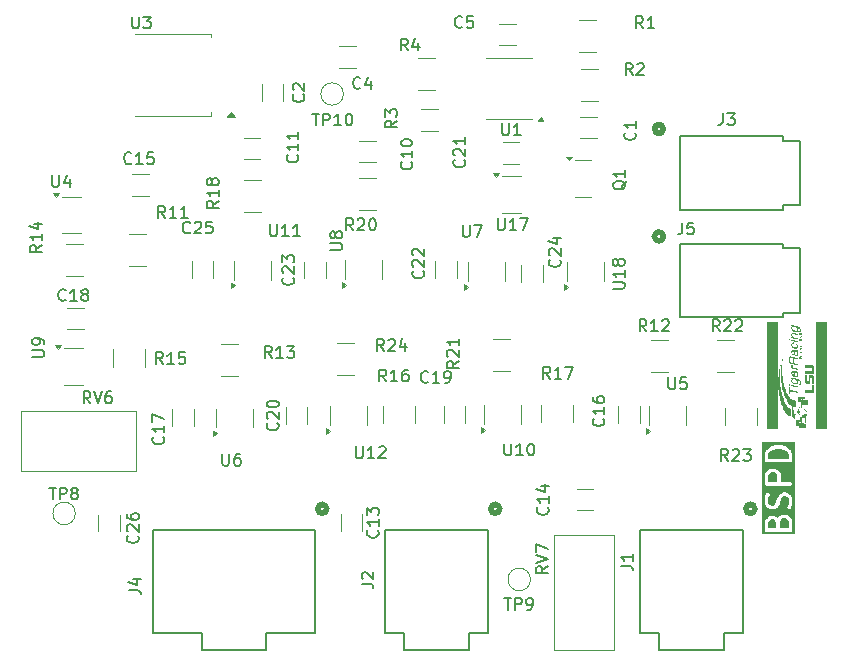
<source format=gbr>
%TF.GenerationSoftware,KiCad,Pcbnew,9.0.4*%
%TF.CreationDate,2025-11-03T23:40:34-06:00*%
%TF.ProjectId,BPSD-2025,42505344-2d32-4303-9235-2e6b69636164,rev?*%
%TF.SameCoordinates,Original*%
%TF.FileFunction,Legend,Top*%
%TF.FilePolarity,Positive*%
%FSLAX46Y46*%
G04 Gerber Fmt 4.6, Leading zero omitted, Abs format (unit mm)*
G04 Created by KiCad (PCBNEW 9.0.4) date 2025-11-03 23:40:34*
%MOMM*%
%LPD*%
G01*
G04 APERTURE LIST*
%ADD10C,0.300000*%
%ADD11C,0.150000*%
%ADD12C,0.120000*%
%ADD13C,0.000000*%
%ADD14C,0.152400*%
%ADD15C,0.508000*%
G04 APERTURE END LIST*
D10*
G36*
X165612688Y-112522338D02*
G01*
X165673501Y-112583151D01*
X165742019Y-112720185D01*
X165742019Y-113201441D01*
X165089638Y-113201441D01*
X165089638Y-112720184D01*
X165158154Y-112583152D01*
X165218968Y-112522338D01*
X165356000Y-112453822D01*
X165475656Y-112453822D01*
X165612688Y-112522338D01*
G37*
G36*
X166660307Y-112427100D02*
G01*
X166721122Y-112487914D01*
X166789638Y-112624946D01*
X166789638Y-113201441D01*
X166042019Y-113201441D01*
X166042019Y-112709114D01*
X166118361Y-112480088D01*
X166171349Y-112427100D01*
X166308381Y-112358584D01*
X166523275Y-112358584D01*
X166660307Y-112427100D01*
G37*
G36*
X165707926Y-108522338D02*
G01*
X165768741Y-108583152D01*
X165837257Y-108720184D01*
X165837257Y-109296679D01*
X165089638Y-109296679D01*
X165089638Y-108720184D01*
X165158154Y-108583152D01*
X165218968Y-108522338D01*
X165356000Y-108453822D01*
X165570894Y-108453822D01*
X165707926Y-108522338D01*
G37*
G36*
X166411091Y-106540587D02*
G01*
X166565069Y-106617576D01*
X166713294Y-106765800D01*
X166789638Y-106994831D01*
X166789638Y-107296679D01*
X165089638Y-107296679D01*
X165089638Y-106994831D01*
X165165981Y-106765800D01*
X165314206Y-106617576D01*
X165468184Y-106540587D01*
X165815244Y-106453822D01*
X166064031Y-106453822D01*
X166411091Y-106540587D01*
G37*
G36*
X167311860Y-113723663D02*
G01*
X164567416Y-113723663D01*
X164567416Y-112684774D01*
X164789638Y-112684774D01*
X164789638Y-113351441D01*
X164792520Y-113380705D01*
X164814918Y-113434777D01*
X164856302Y-113476161D01*
X164910374Y-113498559D01*
X164939638Y-113501441D01*
X166939638Y-113501441D01*
X166968902Y-113498559D01*
X167022974Y-113476161D01*
X167064358Y-113434777D01*
X167086756Y-113380705D01*
X167089638Y-113351441D01*
X167089638Y-112589536D01*
X167086756Y-112560272D01*
X167084693Y-112555293D01*
X167084312Y-112549918D01*
X167073802Y-112522454D01*
X166978564Y-112331978D01*
X166970637Y-112319386D01*
X166969121Y-112315724D01*
X166965737Y-112311601D01*
X166962899Y-112307092D01*
X166959906Y-112304496D01*
X166950466Y-112292994D01*
X166855226Y-112197755D01*
X166843725Y-112188316D01*
X166841129Y-112185323D01*
X166836616Y-112182482D01*
X166832496Y-112179101D01*
X166828836Y-112177585D01*
X166816243Y-112169658D01*
X166625767Y-112074420D01*
X166598304Y-112063910D01*
X166592926Y-112063527D01*
X166587949Y-112061466D01*
X166558685Y-112058584D01*
X166272971Y-112058584D01*
X166243707Y-112061466D01*
X166238728Y-112063528D01*
X166233353Y-112063910D01*
X166205889Y-112074420D01*
X166015413Y-112169658D01*
X166002819Y-112177585D01*
X165999160Y-112179101D01*
X165995040Y-112182482D01*
X165990527Y-112185323D01*
X165987930Y-112188316D01*
X165976429Y-112197756D01*
X165881191Y-112292994D01*
X165862536Y-112315725D01*
X165860473Y-112320704D01*
X165856943Y-112324775D01*
X165851524Y-112336910D01*
X165807608Y-112292994D01*
X165796106Y-112283555D01*
X165793510Y-112280561D01*
X165788996Y-112277720D01*
X165784877Y-112274339D01*
X165781217Y-112272823D01*
X165768624Y-112264896D01*
X165578148Y-112169658D01*
X165550685Y-112159148D01*
X165545307Y-112158765D01*
X165540330Y-112156704D01*
X165511066Y-112153822D01*
X165320590Y-112153822D01*
X165291326Y-112156704D01*
X165286347Y-112158766D01*
X165280972Y-112159148D01*
X165253508Y-112169658D01*
X165063032Y-112264896D01*
X165050438Y-112272823D01*
X165046779Y-112274339D01*
X165042659Y-112277720D01*
X165038146Y-112280561D01*
X165035549Y-112283554D01*
X165024048Y-112292994D01*
X164928810Y-112388232D01*
X164919371Y-112399733D01*
X164916377Y-112402330D01*
X164913536Y-112406843D01*
X164910155Y-112410963D01*
X164908639Y-112414622D01*
X164900712Y-112427216D01*
X164805474Y-112617692D01*
X164794964Y-112645155D01*
X164794581Y-112650532D01*
X164792520Y-112655510D01*
X164789638Y-112684774D01*
X164567416Y-112684774D01*
X164567416Y-110589536D01*
X164789638Y-110589536D01*
X164789638Y-111065727D01*
X164792520Y-111094991D01*
X164794581Y-111099968D01*
X164794964Y-111105346D01*
X164805474Y-111132809D01*
X164900712Y-111323285D01*
X164908639Y-111335878D01*
X164910155Y-111339538D01*
X164913536Y-111343657D01*
X164916377Y-111348171D01*
X164919371Y-111350767D01*
X164928810Y-111362269D01*
X165024048Y-111457507D01*
X165035549Y-111466946D01*
X165038146Y-111469940D01*
X165042659Y-111472780D01*
X165046779Y-111476162D01*
X165050438Y-111477677D01*
X165063032Y-111485605D01*
X165253508Y-111580843D01*
X165280972Y-111591353D01*
X165286347Y-111591734D01*
X165291326Y-111593797D01*
X165320590Y-111596679D01*
X165511066Y-111596679D01*
X165540330Y-111593797D01*
X165545307Y-111591735D01*
X165550685Y-111591353D01*
X165578148Y-111580843D01*
X165768624Y-111485605D01*
X165781217Y-111477677D01*
X165784877Y-111476162D01*
X165788996Y-111472780D01*
X165793510Y-111469940D01*
X165796106Y-111466945D01*
X165807608Y-111457507D01*
X165902846Y-111362269D01*
X165912285Y-111350767D01*
X165915279Y-111348171D01*
X165918120Y-111343657D01*
X165921501Y-111339538D01*
X165923016Y-111335879D01*
X165930944Y-111323286D01*
X166026183Y-111132810D01*
X166027002Y-111130669D01*
X166027647Y-111129799D01*
X166032034Y-111117519D01*
X166036692Y-111105346D01*
X166036768Y-111104265D01*
X166037540Y-111102107D01*
X166128784Y-110737129D01*
X166205773Y-110583152D01*
X166266587Y-110522338D01*
X166403619Y-110453822D01*
X166523275Y-110453822D01*
X166660307Y-110522338D01*
X166721122Y-110583152D01*
X166789638Y-110720184D01*
X166789638Y-111136625D01*
X166702098Y-111399245D01*
X166695578Y-111427918D01*
X166699727Y-111486299D01*
X166725901Y-111538646D01*
X166770115Y-111576993D01*
X166825639Y-111595501D01*
X166884020Y-111591352D01*
X166936367Y-111565178D01*
X166974714Y-111520964D01*
X166986702Y-111494113D01*
X167081940Y-111208399D01*
X167085238Y-111193891D01*
X167086756Y-111190229D01*
X167087278Y-111184920D01*
X167088460Y-111179726D01*
X167088179Y-111175776D01*
X167089638Y-111160965D01*
X167089638Y-110684774D01*
X167086756Y-110655510D01*
X167084693Y-110650531D01*
X167084312Y-110645156D01*
X167073802Y-110617692D01*
X166978564Y-110427216D01*
X166970637Y-110414624D01*
X166969121Y-110410962D01*
X166965737Y-110406839D01*
X166962899Y-110402330D01*
X166959906Y-110399734D01*
X166950466Y-110388232D01*
X166855226Y-110292993D01*
X166843725Y-110283554D01*
X166841129Y-110280561D01*
X166836616Y-110277720D01*
X166832496Y-110274339D01*
X166828836Y-110272823D01*
X166816243Y-110264896D01*
X166625767Y-110169658D01*
X166598304Y-110159148D01*
X166592926Y-110158765D01*
X166587949Y-110156704D01*
X166558685Y-110153822D01*
X166368209Y-110153822D01*
X166338945Y-110156704D01*
X166333966Y-110158766D01*
X166328591Y-110159148D01*
X166301127Y-110169658D01*
X166110651Y-110264896D01*
X166098057Y-110272823D01*
X166094398Y-110274339D01*
X166090278Y-110277720D01*
X166085765Y-110280561D01*
X166083168Y-110283554D01*
X166071667Y-110292994D01*
X165976429Y-110388232D01*
X165966990Y-110399733D01*
X165963996Y-110402330D01*
X165961155Y-110406843D01*
X165957774Y-110410963D01*
X165956258Y-110414622D01*
X165948331Y-110427216D01*
X165853093Y-110617692D01*
X165852273Y-110619832D01*
X165851629Y-110620703D01*
X165847250Y-110632958D01*
X165842583Y-110645155D01*
X165842506Y-110646238D01*
X165841736Y-110648394D01*
X165750492Y-111013368D01*
X165673501Y-111167349D01*
X165612688Y-111228163D01*
X165475656Y-111296679D01*
X165356000Y-111296679D01*
X165218968Y-111228163D01*
X165158154Y-111167349D01*
X165089638Y-111030317D01*
X165089638Y-110613876D01*
X165177178Y-110351256D01*
X165183698Y-110322583D01*
X165179549Y-110264202D01*
X165153375Y-110211855D01*
X165109161Y-110173508D01*
X165053637Y-110155000D01*
X164995256Y-110159149D01*
X164942909Y-110185323D01*
X164904562Y-110229537D01*
X164892574Y-110256388D01*
X164797336Y-110542102D01*
X164794037Y-110556609D01*
X164792520Y-110560272D01*
X164791997Y-110565580D01*
X164790816Y-110570775D01*
X164791096Y-110574724D01*
X164789638Y-110589536D01*
X164567416Y-110589536D01*
X164567416Y-108684774D01*
X164789638Y-108684774D01*
X164789638Y-109446679D01*
X164792520Y-109475943D01*
X164814918Y-109530015D01*
X164856302Y-109571399D01*
X164910374Y-109593797D01*
X164939638Y-109596679D01*
X166939638Y-109596679D01*
X166968902Y-109593797D01*
X167022974Y-109571399D01*
X167064358Y-109530015D01*
X167086756Y-109475943D01*
X167086756Y-109417415D01*
X167064358Y-109363343D01*
X167022974Y-109321959D01*
X166968902Y-109299561D01*
X166939638Y-109296679D01*
X166137257Y-109296679D01*
X166137257Y-108684774D01*
X166134375Y-108655510D01*
X166132312Y-108650531D01*
X166131931Y-108645156D01*
X166121421Y-108617692D01*
X166026183Y-108427216D01*
X166018256Y-108414624D01*
X166016740Y-108410962D01*
X166013356Y-108406839D01*
X166010518Y-108402330D01*
X166007525Y-108399734D01*
X165998085Y-108388232D01*
X165902845Y-108292993D01*
X165891344Y-108283554D01*
X165888748Y-108280561D01*
X165884235Y-108277720D01*
X165880115Y-108274339D01*
X165876455Y-108272823D01*
X165863862Y-108264896D01*
X165673386Y-108169658D01*
X165645923Y-108159148D01*
X165640545Y-108158765D01*
X165635568Y-108156704D01*
X165606304Y-108153822D01*
X165320590Y-108153822D01*
X165291326Y-108156704D01*
X165286347Y-108158766D01*
X165280972Y-108159148D01*
X165253508Y-108169658D01*
X165063032Y-108264896D01*
X165050438Y-108272823D01*
X165046779Y-108274339D01*
X165042659Y-108277720D01*
X165038146Y-108280561D01*
X165035549Y-108283554D01*
X165024048Y-108292994D01*
X164928810Y-108388232D01*
X164919371Y-108399733D01*
X164916377Y-108402330D01*
X164913536Y-108406843D01*
X164910155Y-108410963D01*
X164908639Y-108414622D01*
X164900712Y-108427216D01*
X164805474Y-108617692D01*
X164794964Y-108645155D01*
X164794581Y-108650532D01*
X164792520Y-108655510D01*
X164789638Y-108684774D01*
X164567416Y-108684774D01*
X164567416Y-106970489D01*
X164789638Y-106970489D01*
X164789638Y-107446679D01*
X164792520Y-107475943D01*
X164814918Y-107530015D01*
X164856302Y-107571399D01*
X164910374Y-107593797D01*
X164939638Y-107596679D01*
X166939638Y-107596679D01*
X166968902Y-107593797D01*
X167022974Y-107571399D01*
X167064358Y-107530015D01*
X167086756Y-107475943D01*
X167089638Y-107446679D01*
X167089638Y-106970489D01*
X167088179Y-106955683D01*
X167088461Y-106951729D01*
X167087278Y-106946527D01*
X167086756Y-106941225D01*
X167085240Y-106937567D01*
X167081941Y-106923055D01*
X166986703Y-106637340D01*
X166974714Y-106610489D01*
X166971182Y-106606417D01*
X166969120Y-106601438D01*
X166950465Y-106578707D01*
X166759989Y-106388232D01*
X166748487Y-106378793D01*
X166745891Y-106375799D01*
X166741377Y-106372958D01*
X166737258Y-106369577D01*
X166733598Y-106368061D01*
X166721005Y-106360134D01*
X166530529Y-106264896D01*
X166528388Y-106264076D01*
X166527518Y-106263432D01*
X166515262Y-106259053D01*
X166503066Y-106254386D01*
X166501982Y-106254309D01*
X166499827Y-106253539D01*
X166118875Y-106158301D01*
X166113803Y-106157551D01*
X166111759Y-106156704D01*
X166100736Y-106155618D01*
X166089786Y-106153999D01*
X166087598Y-106154324D01*
X166082495Y-106153822D01*
X165796780Y-106153822D01*
X165791676Y-106154324D01*
X165789489Y-106153999D01*
X165778537Y-106155618D01*
X165767516Y-106156704D01*
X165765471Y-106157550D01*
X165760399Y-106158301D01*
X165379448Y-106253539D01*
X165377292Y-106254309D01*
X165376210Y-106254386D01*
X165364029Y-106259047D01*
X165351756Y-106263432D01*
X165350884Y-106264077D01*
X165348746Y-106264896D01*
X165158270Y-106360134D01*
X165145676Y-106368061D01*
X165142017Y-106369577D01*
X165137897Y-106372958D01*
X165133384Y-106375799D01*
X165130787Y-106378792D01*
X165119286Y-106388232D01*
X164928810Y-106578708D01*
X164910155Y-106601439D01*
X164908092Y-106606418D01*
X164904562Y-106610489D01*
X164892573Y-106637340D01*
X164797335Y-106923055D01*
X164794036Y-106937564D01*
X164792520Y-106941225D01*
X164791997Y-106946533D01*
X164790816Y-106951729D01*
X164791096Y-106955677D01*
X164789638Y-106970489D01*
X164567416Y-106970489D01*
X164567416Y-105931600D01*
X167311860Y-105931600D01*
X167311860Y-113723663D01*
G37*
D11*
X161236066Y-78042419D02*
X161236066Y-78756704D01*
X161236066Y-78756704D02*
X161188447Y-78899561D01*
X161188447Y-78899561D02*
X161093209Y-78994800D01*
X161093209Y-78994800D02*
X160950352Y-79042419D01*
X160950352Y-79042419D02*
X160855114Y-79042419D01*
X161617019Y-78042419D02*
X162236066Y-78042419D01*
X162236066Y-78042419D02*
X161902733Y-78423371D01*
X161902733Y-78423371D02*
X162045590Y-78423371D01*
X162045590Y-78423371D02*
X162140828Y-78470990D01*
X162140828Y-78470990D02*
X162188447Y-78518609D01*
X162188447Y-78518609D02*
X162236066Y-78613847D01*
X162236066Y-78613847D02*
X162236066Y-78851942D01*
X162236066Y-78851942D02*
X162188447Y-78947180D01*
X162188447Y-78947180D02*
X162140828Y-78994800D01*
X162140828Y-78994800D02*
X162045590Y-79042419D01*
X162045590Y-79042419D02*
X161759876Y-79042419D01*
X161759876Y-79042419D02*
X161664638Y-78994800D01*
X161664638Y-78994800D02*
X161617019Y-78947180D01*
X123509580Y-104292857D02*
X123557200Y-104340476D01*
X123557200Y-104340476D02*
X123604819Y-104483333D01*
X123604819Y-104483333D02*
X123604819Y-104578571D01*
X123604819Y-104578571D02*
X123557200Y-104721428D01*
X123557200Y-104721428D02*
X123461961Y-104816666D01*
X123461961Y-104816666D02*
X123366723Y-104864285D01*
X123366723Y-104864285D02*
X123176247Y-104911904D01*
X123176247Y-104911904D02*
X123033390Y-104911904D01*
X123033390Y-104911904D02*
X122842914Y-104864285D01*
X122842914Y-104864285D02*
X122747676Y-104816666D01*
X122747676Y-104816666D02*
X122652438Y-104721428D01*
X122652438Y-104721428D02*
X122604819Y-104578571D01*
X122604819Y-104578571D02*
X122604819Y-104483333D01*
X122604819Y-104483333D02*
X122652438Y-104340476D01*
X122652438Y-104340476D02*
X122700057Y-104292857D01*
X122700057Y-103911904D02*
X122652438Y-103864285D01*
X122652438Y-103864285D02*
X122604819Y-103769047D01*
X122604819Y-103769047D02*
X122604819Y-103530952D01*
X122604819Y-103530952D02*
X122652438Y-103435714D01*
X122652438Y-103435714D02*
X122700057Y-103388095D01*
X122700057Y-103388095D02*
X122795295Y-103340476D01*
X122795295Y-103340476D02*
X122890533Y-103340476D01*
X122890533Y-103340476D02*
X123033390Y-103388095D01*
X123033390Y-103388095D02*
X123604819Y-103959523D01*
X123604819Y-103959523D02*
X123604819Y-103340476D01*
X122604819Y-102721428D02*
X122604819Y-102626190D01*
X122604819Y-102626190D02*
X122652438Y-102530952D01*
X122652438Y-102530952D02*
X122700057Y-102483333D01*
X122700057Y-102483333D02*
X122795295Y-102435714D01*
X122795295Y-102435714D02*
X122985771Y-102388095D01*
X122985771Y-102388095D02*
X123223866Y-102388095D01*
X123223866Y-102388095D02*
X123414342Y-102435714D01*
X123414342Y-102435714D02*
X123509580Y-102483333D01*
X123509580Y-102483333D02*
X123557200Y-102530952D01*
X123557200Y-102530952D02*
X123604819Y-102626190D01*
X123604819Y-102626190D02*
X123604819Y-102721428D01*
X123604819Y-102721428D02*
X123557200Y-102816666D01*
X123557200Y-102816666D02*
X123509580Y-102864285D01*
X123509580Y-102864285D02*
X123414342Y-102911904D01*
X123414342Y-102911904D02*
X123223866Y-102959523D01*
X123223866Y-102959523D02*
X122985771Y-102959523D01*
X122985771Y-102959523D02*
X122795295Y-102911904D01*
X122795295Y-102911904D02*
X122700057Y-102864285D01*
X122700057Y-102864285D02*
X122652438Y-102816666D01*
X122652438Y-102816666D02*
X122604819Y-102721428D01*
X147400180Y-90457257D02*
X147447800Y-90504876D01*
X147447800Y-90504876D02*
X147495419Y-90647733D01*
X147495419Y-90647733D02*
X147495419Y-90742971D01*
X147495419Y-90742971D02*
X147447800Y-90885828D01*
X147447800Y-90885828D02*
X147352561Y-90981066D01*
X147352561Y-90981066D02*
X147257323Y-91028685D01*
X147257323Y-91028685D02*
X147066847Y-91076304D01*
X147066847Y-91076304D02*
X146923990Y-91076304D01*
X146923990Y-91076304D02*
X146733514Y-91028685D01*
X146733514Y-91028685D02*
X146638276Y-90981066D01*
X146638276Y-90981066D02*
X146543038Y-90885828D01*
X146543038Y-90885828D02*
X146495419Y-90742971D01*
X146495419Y-90742971D02*
X146495419Y-90647733D01*
X146495419Y-90647733D02*
X146543038Y-90504876D01*
X146543038Y-90504876D02*
X146590657Y-90457257D01*
X146590657Y-90076304D02*
X146543038Y-90028685D01*
X146543038Y-90028685D02*
X146495419Y-89933447D01*
X146495419Y-89933447D02*
X146495419Y-89695352D01*
X146495419Y-89695352D02*
X146543038Y-89600114D01*
X146543038Y-89600114D02*
X146590657Y-89552495D01*
X146590657Y-89552495D02*
X146685895Y-89504876D01*
X146685895Y-89504876D02*
X146781133Y-89504876D01*
X146781133Y-89504876D02*
X146923990Y-89552495D01*
X146923990Y-89552495D02*
X147495419Y-90123923D01*
X147495419Y-90123923D02*
X147495419Y-89504876D01*
X146828752Y-88647733D02*
X147495419Y-88647733D01*
X146447800Y-88885828D02*
X147162085Y-89123923D01*
X147162085Y-89123923D02*
X147162085Y-88504876D01*
X105582142Y-93859580D02*
X105534523Y-93907200D01*
X105534523Y-93907200D02*
X105391666Y-93954819D01*
X105391666Y-93954819D02*
X105296428Y-93954819D01*
X105296428Y-93954819D02*
X105153571Y-93907200D01*
X105153571Y-93907200D02*
X105058333Y-93811961D01*
X105058333Y-93811961D02*
X105010714Y-93716723D01*
X105010714Y-93716723D02*
X104963095Y-93526247D01*
X104963095Y-93526247D02*
X104963095Y-93383390D01*
X104963095Y-93383390D02*
X105010714Y-93192914D01*
X105010714Y-93192914D02*
X105058333Y-93097676D01*
X105058333Y-93097676D02*
X105153571Y-93002438D01*
X105153571Y-93002438D02*
X105296428Y-92954819D01*
X105296428Y-92954819D02*
X105391666Y-92954819D01*
X105391666Y-92954819D02*
X105534523Y-93002438D01*
X105534523Y-93002438D02*
X105582142Y-93050057D01*
X106534523Y-93954819D02*
X105963095Y-93954819D01*
X106248809Y-93954819D02*
X106248809Y-92954819D01*
X106248809Y-92954819D02*
X106153571Y-93097676D01*
X106153571Y-93097676D02*
X106058333Y-93192914D01*
X106058333Y-93192914D02*
X105963095Y-93240533D01*
X107105952Y-93383390D02*
X107010714Y-93335771D01*
X107010714Y-93335771D02*
X106963095Y-93288152D01*
X106963095Y-93288152D02*
X106915476Y-93192914D01*
X106915476Y-93192914D02*
X106915476Y-93145295D01*
X106915476Y-93145295D02*
X106963095Y-93050057D01*
X106963095Y-93050057D02*
X107010714Y-93002438D01*
X107010714Y-93002438D02*
X107105952Y-92954819D01*
X107105952Y-92954819D02*
X107296428Y-92954819D01*
X107296428Y-92954819D02*
X107391666Y-93002438D01*
X107391666Y-93002438D02*
X107439285Y-93050057D01*
X107439285Y-93050057D02*
X107486904Y-93145295D01*
X107486904Y-93145295D02*
X107486904Y-93192914D01*
X107486904Y-93192914D02*
X107439285Y-93288152D01*
X107439285Y-93288152D02*
X107391666Y-93335771D01*
X107391666Y-93335771D02*
X107296428Y-93383390D01*
X107296428Y-93383390D02*
X107105952Y-93383390D01*
X107105952Y-93383390D02*
X107010714Y-93431009D01*
X107010714Y-93431009D02*
X106963095Y-93478628D01*
X106963095Y-93478628D02*
X106915476Y-93573866D01*
X106915476Y-93573866D02*
X106915476Y-93764342D01*
X106915476Y-93764342D02*
X106963095Y-93859580D01*
X106963095Y-93859580D02*
X107010714Y-93907200D01*
X107010714Y-93907200D02*
X107105952Y-93954819D01*
X107105952Y-93954819D02*
X107296428Y-93954819D01*
X107296428Y-93954819D02*
X107391666Y-93907200D01*
X107391666Y-93907200D02*
X107439285Y-93859580D01*
X107439285Y-93859580D02*
X107486904Y-93764342D01*
X107486904Y-93764342D02*
X107486904Y-93573866D01*
X107486904Y-93573866D02*
X107439285Y-93478628D01*
X107439285Y-93478628D02*
X107391666Y-93431009D01*
X107391666Y-93431009D02*
X107296428Y-93383390D01*
X116120942Y-88141980D02*
X116073323Y-88189600D01*
X116073323Y-88189600D02*
X115930466Y-88237219D01*
X115930466Y-88237219D02*
X115835228Y-88237219D01*
X115835228Y-88237219D02*
X115692371Y-88189600D01*
X115692371Y-88189600D02*
X115597133Y-88094361D01*
X115597133Y-88094361D02*
X115549514Y-87999123D01*
X115549514Y-87999123D02*
X115501895Y-87808647D01*
X115501895Y-87808647D02*
X115501895Y-87665790D01*
X115501895Y-87665790D02*
X115549514Y-87475314D01*
X115549514Y-87475314D02*
X115597133Y-87380076D01*
X115597133Y-87380076D02*
X115692371Y-87284838D01*
X115692371Y-87284838D02*
X115835228Y-87237219D01*
X115835228Y-87237219D02*
X115930466Y-87237219D01*
X115930466Y-87237219D02*
X116073323Y-87284838D01*
X116073323Y-87284838D02*
X116120942Y-87332457D01*
X116501895Y-87332457D02*
X116549514Y-87284838D01*
X116549514Y-87284838D02*
X116644752Y-87237219D01*
X116644752Y-87237219D02*
X116882847Y-87237219D01*
X116882847Y-87237219D02*
X116978085Y-87284838D01*
X116978085Y-87284838D02*
X117025704Y-87332457D01*
X117025704Y-87332457D02*
X117073323Y-87427695D01*
X117073323Y-87427695D02*
X117073323Y-87522933D01*
X117073323Y-87522933D02*
X117025704Y-87665790D01*
X117025704Y-87665790D02*
X116454276Y-88237219D01*
X116454276Y-88237219D02*
X117073323Y-88237219D01*
X117978085Y-87237219D02*
X117501895Y-87237219D01*
X117501895Y-87237219D02*
X117454276Y-87713409D01*
X117454276Y-87713409D02*
X117501895Y-87665790D01*
X117501895Y-87665790D02*
X117597133Y-87618171D01*
X117597133Y-87618171D02*
X117835228Y-87618171D01*
X117835228Y-87618171D02*
X117930466Y-87665790D01*
X117930466Y-87665790D02*
X117978085Y-87713409D01*
X117978085Y-87713409D02*
X118025704Y-87808647D01*
X118025704Y-87808647D02*
X118025704Y-88046742D01*
X118025704Y-88046742D02*
X117978085Y-88141980D01*
X117978085Y-88141980D02*
X117930466Y-88189600D01*
X117930466Y-88189600D02*
X117835228Y-88237219D01*
X117835228Y-88237219D02*
X117597133Y-88237219D01*
X117597133Y-88237219D02*
X117501895Y-88189600D01*
X117501895Y-88189600D02*
X117454276Y-88141980D01*
X146607142Y-100529819D02*
X146273809Y-100053628D01*
X146035714Y-100529819D02*
X146035714Y-99529819D01*
X146035714Y-99529819D02*
X146416666Y-99529819D01*
X146416666Y-99529819D02*
X146511904Y-99577438D01*
X146511904Y-99577438D02*
X146559523Y-99625057D01*
X146559523Y-99625057D02*
X146607142Y-99720295D01*
X146607142Y-99720295D02*
X146607142Y-99863152D01*
X146607142Y-99863152D02*
X146559523Y-99958390D01*
X146559523Y-99958390D02*
X146511904Y-100006009D01*
X146511904Y-100006009D02*
X146416666Y-100053628D01*
X146416666Y-100053628D02*
X146035714Y-100053628D01*
X147559523Y-100529819D02*
X146988095Y-100529819D01*
X147273809Y-100529819D02*
X147273809Y-99529819D01*
X147273809Y-99529819D02*
X147178571Y-99672676D01*
X147178571Y-99672676D02*
X147083333Y-99767914D01*
X147083333Y-99767914D02*
X146988095Y-99815533D01*
X147892857Y-99529819D02*
X148559523Y-99529819D01*
X148559523Y-99529819D02*
X148130952Y-100529819D01*
X111208095Y-69867319D02*
X111208095Y-70676842D01*
X111208095Y-70676842D02*
X111255714Y-70772080D01*
X111255714Y-70772080D02*
X111303333Y-70819700D01*
X111303333Y-70819700D02*
X111398571Y-70867319D01*
X111398571Y-70867319D02*
X111589047Y-70867319D01*
X111589047Y-70867319D02*
X111684285Y-70819700D01*
X111684285Y-70819700D02*
X111731904Y-70772080D01*
X111731904Y-70772080D02*
X111779523Y-70676842D01*
X111779523Y-70676842D02*
X111779523Y-69867319D01*
X112160476Y-69867319D02*
X112779523Y-69867319D01*
X112779523Y-69867319D02*
X112446190Y-70248271D01*
X112446190Y-70248271D02*
X112589047Y-70248271D01*
X112589047Y-70248271D02*
X112684285Y-70295890D01*
X112684285Y-70295890D02*
X112731904Y-70343509D01*
X112731904Y-70343509D02*
X112779523Y-70438747D01*
X112779523Y-70438747D02*
X112779523Y-70676842D01*
X112779523Y-70676842D02*
X112731904Y-70772080D01*
X112731904Y-70772080D02*
X112684285Y-70819700D01*
X112684285Y-70819700D02*
X112589047Y-70867319D01*
X112589047Y-70867319D02*
X112303333Y-70867319D01*
X112303333Y-70867319D02*
X112208095Y-70819700D01*
X112208095Y-70819700D02*
X112160476Y-70772080D01*
X110948419Y-118418333D02*
X111662704Y-118418333D01*
X111662704Y-118418333D02*
X111805561Y-118465952D01*
X111805561Y-118465952D02*
X111900800Y-118561190D01*
X111900800Y-118561190D02*
X111948419Y-118704047D01*
X111948419Y-118704047D02*
X111948419Y-118799285D01*
X111281752Y-117513571D02*
X111948419Y-117513571D01*
X110900800Y-117751666D02*
X111615085Y-117989761D01*
X111615085Y-117989761D02*
X111615085Y-117370714D01*
X114012742Y-86916419D02*
X113679409Y-86440228D01*
X113441314Y-86916419D02*
X113441314Y-85916419D01*
X113441314Y-85916419D02*
X113822266Y-85916419D01*
X113822266Y-85916419D02*
X113917504Y-85964038D01*
X113917504Y-85964038D02*
X113965123Y-86011657D01*
X113965123Y-86011657D02*
X114012742Y-86106895D01*
X114012742Y-86106895D02*
X114012742Y-86249752D01*
X114012742Y-86249752D02*
X113965123Y-86344990D01*
X113965123Y-86344990D02*
X113917504Y-86392609D01*
X113917504Y-86392609D02*
X113822266Y-86440228D01*
X113822266Y-86440228D02*
X113441314Y-86440228D01*
X114965123Y-86916419D02*
X114393695Y-86916419D01*
X114679409Y-86916419D02*
X114679409Y-85916419D01*
X114679409Y-85916419D02*
X114584171Y-86059276D01*
X114584171Y-86059276D02*
X114488933Y-86154514D01*
X114488933Y-86154514D02*
X114393695Y-86202133D01*
X115917504Y-86916419D02*
X115346076Y-86916419D01*
X115631790Y-86916419D02*
X115631790Y-85916419D01*
X115631790Y-85916419D02*
X115536552Y-86059276D01*
X115536552Y-86059276D02*
X115441314Y-86154514D01*
X115441314Y-86154514D02*
X115346076Y-86202133D01*
X104192062Y-109746586D02*
X104763490Y-109746586D01*
X104477776Y-110746586D02*
X104477776Y-109746586D01*
X105096824Y-110746586D02*
X105096824Y-109746586D01*
X105096824Y-109746586D02*
X105477776Y-109746586D01*
X105477776Y-109746586D02*
X105573014Y-109794205D01*
X105573014Y-109794205D02*
X105620633Y-109841824D01*
X105620633Y-109841824D02*
X105668252Y-109937062D01*
X105668252Y-109937062D02*
X105668252Y-110079919D01*
X105668252Y-110079919D02*
X105620633Y-110175157D01*
X105620633Y-110175157D02*
X105573014Y-110222776D01*
X105573014Y-110222776D02*
X105477776Y-110270395D01*
X105477776Y-110270395D02*
X105096824Y-110270395D01*
X106239681Y-110175157D02*
X106144443Y-110127538D01*
X106144443Y-110127538D02*
X106096824Y-110079919D01*
X106096824Y-110079919D02*
X106049205Y-109984681D01*
X106049205Y-109984681D02*
X106049205Y-109937062D01*
X106049205Y-109937062D02*
X106096824Y-109841824D01*
X106096824Y-109841824D02*
X106144443Y-109794205D01*
X106144443Y-109794205D02*
X106239681Y-109746586D01*
X106239681Y-109746586D02*
X106430157Y-109746586D01*
X106430157Y-109746586D02*
X106525395Y-109794205D01*
X106525395Y-109794205D02*
X106573014Y-109841824D01*
X106573014Y-109841824D02*
X106620633Y-109937062D01*
X106620633Y-109937062D02*
X106620633Y-109984681D01*
X106620633Y-109984681D02*
X106573014Y-110079919D01*
X106573014Y-110079919D02*
X106525395Y-110127538D01*
X106525395Y-110127538D02*
X106430157Y-110175157D01*
X106430157Y-110175157D02*
X106239681Y-110175157D01*
X106239681Y-110175157D02*
X106144443Y-110222776D01*
X106144443Y-110222776D02*
X106096824Y-110270395D01*
X106096824Y-110270395D02*
X106049205Y-110365633D01*
X106049205Y-110365633D02*
X106049205Y-110556109D01*
X106049205Y-110556109D02*
X106096824Y-110651347D01*
X106096824Y-110651347D02*
X106144443Y-110698967D01*
X106144443Y-110698967D02*
X106239681Y-110746586D01*
X106239681Y-110746586D02*
X106430157Y-110746586D01*
X106430157Y-110746586D02*
X106525395Y-110698967D01*
X106525395Y-110698967D02*
X106573014Y-110651347D01*
X106573014Y-110651347D02*
X106620633Y-110556109D01*
X106620633Y-110556109D02*
X106620633Y-110365633D01*
X106620633Y-110365633D02*
X106573014Y-110270395D01*
X106573014Y-110270395D02*
X106525395Y-110222776D01*
X106525395Y-110222776D02*
X106430157Y-110175157D01*
X154468533Y-70863619D02*
X154135200Y-70387428D01*
X153897105Y-70863619D02*
X153897105Y-69863619D01*
X153897105Y-69863619D02*
X154278057Y-69863619D01*
X154278057Y-69863619D02*
X154373295Y-69911238D01*
X154373295Y-69911238D02*
X154420914Y-69958857D01*
X154420914Y-69958857D02*
X154468533Y-70054095D01*
X154468533Y-70054095D02*
X154468533Y-70196952D01*
X154468533Y-70196952D02*
X154420914Y-70292190D01*
X154420914Y-70292190D02*
X154373295Y-70339809D01*
X154373295Y-70339809D02*
X154278057Y-70387428D01*
X154278057Y-70387428D02*
X153897105Y-70387428D01*
X155420914Y-70863619D02*
X154849486Y-70863619D01*
X155135200Y-70863619D02*
X155135200Y-69863619D01*
X155135200Y-69863619D02*
X155039962Y-70006476D01*
X155039962Y-70006476D02*
X154944724Y-70101714D01*
X154944724Y-70101714D02*
X154849486Y-70149333D01*
X130156105Y-106261819D02*
X130156105Y-107071342D01*
X130156105Y-107071342D02*
X130203724Y-107166580D01*
X130203724Y-107166580D02*
X130251343Y-107214200D01*
X130251343Y-107214200D02*
X130346581Y-107261819D01*
X130346581Y-107261819D02*
X130537057Y-107261819D01*
X130537057Y-107261819D02*
X130632295Y-107214200D01*
X130632295Y-107214200D02*
X130679914Y-107166580D01*
X130679914Y-107166580D02*
X130727533Y-107071342D01*
X130727533Y-107071342D02*
X130727533Y-106261819D01*
X131727533Y-107261819D02*
X131156105Y-107261819D01*
X131441819Y-107261819D02*
X131441819Y-106261819D01*
X131441819Y-106261819D02*
X131346581Y-106404676D01*
X131346581Y-106404676D02*
X131251343Y-106499914D01*
X131251343Y-106499914D02*
X131156105Y-106547533D01*
X132108486Y-106357057D02*
X132156105Y-106309438D01*
X132156105Y-106309438D02*
X132251343Y-106261819D01*
X132251343Y-106261819D02*
X132489438Y-106261819D01*
X132489438Y-106261819D02*
X132584676Y-106309438D01*
X132584676Y-106309438D02*
X132632295Y-106357057D01*
X132632295Y-106357057D02*
X132679914Y-106452295D01*
X132679914Y-106452295D02*
X132679914Y-106547533D01*
X132679914Y-106547533D02*
X132632295Y-106690390D01*
X132632295Y-106690390D02*
X132060867Y-107261819D01*
X132060867Y-107261819D02*
X132679914Y-107261819D01*
X111142542Y-82274580D02*
X111094923Y-82322200D01*
X111094923Y-82322200D02*
X110952066Y-82369819D01*
X110952066Y-82369819D02*
X110856828Y-82369819D01*
X110856828Y-82369819D02*
X110713971Y-82322200D01*
X110713971Y-82322200D02*
X110618733Y-82226961D01*
X110618733Y-82226961D02*
X110571114Y-82131723D01*
X110571114Y-82131723D02*
X110523495Y-81941247D01*
X110523495Y-81941247D02*
X110523495Y-81798390D01*
X110523495Y-81798390D02*
X110571114Y-81607914D01*
X110571114Y-81607914D02*
X110618733Y-81512676D01*
X110618733Y-81512676D02*
X110713971Y-81417438D01*
X110713971Y-81417438D02*
X110856828Y-81369819D01*
X110856828Y-81369819D02*
X110952066Y-81369819D01*
X110952066Y-81369819D02*
X111094923Y-81417438D01*
X111094923Y-81417438D02*
X111142542Y-81465057D01*
X112094923Y-82369819D02*
X111523495Y-82369819D01*
X111809209Y-82369819D02*
X111809209Y-81369819D01*
X111809209Y-81369819D02*
X111713971Y-81512676D01*
X111713971Y-81512676D02*
X111618733Y-81607914D01*
X111618733Y-81607914D02*
X111523495Y-81655533D01*
X112999685Y-81369819D02*
X112523495Y-81369819D01*
X112523495Y-81369819D02*
X112475876Y-81846009D01*
X112475876Y-81846009D02*
X112523495Y-81798390D01*
X112523495Y-81798390D02*
X112618733Y-81750771D01*
X112618733Y-81750771D02*
X112856828Y-81750771D01*
X112856828Y-81750771D02*
X112952066Y-81798390D01*
X112952066Y-81798390D02*
X112999685Y-81846009D01*
X112999685Y-81846009D02*
X113047304Y-81941247D01*
X113047304Y-81941247D02*
X113047304Y-82179342D01*
X113047304Y-82179342D02*
X112999685Y-82274580D01*
X112999685Y-82274580D02*
X112952066Y-82322200D01*
X112952066Y-82322200D02*
X112856828Y-82369819D01*
X112856828Y-82369819D02*
X112618733Y-82369819D01*
X112618733Y-82369819D02*
X112523495Y-82322200D01*
X112523495Y-82322200D02*
X112475876Y-82274580D01*
X136276142Y-100791580D02*
X136228523Y-100839200D01*
X136228523Y-100839200D02*
X136085666Y-100886819D01*
X136085666Y-100886819D02*
X135990428Y-100886819D01*
X135990428Y-100886819D02*
X135847571Y-100839200D01*
X135847571Y-100839200D02*
X135752333Y-100743961D01*
X135752333Y-100743961D02*
X135704714Y-100648723D01*
X135704714Y-100648723D02*
X135657095Y-100458247D01*
X135657095Y-100458247D02*
X135657095Y-100315390D01*
X135657095Y-100315390D02*
X135704714Y-100124914D01*
X135704714Y-100124914D02*
X135752333Y-100029676D01*
X135752333Y-100029676D02*
X135847571Y-99934438D01*
X135847571Y-99934438D02*
X135990428Y-99886819D01*
X135990428Y-99886819D02*
X136085666Y-99886819D01*
X136085666Y-99886819D02*
X136228523Y-99934438D01*
X136228523Y-99934438D02*
X136276142Y-99982057D01*
X137228523Y-100886819D02*
X136657095Y-100886819D01*
X136942809Y-100886819D02*
X136942809Y-99886819D01*
X136942809Y-99886819D02*
X136847571Y-100029676D01*
X136847571Y-100029676D02*
X136752333Y-100124914D01*
X136752333Y-100124914D02*
X136657095Y-100172533D01*
X137704714Y-100886819D02*
X137895190Y-100886819D01*
X137895190Y-100886819D02*
X137990428Y-100839200D01*
X137990428Y-100839200D02*
X138038047Y-100791580D01*
X138038047Y-100791580D02*
X138133285Y-100648723D01*
X138133285Y-100648723D02*
X138180904Y-100458247D01*
X138180904Y-100458247D02*
X138180904Y-100077295D01*
X138180904Y-100077295D02*
X138133285Y-99982057D01*
X138133285Y-99982057D02*
X138085666Y-99934438D01*
X138085666Y-99934438D02*
X137990428Y-99886819D01*
X137990428Y-99886819D02*
X137799952Y-99886819D01*
X137799952Y-99886819D02*
X137704714Y-99934438D01*
X137704714Y-99934438D02*
X137657095Y-99982057D01*
X137657095Y-99982057D02*
X137609476Y-100077295D01*
X137609476Y-100077295D02*
X137609476Y-100315390D01*
X137609476Y-100315390D02*
X137657095Y-100410628D01*
X137657095Y-100410628D02*
X137704714Y-100458247D01*
X137704714Y-100458247D02*
X137799952Y-100505866D01*
X137799952Y-100505866D02*
X137990428Y-100505866D01*
X137990428Y-100505866D02*
X138085666Y-100458247D01*
X138085666Y-100458247D02*
X138133285Y-100410628D01*
X138133285Y-100410628D02*
X138180904Y-100315390D01*
X102756619Y-98678904D02*
X103566142Y-98678904D01*
X103566142Y-98678904D02*
X103661380Y-98631285D01*
X103661380Y-98631285D02*
X103709000Y-98583666D01*
X103709000Y-98583666D02*
X103756619Y-98488428D01*
X103756619Y-98488428D02*
X103756619Y-98297952D01*
X103756619Y-98297952D02*
X103709000Y-98202714D01*
X103709000Y-98202714D02*
X103661380Y-98155095D01*
X103661380Y-98155095D02*
X103566142Y-98107476D01*
X103566142Y-98107476D02*
X102756619Y-98107476D01*
X103756619Y-97583666D02*
X103756619Y-97393190D01*
X103756619Y-97393190D02*
X103709000Y-97297952D01*
X103709000Y-97297952D02*
X103661380Y-97250333D01*
X103661380Y-97250333D02*
X103518523Y-97155095D01*
X103518523Y-97155095D02*
X103328047Y-97107476D01*
X103328047Y-97107476D02*
X102947095Y-97107476D01*
X102947095Y-97107476D02*
X102851857Y-97155095D01*
X102851857Y-97155095D02*
X102804238Y-97202714D01*
X102804238Y-97202714D02*
X102756619Y-97297952D01*
X102756619Y-97297952D02*
X102756619Y-97488428D01*
X102756619Y-97488428D02*
X102804238Y-97583666D01*
X102804238Y-97583666D02*
X102851857Y-97631285D01*
X102851857Y-97631285D02*
X102947095Y-97678904D01*
X102947095Y-97678904D02*
X103185190Y-97678904D01*
X103185190Y-97678904D02*
X103280428Y-97631285D01*
X103280428Y-97631285D02*
X103328047Y-97583666D01*
X103328047Y-97583666D02*
X103375666Y-97488428D01*
X103375666Y-97488428D02*
X103375666Y-97297952D01*
X103375666Y-97297952D02*
X103328047Y-97202714D01*
X103328047Y-97202714D02*
X103280428Y-97155095D01*
X103280428Y-97155095D02*
X103185190Y-97107476D01*
X118846695Y-106896819D02*
X118846695Y-107706342D01*
X118846695Y-107706342D02*
X118894314Y-107801580D01*
X118894314Y-107801580D02*
X118941933Y-107849200D01*
X118941933Y-107849200D02*
X119037171Y-107896819D01*
X119037171Y-107896819D02*
X119227647Y-107896819D01*
X119227647Y-107896819D02*
X119322885Y-107849200D01*
X119322885Y-107849200D02*
X119370504Y-107801580D01*
X119370504Y-107801580D02*
X119418123Y-107706342D01*
X119418123Y-107706342D02*
X119418123Y-106896819D01*
X120322885Y-106896819D02*
X120132409Y-106896819D01*
X120132409Y-106896819D02*
X120037171Y-106944438D01*
X120037171Y-106944438D02*
X119989552Y-106992057D01*
X119989552Y-106992057D02*
X119894314Y-107134914D01*
X119894314Y-107134914D02*
X119846695Y-107325390D01*
X119846695Y-107325390D02*
X119846695Y-107706342D01*
X119846695Y-107706342D02*
X119894314Y-107801580D01*
X119894314Y-107801580D02*
X119941933Y-107849200D01*
X119941933Y-107849200D02*
X120037171Y-107896819D01*
X120037171Y-107896819D02*
X120227647Y-107896819D01*
X120227647Y-107896819D02*
X120322885Y-107849200D01*
X120322885Y-107849200D02*
X120370504Y-107801580D01*
X120370504Y-107801580D02*
X120418123Y-107706342D01*
X120418123Y-107706342D02*
X120418123Y-107468247D01*
X120418123Y-107468247D02*
X120370504Y-107373009D01*
X120370504Y-107373009D02*
X120322885Y-107325390D01*
X120322885Y-107325390D02*
X120227647Y-107277771D01*
X120227647Y-107277771D02*
X120037171Y-107277771D01*
X120037171Y-107277771D02*
X119941933Y-107325390D01*
X119941933Y-107325390D02*
X119894314Y-107373009D01*
X119894314Y-107373009D02*
X119846695Y-107468247D01*
X146382180Y-111422857D02*
X146429800Y-111470476D01*
X146429800Y-111470476D02*
X146477419Y-111613333D01*
X146477419Y-111613333D02*
X146477419Y-111708571D01*
X146477419Y-111708571D02*
X146429800Y-111851428D01*
X146429800Y-111851428D02*
X146334561Y-111946666D01*
X146334561Y-111946666D02*
X146239323Y-111994285D01*
X146239323Y-111994285D02*
X146048847Y-112041904D01*
X146048847Y-112041904D02*
X145905990Y-112041904D01*
X145905990Y-112041904D02*
X145715514Y-111994285D01*
X145715514Y-111994285D02*
X145620276Y-111946666D01*
X145620276Y-111946666D02*
X145525038Y-111851428D01*
X145525038Y-111851428D02*
X145477419Y-111708571D01*
X145477419Y-111708571D02*
X145477419Y-111613333D01*
X145477419Y-111613333D02*
X145525038Y-111470476D01*
X145525038Y-111470476D02*
X145572657Y-111422857D01*
X146477419Y-110470476D02*
X146477419Y-111041904D01*
X146477419Y-110756190D02*
X145477419Y-110756190D01*
X145477419Y-110756190D02*
X145620276Y-110851428D01*
X145620276Y-110851428D02*
X145715514Y-110946666D01*
X145715514Y-110946666D02*
X145763133Y-111041904D01*
X145810752Y-109613333D02*
X146477419Y-109613333D01*
X145429800Y-109851428D02*
X146144085Y-110089523D01*
X146144085Y-110089523D02*
X146144085Y-109470476D01*
X118539419Y-85478857D02*
X118063228Y-85812190D01*
X118539419Y-86050285D02*
X117539419Y-86050285D01*
X117539419Y-86050285D02*
X117539419Y-85669333D01*
X117539419Y-85669333D02*
X117587038Y-85574095D01*
X117587038Y-85574095D02*
X117634657Y-85526476D01*
X117634657Y-85526476D02*
X117729895Y-85478857D01*
X117729895Y-85478857D02*
X117872752Y-85478857D01*
X117872752Y-85478857D02*
X117967990Y-85526476D01*
X117967990Y-85526476D02*
X118015609Y-85574095D01*
X118015609Y-85574095D02*
X118063228Y-85669333D01*
X118063228Y-85669333D02*
X118063228Y-86050285D01*
X118539419Y-84526476D02*
X118539419Y-85097904D01*
X118539419Y-84812190D02*
X117539419Y-84812190D01*
X117539419Y-84812190D02*
X117682276Y-84907428D01*
X117682276Y-84907428D02*
X117777514Y-85002666D01*
X117777514Y-85002666D02*
X117825133Y-85097904D01*
X117967990Y-83955047D02*
X117920371Y-84050285D01*
X117920371Y-84050285D02*
X117872752Y-84097904D01*
X117872752Y-84097904D02*
X117777514Y-84145523D01*
X117777514Y-84145523D02*
X117729895Y-84145523D01*
X117729895Y-84145523D02*
X117634657Y-84097904D01*
X117634657Y-84097904D02*
X117587038Y-84050285D01*
X117587038Y-84050285D02*
X117539419Y-83955047D01*
X117539419Y-83955047D02*
X117539419Y-83764571D01*
X117539419Y-83764571D02*
X117587038Y-83669333D01*
X117587038Y-83669333D02*
X117634657Y-83621714D01*
X117634657Y-83621714D02*
X117729895Y-83574095D01*
X117729895Y-83574095D02*
X117777514Y-83574095D01*
X117777514Y-83574095D02*
X117872752Y-83621714D01*
X117872752Y-83621714D02*
X117920371Y-83669333D01*
X117920371Y-83669333D02*
X117967990Y-83764571D01*
X117967990Y-83764571D02*
X117967990Y-83955047D01*
X117967990Y-83955047D02*
X118015609Y-84050285D01*
X118015609Y-84050285D02*
X118063228Y-84097904D01*
X118063228Y-84097904D02*
X118158466Y-84145523D01*
X118158466Y-84145523D02*
X118348942Y-84145523D01*
X118348942Y-84145523D02*
X118444180Y-84097904D01*
X118444180Y-84097904D02*
X118491800Y-84050285D01*
X118491800Y-84050285D02*
X118539419Y-83955047D01*
X118539419Y-83955047D02*
X118539419Y-83764571D01*
X118539419Y-83764571D02*
X118491800Y-83669333D01*
X118491800Y-83669333D02*
X118444180Y-83621714D01*
X118444180Y-83621714D02*
X118348942Y-83574095D01*
X118348942Y-83574095D02*
X118158466Y-83574095D01*
X118158466Y-83574095D02*
X118063228Y-83621714D01*
X118063228Y-83621714D02*
X118015609Y-83669333D01*
X118015609Y-83669333D02*
X117967990Y-83764571D01*
X154754342Y-96517619D02*
X154421009Y-96041428D01*
X154182914Y-96517619D02*
X154182914Y-95517619D01*
X154182914Y-95517619D02*
X154563866Y-95517619D01*
X154563866Y-95517619D02*
X154659104Y-95565238D01*
X154659104Y-95565238D02*
X154706723Y-95612857D01*
X154706723Y-95612857D02*
X154754342Y-95708095D01*
X154754342Y-95708095D02*
X154754342Y-95850952D01*
X154754342Y-95850952D02*
X154706723Y-95946190D01*
X154706723Y-95946190D02*
X154659104Y-95993809D01*
X154659104Y-95993809D02*
X154563866Y-96041428D01*
X154563866Y-96041428D02*
X154182914Y-96041428D01*
X155706723Y-96517619D02*
X155135295Y-96517619D01*
X155421009Y-96517619D02*
X155421009Y-95517619D01*
X155421009Y-95517619D02*
X155325771Y-95660476D01*
X155325771Y-95660476D02*
X155230533Y-95755714D01*
X155230533Y-95755714D02*
X155135295Y-95803333D01*
X156087676Y-95612857D02*
X156135295Y-95565238D01*
X156135295Y-95565238D02*
X156230533Y-95517619D01*
X156230533Y-95517619D02*
X156468628Y-95517619D01*
X156468628Y-95517619D02*
X156563866Y-95565238D01*
X156563866Y-95565238D02*
X156611485Y-95612857D01*
X156611485Y-95612857D02*
X156659104Y-95708095D01*
X156659104Y-95708095D02*
X156659104Y-95803333D01*
X156659104Y-95803333D02*
X156611485Y-95946190D01*
X156611485Y-95946190D02*
X156040057Y-96517619D01*
X156040057Y-96517619D02*
X156659104Y-96517619D01*
X111675380Y-113825657D02*
X111723000Y-113873276D01*
X111723000Y-113873276D02*
X111770619Y-114016133D01*
X111770619Y-114016133D02*
X111770619Y-114111371D01*
X111770619Y-114111371D02*
X111723000Y-114254228D01*
X111723000Y-114254228D02*
X111627761Y-114349466D01*
X111627761Y-114349466D02*
X111532523Y-114397085D01*
X111532523Y-114397085D02*
X111342047Y-114444704D01*
X111342047Y-114444704D02*
X111199190Y-114444704D01*
X111199190Y-114444704D02*
X111008714Y-114397085D01*
X111008714Y-114397085D02*
X110913476Y-114349466D01*
X110913476Y-114349466D02*
X110818238Y-114254228D01*
X110818238Y-114254228D02*
X110770619Y-114111371D01*
X110770619Y-114111371D02*
X110770619Y-114016133D01*
X110770619Y-114016133D02*
X110818238Y-113873276D01*
X110818238Y-113873276D02*
X110865857Y-113825657D01*
X110865857Y-113444704D02*
X110818238Y-113397085D01*
X110818238Y-113397085D02*
X110770619Y-113301847D01*
X110770619Y-113301847D02*
X110770619Y-113063752D01*
X110770619Y-113063752D02*
X110818238Y-112968514D01*
X110818238Y-112968514D02*
X110865857Y-112920895D01*
X110865857Y-112920895D02*
X110961095Y-112873276D01*
X110961095Y-112873276D02*
X111056333Y-112873276D01*
X111056333Y-112873276D02*
X111199190Y-112920895D01*
X111199190Y-112920895D02*
X111770619Y-113492323D01*
X111770619Y-113492323D02*
X111770619Y-112873276D01*
X110770619Y-112016133D02*
X110770619Y-112206609D01*
X110770619Y-112206609D02*
X110818238Y-112301847D01*
X110818238Y-112301847D02*
X110865857Y-112349466D01*
X110865857Y-112349466D02*
X111008714Y-112444704D01*
X111008714Y-112444704D02*
X111199190Y-112492323D01*
X111199190Y-112492323D02*
X111580142Y-112492323D01*
X111580142Y-112492323D02*
X111675380Y-112444704D01*
X111675380Y-112444704D02*
X111723000Y-112397085D01*
X111723000Y-112397085D02*
X111770619Y-112301847D01*
X111770619Y-112301847D02*
X111770619Y-112111371D01*
X111770619Y-112111371D02*
X111723000Y-112016133D01*
X111723000Y-112016133D02*
X111675380Y-111968514D01*
X111675380Y-111968514D02*
X111580142Y-111920895D01*
X111580142Y-111920895D02*
X111342047Y-111920895D01*
X111342047Y-111920895D02*
X111246809Y-111968514D01*
X111246809Y-111968514D02*
X111199190Y-112016133D01*
X111199190Y-112016133D02*
X111151571Y-112111371D01*
X111151571Y-112111371D02*
X111151571Y-112301847D01*
X111151571Y-112301847D02*
X111199190Y-112397085D01*
X111199190Y-112397085D02*
X111246809Y-112444704D01*
X111246809Y-112444704D02*
X111342047Y-112492323D01*
X139217495Y-87516619D02*
X139217495Y-88326142D01*
X139217495Y-88326142D02*
X139265114Y-88421380D01*
X139265114Y-88421380D02*
X139312733Y-88469000D01*
X139312733Y-88469000D02*
X139407971Y-88516619D01*
X139407971Y-88516619D02*
X139598447Y-88516619D01*
X139598447Y-88516619D02*
X139693685Y-88469000D01*
X139693685Y-88469000D02*
X139741304Y-88421380D01*
X139741304Y-88421380D02*
X139788923Y-88326142D01*
X139788923Y-88326142D02*
X139788923Y-87516619D01*
X140169876Y-87516619D02*
X140836542Y-87516619D01*
X140836542Y-87516619D02*
X140407971Y-88516619D01*
X125201380Y-81579857D02*
X125249000Y-81627476D01*
X125249000Y-81627476D02*
X125296619Y-81770333D01*
X125296619Y-81770333D02*
X125296619Y-81865571D01*
X125296619Y-81865571D02*
X125249000Y-82008428D01*
X125249000Y-82008428D02*
X125153761Y-82103666D01*
X125153761Y-82103666D02*
X125058523Y-82151285D01*
X125058523Y-82151285D02*
X124868047Y-82198904D01*
X124868047Y-82198904D02*
X124725190Y-82198904D01*
X124725190Y-82198904D02*
X124534714Y-82151285D01*
X124534714Y-82151285D02*
X124439476Y-82103666D01*
X124439476Y-82103666D02*
X124344238Y-82008428D01*
X124344238Y-82008428D02*
X124296619Y-81865571D01*
X124296619Y-81865571D02*
X124296619Y-81770333D01*
X124296619Y-81770333D02*
X124344238Y-81627476D01*
X124344238Y-81627476D02*
X124391857Y-81579857D01*
X125296619Y-80627476D02*
X125296619Y-81198904D01*
X125296619Y-80913190D02*
X124296619Y-80913190D01*
X124296619Y-80913190D02*
X124439476Y-81008428D01*
X124439476Y-81008428D02*
X124534714Y-81103666D01*
X124534714Y-81103666D02*
X124582333Y-81198904D01*
X125296619Y-79675095D02*
X125296619Y-80246523D01*
X125296619Y-79960809D02*
X124296619Y-79960809D01*
X124296619Y-79960809D02*
X124439476Y-80056047D01*
X124439476Y-80056047D02*
X124534714Y-80151285D01*
X124534714Y-80151285D02*
X124582333Y-80246523D01*
X142723862Y-119109819D02*
X143295290Y-119109819D01*
X143009576Y-120109819D02*
X143009576Y-119109819D01*
X143628624Y-120109819D02*
X143628624Y-119109819D01*
X143628624Y-119109819D02*
X144009576Y-119109819D01*
X144009576Y-119109819D02*
X144104814Y-119157438D01*
X144104814Y-119157438D02*
X144152433Y-119205057D01*
X144152433Y-119205057D02*
X144200052Y-119300295D01*
X144200052Y-119300295D02*
X144200052Y-119443152D01*
X144200052Y-119443152D02*
X144152433Y-119538390D01*
X144152433Y-119538390D02*
X144104814Y-119586009D01*
X144104814Y-119586009D02*
X144009576Y-119633628D01*
X144009576Y-119633628D02*
X143628624Y-119633628D01*
X144676243Y-120109819D02*
X144866719Y-120109819D01*
X144866719Y-120109819D02*
X144961957Y-120062200D01*
X144961957Y-120062200D02*
X145009576Y-120014580D01*
X145009576Y-120014580D02*
X145104814Y-119871723D01*
X145104814Y-119871723D02*
X145152433Y-119681247D01*
X145152433Y-119681247D02*
X145152433Y-119300295D01*
X145152433Y-119300295D02*
X145104814Y-119205057D01*
X145104814Y-119205057D02*
X145057195Y-119157438D01*
X145057195Y-119157438D02*
X144961957Y-119109819D01*
X144961957Y-119109819D02*
X144771481Y-119109819D01*
X144771481Y-119109819D02*
X144676243Y-119157438D01*
X144676243Y-119157438D02*
X144628624Y-119205057D01*
X144628624Y-119205057D02*
X144581005Y-119300295D01*
X144581005Y-119300295D02*
X144581005Y-119538390D01*
X144581005Y-119538390D02*
X144628624Y-119633628D01*
X144628624Y-119633628D02*
X144676243Y-119681247D01*
X144676243Y-119681247D02*
X144771481Y-119728866D01*
X144771481Y-119728866D02*
X144961957Y-119728866D01*
X144961957Y-119728866D02*
X145057195Y-119681247D01*
X145057195Y-119681247D02*
X145104814Y-119633628D01*
X145104814Y-119633628D02*
X145152433Y-119538390D01*
X131991180Y-113368457D02*
X132038800Y-113416076D01*
X132038800Y-113416076D02*
X132086419Y-113558933D01*
X132086419Y-113558933D02*
X132086419Y-113654171D01*
X132086419Y-113654171D02*
X132038800Y-113797028D01*
X132038800Y-113797028D02*
X131943561Y-113892266D01*
X131943561Y-113892266D02*
X131848323Y-113939885D01*
X131848323Y-113939885D02*
X131657847Y-113987504D01*
X131657847Y-113987504D02*
X131514990Y-113987504D01*
X131514990Y-113987504D02*
X131324514Y-113939885D01*
X131324514Y-113939885D02*
X131229276Y-113892266D01*
X131229276Y-113892266D02*
X131134038Y-113797028D01*
X131134038Y-113797028D02*
X131086419Y-113654171D01*
X131086419Y-113654171D02*
X131086419Y-113558933D01*
X131086419Y-113558933D02*
X131134038Y-113416076D01*
X131134038Y-113416076D02*
X131181657Y-113368457D01*
X132086419Y-112416076D02*
X132086419Y-112987504D01*
X132086419Y-112701790D02*
X131086419Y-112701790D01*
X131086419Y-112701790D02*
X131229276Y-112797028D01*
X131229276Y-112797028D02*
X131324514Y-112892266D01*
X131324514Y-112892266D02*
X131372133Y-112987504D01*
X131086419Y-112082742D02*
X131086419Y-111463695D01*
X131086419Y-111463695D02*
X131467371Y-111797028D01*
X131467371Y-111797028D02*
X131467371Y-111654171D01*
X131467371Y-111654171D02*
X131514990Y-111558933D01*
X131514990Y-111558933D02*
X131562609Y-111511314D01*
X131562609Y-111511314D02*
X131657847Y-111463695D01*
X131657847Y-111463695D02*
X131895942Y-111463695D01*
X131895942Y-111463695D02*
X131991180Y-111511314D01*
X131991180Y-111511314D02*
X132038800Y-111558933D01*
X132038800Y-111558933D02*
X132086419Y-111654171D01*
X132086419Y-111654171D02*
X132086419Y-111939885D01*
X132086419Y-111939885D02*
X132038800Y-112035123D01*
X132038800Y-112035123D02*
X131991180Y-112082742D01*
X156616495Y-100419819D02*
X156616495Y-101229342D01*
X156616495Y-101229342D02*
X156664114Y-101324580D01*
X156664114Y-101324580D02*
X156711733Y-101372200D01*
X156711733Y-101372200D02*
X156806971Y-101419819D01*
X156806971Y-101419819D02*
X156997447Y-101419819D01*
X156997447Y-101419819D02*
X157092685Y-101372200D01*
X157092685Y-101372200D02*
X157140304Y-101324580D01*
X157140304Y-101324580D02*
X157187923Y-101229342D01*
X157187923Y-101229342D02*
X157187923Y-100419819D01*
X158140304Y-100419819D02*
X157664114Y-100419819D01*
X157664114Y-100419819D02*
X157616495Y-100896009D01*
X157616495Y-100896009D02*
X157664114Y-100848390D01*
X157664114Y-100848390D02*
X157759352Y-100800771D01*
X157759352Y-100800771D02*
X157997447Y-100800771D01*
X157997447Y-100800771D02*
X158092685Y-100848390D01*
X158092685Y-100848390D02*
X158140304Y-100896009D01*
X158140304Y-100896009D02*
X158187923Y-100991247D01*
X158187923Y-100991247D02*
X158187923Y-101229342D01*
X158187923Y-101229342D02*
X158140304Y-101324580D01*
X158140304Y-101324580D02*
X158092685Y-101372200D01*
X158092685Y-101372200D02*
X157997447Y-101419819D01*
X157997447Y-101419819D02*
X157759352Y-101419819D01*
X157759352Y-101419819D02*
X157664114Y-101372200D01*
X157664114Y-101372200D02*
X157616495Y-101324580D01*
X125708580Y-76468266D02*
X125756200Y-76515885D01*
X125756200Y-76515885D02*
X125803819Y-76658742D01*
X125803819Y-76658742D02*
X125803819Y-76753980D01*
X125803819Y-76753980D02*
X125756200Y-76896837D01*
X125756200Y-76896837D02*
X125660961Y-76992075D01*
X125660961Y-76992075D02*
X125565723Y-77039694D01*
X125565723Y-77039694D02*
X125375247Y-77087313D01*
X125375247Y-77087313D02*
X125232390Y-77087313D01*
X125232390Y-77087313D02*
X125041914Y-77039694D01*
X125041914Y-77039694D02*
X124946676Y-76992075D01*
X124946676Y-76992075D02*
X124851438Y-76896837D01*
X124851438Y-76896837D02*
X124803819Y-76753980D01*
X124803819Y-76753980D02*
X124803819Y-76658742D01*
X124803819Y-76658742D02*
X124851438Y-76515885D01*
X124851438Y-76515885D02*
X124899057Y-76468266D01*
X124899057Y-76087313D02*
X124851438Y-76039694D01*
X124851438Y-76039694D02*
X124803819Y-75944456D01*
X124803819Y-75944456D02*
X124803819Y-75706361D01*
X124803819Y-75706361D02*
X124851438Y-75611123D01*
X124851438Y-75611123D02*
X124899057Y-75563504D01*
X124899057Y-75563504D02*
X124994295Y-75515885D01*
X124994295Y-75515885D02*
X125089533Y-75515885D01*
X125089533Y-75515885D02*
X125232390Y-75563504D01*
X125232390Y-75563504D02*
X125803819Y-76134932D01*
X125803819Y-76134932D02*
X125803819Y-75515885D01*
X138854819Y-99042857D02*
X138378628Y-99376190D01*
X138854819Y-99614285D02*
X137854819Y-99614285D01*
X137854819Y-99614285D02*
X137854819Y-99233333D01*
X137854819Y-99233333D02*
X137902438Y-99138095D01*
X137902438Y-99138095D02*
X137950057Y-99090476D01*
X137950057Y-99090476D02*
X138045295Y-99042857D01*
X138045295Y-99042857D02*
X138188152Y-99042857D01*
X138188152Y-99042857D02*
X138283390Y-99090476D01*
X138283390Y-99090476D02*
X138331009Y-99138095D01*
X138331009Y-99138095D02*
X138378628Y-99233333D01*
X138378628Y-99233333D02*
X138378628Y-99614285D01*
X137950057Y-98661904D02*
X137902438Y-98614285D01*
X137902438Y-98614285D02*
X137854819Y-98519047D01*
X137854819Y-98519047D02*
X137854819Y-98280952D01*
X137854819Y-98280952D02*
X137902438Y-98185714D01*
X137902438Y-98185714D02*
X137950057Y-98138095D01*
X137950057Y-98138095D02*
X138045295Y-98090476D01*
X138045295Y-98090476D02*
X138140533Y-98090476D01*
X138140533Y-98090476D02*
X138283390Y-98138095D01*
X138283390Y-98138095D02*
X138854819Y-98709523D01*
X138854819Y-98709523D02*
X138854819Y-98090476D01*
X138854819Y-97138095D02*
X138854819Y-97709523D01*
X138854819Y-97423809D02*
X137854819Y-97423809D01*
X137854819Y-97423809D02*
X137997676Y-97519047D01*
X137997676Y-97519047D02*
X138092914Y-97614285D01*
X138092914Y-97614285D02*
X138140533Y-97709523D01*
X157781666Y-87313419D02*
X157781666Y-88027704D01*
X157781666Y-88027704D02*
X157734047Y-88170561D01*
X157734047Y-88170561D02*
X157638809Y-88265800D01*
X157638809Y-88265800D02*
X157495952Y-88313419D01*
X157495952Y-88313419D02*
X157400714Y-88313419D01*
X158734047Y-87313419D02*
X158257857Y-87313419D01*
X158257857Y-87313419D02*
X158210238Y-87789609D01*
X158210238Y-87789609D02*
X158257857Y-87741990D01*
X158257857Y-87741990D02*
X158353095Y-87694371D01*
X158353095Y-87694371D02*
X158591190Y-87694371D01*
X158591190Y-87694371D02*
X158686428Y-87741990D01*
X158686428Y-87741990D02*
X158734047Y-87789609D01*
X158734047Y-87789609D02*
X158781666Y-87884847D01*
X158781666Y-87884847D02*
X158781666Y-88122942D01*
X158781666Y-88122942D02*
X158734047Y-88218180D01*
X158734047Y-88218180D02*
X158686428Y-88265800D01*
X158686428Y-88265800D02*
X158591190Y-88313419D01*
X158591190Y-88313419D02*
X158353095Y-88313419D01*
X158353095Y-88313419D02*
X158257857Y-88265800D01*
X158257857Y-88265800D02*
X158210238Y-88218180D01*
X142544895Y-78906019D02*
X142544895Y-79715542D01*
X142544895Y-79715542D02*
X142592514Y-79810780D01*
X142592514Y-79810780D02*
X142640133Y-79858400D01*
X142640133Y-79858400D02*
X142735371Y-79906019D01*
X142735371Y-79906019D02*
X142925847Y-79906019D01*
X142925847Y-79906019D02*
X143021085Y-79858400D01*
X143021085Y-79858400D02*
X143068704Y-79810780D01*
X143068704Y-79810780D02*
X143116323Y-79715542D01*
X143116323Y-79715542D02*
X143116323Y-78906019D01*
X144116323Y-79906019D02*
X143544895Y-79906019D01*
X143830609Y-79906019D02*
X143830609Y-78906019D01*
X143830609Y-78906019D02*
X143735371Y-79048876D01*
X143735371Y-79048876D02*
X143640133Y-79144114D01*
X143640133Y-79144114D02*
X143544895Y-79191733D01*
X134554933Y-72743219D02*
X134221600Y-72267028D01*
X133983505Y-72743219D02*
X133983505Y-71743219D01*
X133983505Y-71743219D02*
X134364457Y-71743219D01*
X134364457Y-71743219D02*
X134459695Y-71790838D01*
X134459695Y-71790838D02*
X134507314Y-71838457D01*
X134507314Y-71838457D02*
X134554933Y-71933695D01*
X134554933Y-71933695D02*
X134554933Y-72076552D01*
X134554933Y-72076552D02*
X134507314Y-72171790D01*
X134507314Y-72171790D02*
X134459695Y-72219409D01*
X134459695Y-72219409D02*
X134364457Y-72267028D01*
X134364457Y-72267028D02*
X133983505Y-72267028D01*
X135412076Y-72076552D02*
X135412076Y-72743219D01*
X135173981Y-71695600D02*
X134935886Y-72409885D01*
X134935886Y-72409885D02*
X135554933Y-72409885D01*
X161663142Y-107490419D02*
X161329809Y-107014228D01*
X161091714Y-107490419D02*
X161091714Y-106490419D01*
X161091714Y-106490419D02*
X161472666Y-106490419D01*
X161472666Y-106490419D02*
X161567904Y-106538038D01*
X161567904Y-106538038D02*
X161615523Y-106585657D01*
X161615523Y-106585657D02*
X161663142Y-106680895D01*
X161663142Y-106680895D02*
X161663142Y-106823752D01*
X161663142Y-106823752D02*
X161615523Y-106918990D01*
X161615523Y-106918990D02*
X161567904Y-106966609D01*
X161567904Y-106966609D02*
X161472666Y-107014228D01*
X161472666Y-107014228D02*
X161091714Y-107014228D01*
X162044095Y-106585657D02*
X162091714Y-106538038D01*
X162091714Y-106538038D02*
X162186952Y-106490419D01*
X162186952Y-106490419D02*
X162425047Y-106490419D01*
X162425047Y-106490419D02*
X162520285Y-106538038D01*
X162520285Y-106538038D02*
X162567904Y-106585657D01*
X162567904Y-106585657D02*
X162615523Y-106680895D01*
X162615523Y-106680895D02*
X162615523Y-106776133D01*
X162615523Y-106776133D02*
X162567904Y-106918990D01*
X162567904Y-106918990D02*
X161996476Y-107490419D01*
X161996476Y-107490419D02*
X162615523Y-107490419D01*
X162948857Y-106490419D02*
X163567904Y-106490419D01*
X163567904Y-106490419D02*
X163234571Y-106871371D01*
X163234571Y-106871371D02*
X163377428Y-106871371D01*
X163377428Y-106871371D02*
X163472666Y-106918990D01*
X163472666Y-106918990D02*
X163520285Y-106966609D01*
X163520285Y-106966609D02*
X163567904Y-107061847D01*
X163567904Y-107061847D02*
X163567904Y-107299942D01*
X163567904Y-107299942D02*
X163520285Y-107395180D01*
X163520285Y-107395180D02*
X163472666Y-107442800D01*
X163472666Y-107442800D02*
X163377428Y-107490419D01*
X163377428Y-107490419D02*
X163091714Y-107490419D01*
X163091714Y-107490419D02*
X162996476Y-107442800D01*
X162996476Y-107442800D02*
X162948857Y-107395180D01*
X151904819Y-92913094D02*
X152714342Y-92913094D01*
X152714342Y-92913094D02*
X152809580Y-92865475D01*
X152809580Y-92865475D02*
X152857200Y-92817856D01*
X152857200Y-92817856D02*
X152904819Y-92722618D01*
X152904819Y-92722618D02*
X152904819Y-92532142D01*
X152904819Y-92532142D02*
X152857200Y-92436904D01*
X152857200Y-92436904D02*
X152809580Y-92389285D01*
X152809580Y-92389285D02*
X152714342Y-92341666D01*
X152714342Y-92341666D02*
X151904819Y-92341666D01*
X152904819Y-91341666D02*
X152904819Y-91913094D01*
X152904819Y-91627380D02*
X151904819Y-91627380D01*
X151904819Y-91627380D02*
X152047676Y-91722618D01*
X152047676Y-91722618D02*
X152142914Y-91817856D01*
X152142914Y-91817856D02*
X152190533Y-91913094D01*
X152333390Y-90770237D02*
X152285771Y-90865475D01*
X152285771Y-90865475D02*
X152238152Y-90913094D01*
X152238152Y-90913094D02*
X152142914Y-90960713D01*
X152142914Y-90960713D02*
X152095295Y-90960713D01*
X152095295Y-90960713D02*
X152000057Y-90913094D01*
X152000057Y-90913094D02*
X151952438Y-90865475D01*
X151952438Y-90865475D02*
X151904819Y-90770237D01*
X151904819Y-90770237D02*
X151904819Y-90579761D01*
X151904819Y-90579761D02*
X151952438Y-90484523D01*
X151952438Y-90484523D02*
X152000057Y-90436904D01*
X152000057Y-90436904D02*
X152095295Y-90389285D01*
X152095295Y-90389285D02*
X152142914Y-90389285D01*
X152142914Y-90389285D02*
X152238152Y-90436904D01*
X152238152Y-90436904D02*
X152285771Y-90484523D01*
X152285771Y-90484523D02*
X152333390Y-90579761D01*
X152333390Y-90579761D02*
X152333390Y-90770237D01*
X152333390Y-90770237D02*
X152381009Y-90865475D01*
X152381009Y-90865475D02*
X152428628Y-90913094D01*
X152428628Y-90913094D02*
X152523866Y-90960713D01*
X152523866Y-90960713D02*
X152714342Y-90960713D01*
X152714342Y-90960713D02*
X152809580Y-90913094D01*
X152809580Y-90913094D02*
X152857200Y-90865475D01*
X152857200Y-90865475D02*
X152904819Y-90770237D01*
X152904819Y-90770237D02*
X152904819Y-90579761D01*
X152904819Y-90579761D02*
X152857200Y-90484523D01*
X152857200Y-90484523D02*
X152809580Y-90436904D01*
X152809580Y-90436904D02*
X152714342Y-90389285D01*
X152714342Y-90389285D02*
X152523866Y-90389285D01*
X152523866Y-90389285D02*
X152428628Y-90436904D01*
X152428628Y-90436904D02*
X152381009Y-90484523D01*
X152381009Y-90484523D02*
X152333390Y-90579761D01*
X152604419Y-116377261D02*
X153318704Y-116377261D01*
X153318704Y-116377261D02*
X153461561Y-116424880D01*
X153461561Y-116424880D02*
X153556800Y-116520118D01*
X153556800Y-116520118D02*
X153604419Y-116662975D01*
X153604419Y-116662975D02*
X153604419Y-116758213D01*
X153604419Y-115377261D02*
X153604419Y-115948689D01*
X153604419Y-115662975D02*
X152604419Y-115662975D01*
X152604419Y-115662975D02*
X152747276Y-115758213D01*
X152747276Y-115758213D02*
X152842514Y-115853451D01*
X152842514Y-115853451D02*
X152890133Y-115948689D01*
X153775580Y-79694066D02*
X153823200Y-79741685D01*
X153823200Y-79741685D02*
X153870819Y-79884542D01*
X153870819Y-79884542D02*
X153870819Y-79979780D01*
X153870819Y-79979780D02*
X153823200Y-80122637D01*
X153823200Y-80122637D02*
X153727961Y-80217875D01*
X153727961Y-80217875D02*
X153632723Y-80265494D01*
X153632723Y-80265494D02*
X153442247Y-80313113D01*
X153442247Y-80313113D02*
X153299390Y-80313113D01*
X153299390Y-80313113D02*
X153108914Y-80265494D01*
X153108914Y-80265494D02*
X153013676Y-80217875D01*
X153013676Y-80217875D02*
X152918438Y-80122637D01*
X152918438Y-80122637D02*
X152870819Y-79979780D01*
X152870819Y-79979780D02*
X152870819Y-79884542D01*
X152870819Y-79884542D02*
X152918438Y-79741685D01*
X152918438Y-79741685D02*
X152966057Y-79694066D01*
X153870819Y-78741685D02*
X153870819Y-79313113D01*
X153870819Y-79027399D02*
X152870819Y-79027399D01*
X152870819Y-79027399D02*
X153013676Y-79122637D01*
X153013676Y-79122637D02*
X153108914Y-79217875D01*
X153108914Y-79217875D02*
X153156533Y-79313113D01*
X133634819Y-78681666D02*
X133158628Y-79014999D01*
X133634819Y-79253094D02*
X132634819Y-79253094D01*
X132634819Y-79253094D02*
X132634819Y-78872142D01*
X132634819Y-78872142D02*
X132682438Y-78776904D01*
X132682438Y-78776904D02*
X132730057Y-78729285D01*
X132730057Y-78729285D02*
X132825295Y-78681666D01*
X132825295Y-78681666D02*
X132968152Y-78681666D01*
X132968152Y-78681666D02*
X133063390Y-78729285D01*
X133063390Y-78729285D02*
X133111009Y-78776904D01*
X133111009Y-78776904D02*
X133158628Y-78872142D01*
X133158628Y-78872142D02*
X133158628Y-79253094D01*
X132634819Y-78348332D02*
X132634819Y-77729285D01*
X132634819Y-77729285D02*
X133015771Y-78062618D01*
X133015771Y-78062618D02*
X133015771Y-77919761D01*
X133015771Y-77919761D02*
X133063390Y-77824523D01*
X133063390Y-77824523D02*
X133111009Y-77776904D01*
X133111009Y-77776904D02*
X133206247Y-77729285D01*
X133206247Y-77729285D02*
X133444342Y-77729285D01*
X133444342Y-77729285D02*
X133539580Y-77776904D01*
X133539580Y-77776904D02*
X133587200Y-77824523D01*
X133587200Y-77824523D02*
X133634819Y-77919761D01*
X133634819Y-77919761D02*
X133634819Y-78205475D01*
X133634819Y-78205475D02*
X133587200Y-78300713D01*
X133587200Y-78300713D02*
X133539580Y-78348332D01*
X142729105Y-106033219D02*
X142729105Y-106842742D01*
X142729105Y-106842742D02*
X142776724Y-106937980D01*
X142776724Y-106937980D02*
X142824343Y-106985600D01*
X142824343Y-106985600D02*
X142919581Y-107033219D01*
X142919581Y-107033219D02*
X143110057Y-107033219D01*
X143110057Y-107033219D02*
X143205295Y-106985600D01*
X143205295Y-106985600D02*
X143252914Y-106937980D01*
X143252914Y-106937980D02*
X143300533Y-106842742D01*
X143300533Y-106842742D02*
X143300533Y-106033219D01*
X144300533Y-107033219D02*
X143729105Y-107033219D01*
X144014819Y-107033219D02*
X144014819Y-106033219D01*
X144014819Y-106033219D02*
X143919581Y-106176076D01*
X143919581Y-106176076D02*
X143824343Y-106271314D01*
X143824343Y-106271314D02*
X143729105Y-106318933D01*
X144919581Y-106033219D02*
X145014819Y-106033219D01*
X145014819Y-106033219D02*
X145110057Y-106080838D01*
X145110057Y-106080838D02*
X145157676Y-106128457D01*
X145157676Y-106128457D02*
X145205295Y-106223695D01*
X145205295Y-106223695D02*
X145252914Y-106414171D01*
X145252914Y-106414171D02*
X145252914Y-106652266D01*
X145252914Y-106652266D02*
X145205295Y-106842742D01*
X145205295Y-106842742D02*
X145157676Y-106937980D01*
X145157676Y-106937980D02*
X145110057Y-106985600D01*
X145110057Y-106985600D02*
X145014819Y-107033219D01*
X145014819Y-107033219D02*
X144919581Y-107033219D01*
X144919581Y-107033219D02*
X144824343Y-106985600D01*
X144824343Y-106985600D02*
X144776724Y-106937980D01*
X144776724Y-106937980D02*
X144729105Y-106842742D01*
X144729105Y-106842742D02*
X144681486Y-106652266D01*
X144681486Y-106652266D02*
X144681486Y-106414171D01*
X144681486Y-106414171D02*
X144729105Y-106223695D01*
X144729105Y-106223695D02*
X144776724Y-106128457D01*
X144776724Y-106128457D02*
X144824343Y-106080838D01*
X144824343Y-106080838D02*
X144919581Y-106033219D01*
X151108580Y-103919257D02*
X151156200Y-103966876D01*
X151156200Y-103966876D02*
X151203819Y-104109733D01*
X151203819Y-104109733D02*
X151203819Y-104204971D01*
X151203819Y-104204971D02*
X151156200Y-104347828D01*
X151156200Y-104347828D02*
X151060961Y-104443066D01*
X151060961Y-104443066D02*
X150965723Y-104490685D01*
X150965723Y-104490685D02*
X150775247Y-104538304D01*
X150775247Y-104538304D02*
X150632390Y-104538304D01*
X150632390Y-104538304D02*
X150441914Y-104490685D01*
X150441914Y-104490685D02*
X150346676Y-104443066D01*
X150346676Y-104443066D02*
X150251438Y-104347828D01*
X150251438Y-104347828D02*
X150203819Y-104204971D01*
X150203819Y-104204971D02*
X150203819Y-104109733D01*
X150203819Y-104109733D02*
X150251438Y-103966876D01*
X150251438Y-103966876D02*
X150299057Y-103919257D01*
X151203819Y-102966876D02*
X151203819Y-103538304D01*
X151203819Y-103252590D02*
X150203819Y-103252590D01*
X150203819Y-103252590D02*
X150346676Y-103347828D01*
X150346676Y-103347828D02*
X150441914Y-103443066D01*
X150441914Y-103443066D02*
X150489533Y-103538304D01*
X150203819Y-102109733D02*
X150203819Y-102300209D01*
X150203819Y-102300209D02*
X150251438Y-102395447D01*
X150251438Y-102395447D02*
X150299057Y-102443066D01*
X150299057Y-102443066D02*
X150441914Y-102538304D01*
X150441914Y-102538304D02*
X150632390Y-102585923D01*
X150632390Y-102585923D02*
X151013342Y-102585923D01*
X151013342Y-102585923D02*
X151108580Y-102538304D01*
X151108580Y-102538304D02*
X151156200Y-102490685D01*
X151156200Y-102490685D02*
X151203819Y-102395447D01*
X151203819Y-102395447D02*
X151203819Y-102204971D01*
X151203819Y-102204971D02*
X151156200Y-102109733D01*
X151156200Y-102109733D02*
X151108580Y-102062114D01*
X151108580Y-102062114D02*
X151013342Y-102014495D01*
X151013342Y-102014495D02*
X150775247Y-102014495D01*
X150775247Y-102014495D02*
X150680009Y-102062114D01*
X150680009Y-102062114D02*
X150632390Y-102109733D01*
X150632390Y-102109733D02*
X150584771Y-102204971D01*
X150584771Y-102204971D02*
X150584771Y-102395447D01*
X150584771Y-102395447D02*
X150632390Y-102490685D01*
X150632390Y-102490685D02*
X150680009Y-102538304D01*
X150680009Y-102538304D02*
X150775247Y-102585923D01*
X113809542Y-99286219D02*
X113476209Y-98810028D01*
X113238114Y-99286219D02*
X113238114Y-98286219D01*
X113238114Y-98286219D02*
X113619066Y-98286219D01*
X113619066Y-98286219D02*
X113714304Y-98333838D01*
X113714304Y-98333838D02*
X113761923Y-98381457D01*
X113761923Y-98381457D02*
X113809542Y-98476695D01*
X113809542Y-98476695D02*
X113809542Y-98619552D01*
X113809542Y-98619552D02*
X113761923Y-98714790D01*
X113761923Y-98714790D02*
X113714304Y-98762409D01*
X113714304Y-98762409D02*
X113619066Y-98810028D01*
X113619066Y-98810028D02*
X113238114Y-98810028D01*
X114761923Y-99286219D02*
X114190495Y-99286219D01*
X114476209Y-99286219D02*
X114476209Y-98286219D01*
X114476209Y-98286219D02*
X114380971Y-98429076D01*
X114380971Y-98429076D02*
X114285733Y-98524314D01*
X114285733Y-98524314D02*
X114190495Y-98571933D01*
X115666685Y-98286219D02*
X115190495Y-98286219D01*
X115190495Y-98286219D02*
X115142876Y-98762409D01*
X115142876Y-98762409D02*
X115190495Y-98714790D01*
X115190495Y-98714790D02*
X115285733Y-98667171D01*
X115285733Y-98667171D02*
X115523828Y-98667171D01*
X115523828Y-98667171D02*
X115619066Y-98714790D01*
X115619066Y-98714790D02*
X115666685Y-98762409D01*
X115666685Y-98762409D02*
X115714304Y-98857647D01*
X115714304Y-98857647D02*
X115714304Y-99095742D01*
X115714304Y-99095742D02*
X115666685Y-99190980D01*
X115666685Y-99190980D02*
X115619066Y-99238600D01*
X115619066Y-99238600D02*
X115523828Y-99286219D01*
X115523828Y-99286219D02*
X115285733Y-99286219D01*
X115285733Y-99286219D02*
X115190495Y-99238600D01*
X115190495Y-99238600D02*
X115142876Y-99190980D01*
X124832580Y-91967857D02*
X124880200Y-92015476D01*
X124880200Y-92015476D02*
X124927819Y-92158333D01*
X124927819Y-92158333D02*
X124927819Y-92253571D01*
X124927819Y-92253571D02*
X124880200Y-92396428D01*
X124880200Y-92396428D02*
X124784961Y-92491666D01*
X124784961Y-92491666D02*
X124689723Y-92539285D01*
X124689723Y-92539285D02*
X124499247Y-92586904D01*
X124499247Y-92586904D02*
X124356390Y-92586904D01*
X124356390Y-92586904D02*
X124165914Y-92539285D01*
X124165914Y-92539285D02*
X124070676Y-92491666D01*
X124070676Y-92491666D02*
X123975438Y-92396428D01*
X123975438Y-92396428D02*
X123927819Y-92253571D01*
X123927819Y-92253571D02*
X123927819Y-92158333D01*
X123927819Y-92158333D02*
X123975438Y-92015476D01*
X123975438Y-92015476D02*
X124023057Y-91967857D01*
X124023057Y-91586904D02*
X123975438Y-91539285D01*
X123975438Y-91539285D02*
X123927819Y-91444047D01*
X123927819Y-91444047D02*
X123927819Y-91205952D01*
X123927819Y-91205952D02*
X123975438Y-91110714D01*
X123975438Y-91110714D02*
X124023057Y-91063095D01*
X124023057Y-91063095D02*
X124118295Y-91015476D01*
X124118295Y-91015476D02*
X124213533Y-91015476D01*
X124213533Y-91015476D02*
X124356390Y-91063095D01*
X124356390Y-91063095D02*
X124927819Y-91634523D01*
X124927819Y-91634523D02*
X124927819Y-91015476D01*
X123927819Y-90682142D02*
X123927819Y-90063095D01*
X123927819Y-90063095D02*
X124308771Y-90396428D01*
X124308771Y-90396428D02*
X124308771Y-90253571D01*
X124308771Y-90253571D02*
X124356390Y-90158333D01*
X124356390Y-90158333D02*
X124404009Y-90110714D01*
X124404009Y-90110714D02*
X124499247Y-90063095D01*
X124499247Y-90063095D02*
X124737342Y-90063095D01*
X124737342Y-90063095D02*
X124832580Y-90110714D01*
X124832580Y-90110714D02*
X124880200Y-90158333D01*
X124880200Y-90158333D02*
X124927819Y-90253571D01*
X124927819Y-90253571D02*
X124927819Y-90539285D01*
X124927819Y-90539285D02*
X124880200Y-90634523D01*
X124880200Y-90634523D02*
X124832580Y-90682142D01*
X132720142Y-100759819D02*
X132386809Y-100283628D01*
X132148714Y-100759819D02*
X132148714Y-99759819D01*
X132148714Y-99759819D02*
X132529666Y-99759819D01*
X132529666Y-99759819D02*
X132624904Y-99807438D01*
X132624904Y-99807438D02*
X132672523Y-99855057D01*
X132672523Y-99855057D02*
X132720142Y-99950295D01*
X132720142Y-99950295D02*
X132720142Y-100093152D01*
X132720142Y-100093152D02*
X132672523Y-100188390D01*
X132672523Y-100188390D02*
X132624904Y-100236009D01*
X132624904Y-100236009D02*
X132529666Y-100283628D01*
X132529666Y-100283628D02*
X132148714Y-100283628D01*
X133672523Y-100759819D02*
X133101095Y-100759819D01*
X133386809Y-100759819D02*
X133386809Y-99759819D01*
X133386809Y-99759819D02*
X133291571Y-99902676D01*
X133291571Y-99902676D02*
X133196333Y-99997914D01*
X133196333Y-99997914D02*
X133101095Y-100045533D01*
X134529666Y-99759819D02*
X134339190Y-99759819D01*
X134339190Y-99759819D02*
X134243952Y-99807438D01*
X134243952Y-99807438D02*
X134196333Y-99855057D01*
X134196333Y-99855057D02*
X134101095Y-99997914D01*
X134101095Y-99997914D02*
X134053476Y-100188390D01*
X134053476Y-100188390D02*
X134053476Y-100569342D01*
X134053476Y-100569342D02*
X134101095Y-100664580D01*
X134101095Y-100664580D02*
X134148714Y-100712200D01*
X134148714Y-100712200D02*
X134243952Y-100759819D01*
X134243952Y-100759819D02*
X134434428Y-100759819D01*
X134434428Y-100759819D02*
X134529666Y-100712200D01*
X134529666Y-100712200D02*
X134577285Y-100664580D01*
X134577285Y-100664580D02*
X134624904Y-100569342D01*
X134624904Y-100569342D02*
X134624904Y-100331247D01*
X134624904Y-100331247D02*
X134577285Y-100236009D01*
X134577285Y-100236009D02*
X134529666Y-100188390D01*
X134529666Y-100188390D02*
X134434428Y-100140771D01*
X134434428Y-100140771D02*
X134243952Y-100140771D01*
X134243952Y-100140771D02*
X134148714Y-100188390D01*
X134148714Y-100188390D02*
X134101095Y-100236009D01*
X134101095Y-100236009D02*
X134053476Y-100331247D01*
X129928809Y-87967819D02*
X129595476Y-87491628D01*
X129357381Y-87967819D02*
X129357381Y-86967819D01*
X129357381Y-86967819D02*
X129738333Y-86967819D01*
X129738333Y-86967819D02*
X129833571Y-87015438D01*
X129833571Y-87015438D02*
X129881190Y-87063057D01*
X129881190Y-87063057D02*
X129928809Y-87158295D01*
X129928809Y-87158295D02*
X129928809Y-87301152D01*
X129928809Y-87301152D02*
X129881190Y-87396390D01*
X129881190Y-87396390D02*
X129833571Y-87444009D01*
X129833571Y-87444009D02*
X129738333Y-87491628D01*
X129738333Y-87491628D02*
X129357381Y-87491628D01*
X130309762Y-87063057D02*
X130357381Y-87015438D01*
X130357381Y-87015438D02*
X130452619Y-86967819D01*
X130452619Y-86967819D02*
X130690714Y-86967819D01*
X130690714Y-86967819D02*
X130785952Y-87015438D01*
X130785952Y-87015438D02*
X130833571Y-87063057D01*
X130833571Y-87063057D02*
X130881190Y-87158295D01*
X130881190Y-87158295D02*
X130881190Y-87253533D01*
X130881190Y-87253533D02*
X130833571Y-87396390D01*
X130833571Y-87396390D02*
X130262143Y-87967819D01*
X130262143Y-87967819D02*
X130881190Y-87967819D01*
X131500238Y-86967819D02*
X131595476Y-86967819D01*
X131595476Y-86967819D02*
X131690714Y-87015438D01*
X131690714Y-87015438D02*
X131738333Y-87063057D01*
X131738333Y-87063057D02*
X131785952Y-87158295D01*
X131785952Y-87158295D02*
X131833571Y-87348771D01*
X131833571Y-87348771D02*
X131833571Y-87586866D01*
X131833571Y-87586866D02*
X131785952Y-87777342D01*
X131785952Y-87777342D02*
X131738333Y-87872580D01*
X131738333Y-87872580D02*
X131690714Y-87920200D01*
X131690714Y-87920200D02*
X131595476Y-87967819D01*
X131595476Y-87967819D02*
X131500238Y-87967819D01*
X131500238Y-87967819D02*
X131405000Y-87920200D01*
X131405000Y-87920200D02*
X131357381Y-87872580D01*
X131357381Y-87872580D02*
X131309762Y-87777342D01*
X131309762Y-87777342D02*
X131262143Y-87586866D01*
X131262143Y-87586866D02*
X131262143Y-87348771D01*
X131262143Y-87348771D02*
X131309762Y-87158295D01*
X131309762Y-87158295D02*
X131357381Y-87063057D01*
X131357381Y-87063057D02*
X131405000Y-87015438D01*
X131405000Y-87015438D02*
X131500238Y-86967819D01*
X134852580Y-82176857D02*
X134900200Y-82224476D01*
X134900200Y-82224476D02*
X134947819Y-82367333D01*
X134947819Y-82367333D02*
X134947819Y-82462571D01*
X134947819Y-82462571D02*
X134900200Y-82605428D01*
X134900200Y-82605428D02*
X134804961Y-82700666D01*
X134804961Y-82700666D02*
X134709723Y-82748285D01*
X134709723Y-82748285D02*
X134519247Y-82795904D01*
X134519247Y-82795904D02*
X134376390Y-82795904D01*
X134376390Y-82795904D02*
X134185914Y-82748285D01*
X134185914Y-82748285D02*
X134090676Y-82700666D01*
X134090676Y-82700666D02*
X133995438Y-82605428D01*
X133995438Y-82605428D02*
X133947819Y-82462571D01*
X133947819Y-82462571D02*
X133947819Y-82367333D01*
X133947819Y-82367333D02*
X133995438Y-82224476D01*
X133995438Y-82224476D02*
X134043057Y-82176857D01*
X134947819Y-81224476D02*
X134947819Y-81795904D01*
X134947819Y-81510190D02*
X133947819Y-81510190D01*
X133947819Y-81510190D02*
X134090676Y-81605428D01*
X134090676Y-81605428D02*
X134185914Y-81700666D01*
X134185914Y-81700666D02*
X134233533Y-81795904D01*
X133947819Y-80605428D02*
X133947819Y-80510190D01*
X133947819Y-80510190D02*
X133995438Y-80414952D01*
X133995438Y-80414952D02*
X134043057Y-80367333D01*
X134043057Y-80367333D02*
X134138295Y-80319714D01*
X134138295Y-80319714D02*
X134328771Y-80272095D01*
X134328771Y-80272095D02*
X134566866Y-80272095D01*
X134566866Y-80272095D02*
X134757342Y-80319714D01*
X134757342Y-80319714D02*
X134852580Y-80367333D01*
X134852580Y-80367333D02*
X134900200Y-80414952D01*
X134900200Y-80414952D02*
X134947819Y-80510190D01*
X134947819Y-80510190D02*
X134947819Y-80605428D01*
X134947819Y-80605428D02*
X134900200Y-80700666D01*
X134900200Y-80700666D02*
X134852580Y-80748285D01*
X134852580Y-80748285D02*
X134757342Y-80795904D01*
X134757342Y-80795904D02*
X134566866Y-80843523D01*
X134566866Y-80843523D02*
X134328771Y-80843523D01*
X134328771Y-80843523D02*
X134138295Y-80795904D01*
X134138295Y-80795904D02*
X134043057Y-80748285D01*
X134043057Y-80748285D02*
X133995438Y-80700666D01*
X133995438Y-80700666D02*
X133947819Y-80605428D01*
X139152333Y-70742980D02*
X139104714Y-70790600D01*
X139104714Y-70790600D02*
X138961857Y-70838219D01*
X138961857Y-70838219D02*
X138866619Y-70838219D01*
X138866619Y-70838219D02*
X138723762Y-70790600D01*
X138723762Y-70790600D02*
X138628524Y-70695361D01*
X138628524Y-70695361D02*
X138580905Y-70600123D01*
X138580905Y-70600123D02*
X138533286Y-70409647D01*
X138533286Y-70409647D02*
X138533286Y-70266790D01*
X138533286Y-70266790D02*
X138580905Y-70076314D01*
X138580905Y-70076314D02*
X138628524Y-69981076D01*
X138628524Y-69981076D02*
X138723762Y-69885838D01*
X138723762Y-69885838D02*
X138866619Y-69838219D01*
X138866619Y-69838219D02*
X138961857Y-69838219D01*
X138961857Y-69838219D02*
X139104714Y-69885838D01*
X139104714Y-69885838D02*
X139152333Y-69933457D01*
X140057095Y-69838219D02*
X139580905Y-69838219D01*
X139580905Y-69838219D02*
X139533286Y-70314409D01*
X139533286Y-70314409D02*
X139580905Y-70266790D01*
X139580905Y-70266790D02*
X139676143Y-70219171D01*
X139676143Y-70219171D02*
X139914238Y-70219171D01*
X139914238Y-70219171D02*
X140009476Y-70266790D01*
X140009476Y-70266790D02*
X140057095Y-70314409D01*
X140057095Y-70314409D02*
X140104714Y-70409647D01*
X140104714Y-70409647D02*
X140104714Y-70647742D01*
X140104714Y-70647742D02*
X140057095Y-70742980D01*
X140057095Y-70742980D02*
X140009476Y-70790600D01*
X140009476Y-70790600D02*
X139914238Y-70838219D01*
X139914238Y-70838219D02*
X139676143Y-70838219D01*
X139676143Y-70838219D02*
X139580905Y-70790600D01*
X139580905Y-70790600D02*
X139533286Y-70742980D01*
X142174505Y-86952119D02*
X142174505Y-87761642D01*
X142174505Y-87761642D02*
X142222124Y-87856880D01*
X142222124Y-87856880D02*
X142269743Y-87904500D01*
X142269743Y-87904500D02*
X142364981Y-87952119D01*
X142364981Y-87952119D02*
X142555457Y-87952119D01*
X142555457Y-87952119D02*
X142650695Y-87904500D01*
X142650695Y-87904500D02*
X142698314Y-87856880D01*
X142698314Y-87856880D02*
X142745933Y-87761642D01*
X142745933Y-87761642D02*
X142745933Y-86952119D01*
X143745933Y-87952119D02*
X143174505Y-87952119D01*
X143460219Y-87952119D02*
X143460219Y-86952119D01*
X143460219Y-86952119D02*
X143364981Y-87094976D01*
X143364981Y-87094976D02*
X143269743Y-87190214D01*
X143269743Y-87190214D02*
X143174505Y-87237833D01*
X144079267Y-86952119D02*
X144745933Y-86952119D01*
X144745933Y-86952119D02*
X144317362Y-87952119D01*
X153033057Y-83778638D02*
X152985438Y-83873876D01*
X152985438Y-83873876D02*
X152890200Y-83969114D01*
X152890200Y-83969114D02*
X152747342Y-84111971D01*
X152747342Y-84111971D02*
X152699723Y-84207209D01*
X152699723Y-84207209D02*
X152699723Y-84302447D01*
X152937819Y-84254828D02*
X152890200Y-84350066D01*
X152890200Y-84350066D02*
X152794961Y-84445304D01*
X152794961Y-84445304D02*
X152604485Y-84492923D01*
X152604485Y-84492923D02*
X152271152Y-84492923D01*
X152271152Y-84492923D02*
X152080676Y-84445304D01*
X152080676Y-84445304D02*
X151985438Y-84350066D01*
X151985438Y-84350066D02*
X151937819Y-84254828D01*
X151937819Y-84254828D02*
X151937819Y-84064352D01*
X151937819Y-84064352D02*
X151985438Y-83969114D01*
X151985438Y-83969114D02*
X152080676Y-83873876D01*
X152080676Y-83873876D02*
X152271152Y-83826257D01*
X152271152Y-83826257D02*
X152604485Y-83826257D01*
X152604485Y-83826257D02*
X152794961Y-83873876D01*
X152794961Y-83873876D02*
X152890200Y-83969114D01*
X152890200Y-83969114D02*
X152937819Y-84064352D01*
X152937819Y-84064352D02*
X152937819Y-84254828D01*
X152937819Y-82873876D02*
X152937819Y-83445304D01*
X152937819Y-83159590D02*
X151937819Y-83159590D01*
X151937819Y-83159590D02*
X152080676Y-83254828D01*
X152080676Y-83254828D02*
X152175914Y-83350066D01*
X152175914Y-83350066D02*
X152223533Y-83445304D01*
X127991819Y-89636904D02*
X128801342Y-89636904D01*
X128801342Y-89636904D02*
X128896580Y-89589285D01*
X128896580Y-89589285D02*
X128944200Y-89541666D01*
X128944200Y-89541666D02*
X128991819Y-89446428D01*
X128991819Y-89446428D02*
X128991819Y-89255952D01*
X128991819Y-89255952D02*
X128944200Y-89160714D01*
X128944200Y-89160714D02*
X128896580Y-89113095D01*
X128896580Y-89113095D02*
X128801342Y-89065476D01*
X128801342Y-89065476D02*
X127991819Y-89065476D01*
X128420390Y-88446428D02*
X128372771Y-88541666D01*
X128372771Y-88541666D02*
X128325152Y-88589285D01*
X128325152Y-88589285D02*
X128229914Y-88636904D01*
X128229914Y-88636904D02*
X128182295Y-88636904D01*
X128182295Y-88636904D02*
X128087057Y-88589285D01*
X128087057Y-88589285D02*
X128039438Y-88541666D01*
X128039438Y-88541666D02*
X127991819Y-88446428D01*
X127991819Y-88446428D02*
X127991819Y-88255952D01*
X127991819Y-88255952D02*
X128039438Y-88160714D01*
X128039438Y-88160714D02*
X128087057Y-88113095D01*
X128087057Y-88113095D02*
X128182295Y-88065476D01*
X128182295Y-88065476D02*
X128229914Y-88065476D01*
X128229914Y-88065476D02*
X128325152Y-88113095D01*
X128325152Y-88113095D02*
X128372771Y-88160714D01*
X128372771Y-88160714D02*
X128420390Y-88255952D01*
X128420390Y-88255952D02*
X128420390Y-88446428D01*
X128420390Y-88446428D02*
X128468009Y-88541666D01*
X128468009Y-88541666D02*
X128515628Y-88589285D01*
X128515628Y-88589285D02*
X128610866Y-88636904D01*
X128610866Y-88636904D02*
X128801342Y-88636904D01*
X128801342Y-88636904D02*
X128896580Y-88589285D01*
X128896580Y-88589285D02*
X128944200Y-88541666D01*
X128944200Y-88541666D02*
X128991819Y-88446428D01*
X128991819Y-88446428D02*
X128991819Y-88255952D01*
X128991819Y-88255952D02*
X128944200Y-88160714D01*
X128944200Y-88160714D02*
X128896580Y-88113095D01*
X128896580Y-88113095D02*
X128801342Y-88065476D01*
X128801342Y-88065476D02*
X128610866Y-88065476D01*
X128610866Y-88065476D02*
X128515628Y-88113095D01*
X128515628Y-88113095D02*
X128468009Y-88160714D01*
X128468009Y-88160714D02*
X128420390Y-88255952D01*
X122891705Y-87465819D02*
X122891705Y-88275342D01*
X122891705Y-88275342D02*
X122939324Y-88370580D01*
X122939324Y-88370580D02*
X122986943Y-88418200D01*
X122986943Y-88418200D02*
X123082181Y-88465819D01*
X123082181Y-88465819D02*
X123272657Y-88465819D01*
X123272657Y-88465819D02*
X123367895Y-88418200D01*
X123367895Y-88418200D02*
X123415514Y-88370580D01*
X123415514Y-88370580D02*
X123463133Y-88275342D01*
X123463133Y-88275342D02*
X123463133Y-87465819D01*
X124463133Y-88465819D02*
X123891705Y-88465819D01*
X124177419Y-88465819D02*
X124177419Y-87465819D01*
X124177419Y-87465819D02*
X124082181Y-87608676D01*
X124082181Y-87608676D02*
X123986943Y-87703914D01*
X123986943Y-87703914D02*
X123891705Y-87751533D01*
X125415514Y-88465819D02*
X124844086Y-88465819D01*
X125129800Y-88465819D02*
X125129800Y-87465819D01*
X125129800Y-87465819D02*
X125034562Y-87608676D01*
X125034562Y-87608676D02*
X124939324Y-87703914D01*
X124939324Y-87703914D02*
X124844086Y-87751533D01*
X113834580Y-105467857D02*
X113882200Y-105515476D01*
X113882200Y-105515476D02*
X113929819Y-105658333D01*
X113929819Y-105658333D02*
X113929819Y-105753571D01*
X113929819Y-105753571D02*
X113882200Y-105896428D01*
X113882200Y-105896428D02*
X113786961Y-105991666D01*
X113786961Y-105991666D02*
X113691723Y-106039285D01*
X113691723Y-106039285D02*
X113501247Y-106086904D01*
X113501247Y-106086904D02*
X113358390Y-106086904D01*
X113358390Y-106086904D02*
X113167914Y-106039285D01*
X113167914Y-106039285D02*
X113072676Y-105991666D01*
X113072676Y-105991666D02*
X112977438Y-105896428D01*
X112977438Y-105896428D02*
X112929819Y-105753571D01*
X112929819Y-105753571D02*
X112929819Y-105658333D01*
X112929819Y-105658333D02*
X112977438Y-105515476D01*
X112977438Y-105515476D02*
X113025057Y-105467857D01*
X113929819Y-104515476D02*
X113929819Y-105086904D01*
X113929819Y-104801190D02*
X112929819Y-104801190D01*
X112929819Y-104801190D02*
X113072676Y-104896428D01*
X113072676Y-104896428D02*
X113167914Y-104991666D01*
X113167914Y-104991666D02*
X113215533Y-105086904D01*
X112929819Y-104182142D02*
X112929819Y-103515476D01*
X112929819Y-103515476D02*
X113929819Y-103944047D01*
X107679761Y-102613186D02*
X107346428Y-102136995D01*
X107108333Y-102613186D02*
X107108333Y-101613186D01*
X107108333Y-101613186D02*
X107489285Y-101613186D01*
X107489285Y-101613186D02*
X107584523Y-101660805D01*
X107584523Y-101660805D02*
X107632142Y-101708424D01*
X107632142Y-101708424D02*
X107679761Y-101803662D01*
X107679761Y-101803662D02*
X107679761Y-101946519D01*
X107679761Y-101946519D02*
X107632142Y-102041757D01*
X107632142Y-102041757D02*
X107584523Y-102089376D01*
X107584523Y-102089376D02*
X107489285Y-102136995D01*
X107489285Y-102136995D02*
X107108333Y-102136995D01*
X107965476Y-101613186D02*
X108298809Y-102613186D01*
X108298809Y-102613186D02*
X108632142Y-101613186D01*
X109394047Y-101613186D02*
X109203571Y-101613186D01*
X109203571Y-101613186D02*
X109108333Y-101660805D01*
X109108333Y-101660805D02*
X109060714Y-101708424D01*
X109060714Y-101708424D02*
X108965476Y-101851281D01*
X108965476Y-101851281D02*
X108917857Y-102041757D01*
X108917857Y-102041757D02*
X108917857Y-102422709D01*
X108917857Y-102422709D02*
X108965476Y-102517947D01*
X108965476Y-102517947D02*
X109013095Y-102565567D01*
X109013095Y-102565567D02*
X109108333Y-102613186D01*
X109108333Y-102613186D02*
X109298809Y-102613186D01*
X109298809Y-102613186D02*
X109394047Y-102565567D01*
X109394047Y-102565567D02*
X109441666Y-102517947D01*
X109441666Y-102517947D02*
X109489285Y-102422709D01*
X109489285Y-102422709D02*
X109489285Y-102184614D01*
X109489285Y-102184614D02*
X109441666Y-102089376D01*
X109441666Y-102089376D02*
X109394047Y-102041757D01*
X109394047Y-102041757D02*
X109298809Y-101994138D01*
X109298809Y-101994138D02*
X109108333Y-101994138D01*
X109108333Y-101994138D02*
X109013095Y-102041757D01*
X109013095Y-102041757D02*
X108965476Y-102089376D01*
X108965476Y-102089376D02*
X108917857Y-102184614D01*
X130541733Y-75899180D02*
X130494114Y-75946800D01*
X130494114Y-75946800D02*
X130351257Y-75994419D01*
X130351257Y-75994419D02*
X130256019Y-75994419D01*
X130256019Y-75994419D02*
X130113162Y-75946800D01*
X130113162Y-75946800D02*
X130017924Y-75851561D01*
X130017924Y-75851561D02*
X129970305Y-75756323D01*
X129970305Y-75756323D02*
X129922686Y-75565847D01*
X129922686Y-75565847D02*
X129922686Y-75422990D01*
X129922686Y-75422990D02*
X129970305Y-75232514D01*
X129970305Y-75232514D02*
X130017924Y-75137276D01*
X130017924Y-75137276D02*
X130113162Y-75042038D01*
X130113162Y-75042038D02*
X130256019Y-74994419D01*
X130256019Y-74994419D02*
X130351257Y-74994419D01*
X130351257Y-74994419D02*
X130494114Y-75042038D01*
X130494114Y-75042038D02*
X130541733Y-75089657D01*
X131398876Y-75327752D02*
X131398876Y-75994419D01*
X131160781Y-74946800D02*
X130922686Y-75661085D01*
X130922686Y-75661085D02*
X131541733Y-75661085D01*
X160951942Y-96517619D02*
X160618609Y-96041428D01*
X160380514Y-96517619D02*
X160380514Y-95517619D01*
X160380514Y-95517619D02*
X160761466Y-95517619D01*
X160761466Y-95517619D02*
X160856704Y-95565238D01*
X160856704Y-95565238D02*
X160904323Y-95612857D01*
X160904323Y-95612857D02*
X160951942Y-95708095D01*
X160951942Y-95708095D02*
X160951942Y-95850952D01*
X160951942Y-95850952D02*
X160904323Y-95946190D01*
X160904323Y-95946190D02*
X160856704Y-95993809D01*
X160856704Y-95993809D02*
X160761466Y-96041428D01*
X160761466Y-96041428D02*
X160380514Y-96041428D01*
X161332895Y-95612857D02*
X161380514Y-95565238D01*
X161380514Y-95565238D02*
X161475752Y-95517619D01*
X161475752Y-95517619D02*
X161713847Y-95517619D01*
X161713847Y-95517619D02*
X161809085Y-95565238D01*
X161809085Y-95565238D02*
X161856704Y-95612857D01*
X161856704Y-95612857D02*
X161904323Y-95708095D01*
X161904323Y-95708095D02*
X161904323Y-95803333D01*
X161904323Y-95803333D02*
X161856704Y-95946190D01*
X161856704Y-95946190D02*
X161285276Y-96517619D01*
X161285276Y-96517619D02*
X161904323Y-96517619D01*
X162285276Y-95612857D02*
X162332895Y-95565238D01*
X162332895Y-95565238D02*
X162428133Y-95517619D01*
X162428133Y-95517619D02*
X162666228Y-95517619D01*
X162666228Y-95517619D02*
X162761466Y-95565238D01*
X162761466Y-95565238D02*
X162809085Y-95612857D01*
X162809085Y-95612857D02*
X162856704Y-95708095D01*
X162856704Y-95708095D02*
X162856704Y-95803333D01*
X162856704Y-95803333D02*
X162809085Y-95946190D01*
X162809085Y-95946190D02*
X162237657Y-96517619D01*
X162237657Y-96517619D02*
X162856704Y-96517619D01*
X104444895Y-83300219D02*
X104444895Y-84109742D01*
X104444895Y-84109742D02*
X104492514Y-84204980D01*
X104492514Y-84204980D02*
X104540133Y-84252600D01*
X104540133Y-84252600D02*
X104635371Y-84300219D01*
X104635371Y-84300219D02*
X104825847Y-84300219D01*
X104825847Y-84300219D02*
X104921085Y-84252600D01*
X104921085Y-84252600D02*
X104968704Y-84204980D01*
X104968704Y-84204980D02*
X105016323Y-84109742D01*
X105016323Y-84109742D02*
X105016323Y-83300219D01*
X105921085Y-83633552D02*
X105921085Y-84300219D01*
X105682990Y-83252600D02*
X105444895Y-83966885D01*
X105444895Y-83966885D02*
X106063942Y-83966885D01*
X146427419Y-116397272D02*
X145951228Y-116730605D01*
X146427419Y-116968700D02*
X145427419Y-116968700D01*
X145427419Y-116968700D02*
X145427419Y-116587748D01*
X145427419Y-116587748D02*
X145475038Y-116492510D01*
X145475038Y-116492510D02*
X145522657Y-116444891D01*
X145522657Y-116444891D02*
X145617895Y-116397272D01*
X145617895Y-116397272D02*
X145760752Y-116397272D01*
X145760752Y-116397272D02*
X145855990Y-116444891D01*
X145855990Y-116444891D02*
X145903609Y-116492510D01*
X145903609Y-116492510D02*
X145951228Y-116587748D01*
X145951228Y-116587748D02*
X145951228Y-116968700D01*
X145427419Y-116111557D02*
X146427419Y-115778224D01*
X146427419Y-115778224D02*
X145427419Y-115444891D01*
X145427419Y-115206795D02*
X145427419Y-114540129D01*
X145427419Y-114540129D02*
X146427419Y-114968700D01*
X153579533Y-74826019D02*
X153246200Y-74349828D01*
X153008105Y-74826019D02*
X153008105Y-73826019D01*
X153008105Y-73826019D02*
X153389057Y-73826019D01*
X153389057Y-73826019D02*
X153484295Y-73873638D01*
X153484295Y-73873638D02*
X153531914Y-73921257D01*
X153531914Y-73921257D02*
X153579533Y-74016495D01*
X153579533Y-74016495D02*
X153579533Y-74159352D01*
X153579533Y-74159352D02*
X153531914Y-74254590D01*
X153531914Y-74254590D02*
X153484295Y-74302209D01*
X153484295Y-74302209D02*
X153389057Y-74349828D01*
X153389057Y-74349828D02*
X153008105Y-74349828D01*
X153960486Y-73921257D02*
X154008105Y-73873638D01*
X154008105Y-73873638D02*
X154103343Y-73826019D01*
X154103343Y-73826019D02*
X154341438Y-73826019D01*
X154341438Y-73826019D02*
X154436676Y-73873638D01*
X154436676Y-73873638D02*
X154484295Y-73921257D01*
X154484295Y-73921257D02*
X154531914Y-74016495D01*
X154531914Y-74016495D02*
X154531914Y-74111733D01*
X154531914Y-74111733D02*
X154484295Y-74254590D01*
X154484295Y-74254590D02*
X153912867Y-74826019D01*
X153912867Y-74826019D02*
X154531914Y-74826019D01*
X132529342Y-98168619D02*
X132196009Y-97692428D01*
X131957914Y-98168619D02*
X131957914Y-97168619D01*
X131957914Y-97168619D02*
X132338866Y-97168619D01*
X132338866Y-97168619D02*
X132434104Y-97216238D01*
X132434104Y-97216238D02*
X132481723Y-97263857D01*
X132481723Y-97263857D02*
X132529342Y-97359095D01*
X132529342Y-97359095D02*
X132529342Y-97501952D01*
X132529342Y-97501952D02*
X132481723Y-97597190D01*
X132481723Y-97597190D02*
X132434104Y-97644809D01*
X132434104Y-97644809D02*
X132338866Y-97692428D01*
X132338866Y-97692428D02*
X131957914Y-97692428D01*
X132910295Y-97263857D02*
X132957914Y-97216238D01*
X132957914Y-97216238D02*
X133053152Y-97168619D01*
X133053152Y-97168619D02*
X133291247Y-97168619D01*
X133291247Y-97168619D02*
X133386485Y-97216238D01*
X133386485Y-97216238D02*
X133434104Y-97263857D01*
X133434104Y-97263857D02*
X133481723Y-97359095D01*
X133481723Y-97359095D02*
X133481723Y-97454333D01*
X133481723Y-97454333D02*
X133434104Y-97597190D01*
X133434104Y-97597190D02*
X132862676Y-98168619D01*
X132862676Y-98168619D02*
X133481723Y-98168619D01*
X134338866Y-97501952D02*
X134338866Y-98168619D01*
X134100771Y-97121000D02*
X133862676Y-97835285D01*
X133862676Y-97835285D02*
X134481723Y-97835285D01*
X130633419Y-117908766D02*
X131347704Y-117908766D01*
X131347704Y-117908766D02*
X131490561Y-117956385D01*
X131490561Y-117956385D02*
X131585800Y-118051623D01*
X131585800Y-118051623D02*
X131633419Y-118194480D01*
X131633419Y-118194480D02*
X131633419Y-118289718D01*
X130728657Y-117480194D02*
X130681038Y-117432575D01*
X130681038Y-117432575D02*
X130633419Y-117337337D01*
X130633419Y-117337337D02*
X130633419Y-117099242D01*
X130633419Y-117099242D02*
X130681038Y-117004004D01*
X130681038Y-117004004D02*
X130728657Y-116956385D01*
X130728657Y-116956385D02*
X130823895Y-116908766D01*
X130823895Y-116908766D02*
X130919133Y-116908766D01*
X130919133Y-116908766D02*
X131061990Y-116956385D01*
X131061990Y-116956385D02*
X131633419Y-117527813D01*
X131633419Y-117527813D02*
X131633419Y-116908766D01*
X139322980Y-81999057D02*
X139370600Y-82046676D01*
X139370600Y-82046676D02*
X139418219Y-82189533D01*
X139418219Y-82189533D02*
X139418219Y-82284771D01*
X139418219Y-82284771D02*
X139370600Y-82427628D01*
X139370600Y-82427628D02*
X139275361Y-82522866D01*
X139275361Y-82522866D02*
X139180123Y-82570485D01*
X139180123Y-82570485D02*
X138989647Y-82618104D01*
X138989647Y-82618104D02*
X138846790Y-82618104D01*
X138846790Y-82618104D02*
X138656314Y-82570485D01*
X138656314Y-82570485D02*
X138561076Y-82522866D01*
X138561076Y-82522866D02*
X138465838Y-82427628D01*
X138465838Y-82427628D02*
X138418219Y-82284771D01*
X138418219Y-82284771D02*
X138418219Y-82189533D01*
X138418219Y-82189533D02*
X138465838Y-82046676D01*
X138465838Y-82046676D02*
X138513457Y-81999057D01*
X138513457Y-81618104D02*
X138465838Y-81570485D01*
X138465838Y-81570485D02*
X138418219Y-81475247D01*
X138418219Y-81475247D02*
X138418219Y-81237152D01*
X138418219Y-81237152D02*
X138465838Y-81141914D01*
X138465838Y-81141914D02*
X138513457Y-81094295D01*
X138513457Y-81094295D02*
X138608695Y-81046676D01*
X138608695Y-81046676D02*
X138703933Y-81046676D01*
X138703933Y-81046676D02*
X138846790Y-81094295D01*
X138846790Y-81094295D02*
X139418219Y-81665723D01*
X139418219Y-81665723D02*
X139418219Y-81046676D01*
X139418219Y-80094295D02*
X139418219Y-80665723D01*
X139418219Y-80380009D02*
X138418219Y-80380009D01*
X138418219Y-80380009D02*
X138561076Y-80475247D01*
X138561076Y-80475247D02*
X138656314Y-80570485D01*
X138656314Y-80570485D02*
X138703933Y-80665723D01*
X103553419Y-89212657D02*
X103077228Y-89545990D01*
X103553419Y-89784085D02*
X102553419Y-89784085D01*
X102553419Y-89784085D02*
X102553419Y-89403133D01*
X102553419Y-89403133D02*
X102601038Y-89307895D01*
X102601038Y-89307895D02*
X102648657Y-89260276D01*
X102648657Y-89260276D02*
X102743895Y-89212657D01*
X102743895Y-89212657D02*
X102886752Y-89212657D01*
X102886752Y-89212657D02*
X102981990Y-89260276D01*
X102981990Y-89260276D02*
X103029609Y-89307895D01*
X103029609Y-89307895D02*
X103077228Y-89403133D01*
X103077228Y-89403133D02*
X103077228Y-89784085D01*
X103553419Y-88260276D02*
X103553419Y-88831704D01*
X103553419Y-88545990D02*
X102553419Y-88545990D01*
X102553419Y-88545990D02*
X102696276Y-88641228D01*
X102696276Y-88641228D02*
X102791514Y-88736466D01*
X102791514Y-88736466D02*
X102839133Y-88831704D01*
X102886752Y-87403133D02*
X103553419Y-87403133D01*
X102505800Y-87641228D02*
X103220085Y-87879323D01*
X103220085Y-87879323D02*
X103220085Y-87260276D01*
X123032142Y-98779819D02*
X122698809Y-98303628D01*
X122460714Y-98779819D02*
X122460714Y-97779819D01*
X122460714Y-97779819D02*
X122841666Y-97779819D01*
X122841666Y-97779819D02*
X122936904Y-97827438D01*
X122936904Y-97827438D02*
X122984523Y-97875057D01*
X122984523Y-97875057D02*
X123032142Y-97970295D01*
X123032142Y-97970295D02*
X123032142Y-98113152D01*
X123032142Y-98113152D02*
X122984523Y-98208390D01*
X122984523Y-98208390D02*
X122936904Y-98256009D01*
X122936904Y-98256009D02*
X122841666Y-98303628D01*
X122841666Y-98303628D02*
X122460714Y-98303628D01*
X123984523Y-98779819D02*
X123413095Y-98779819D01*
X123698809Y-98779819D02*
X123698809Y-97779819D01*
X123698809Y-97779819D02*
X123603571Y-97922676D01*
X123603571Y-97922676D02*
X123508333Y-98017914D01*
X123508333Y-98017914D02*
X123413095Y-98065533D01*
X124317857Y-97779819D02*
X124936904Y-97779819D01*
X124936904Y-97779819D02*
X124603571Y-98160771D01*
X124603571Y-98160771D02*
X124746428Y-98160771D01*
X124746428Y-98160771D02*
X124841666Y-98208390D01*
X124841666Y-98208390D02*
X124889285Y-98256009D01*
X124889285Y-98256009D02*
X124936904Y-98351247D01*
X124936904Y-98351247D02*
X124936904Y-98589342D01*
X124936904Y-98589342D02*
X124889285Y-98684580D01*
X124889285Y-98684580D02*
X124841666Y-98732200D01*
X124841666Y-98732200D02*
X124746428Y-98779819D01*
X124746428Y-98779819D02*
X124460714Y-98779819D01*
X124460714Y-98779819D02*
X124365476Y-98732200D01*
X124365476Y-98732200D02*
X124317857Y-98684580D01*
X135843180Y-91422457D02*
X135890800Y-91470076D01*
X135890800Y-91470076D02*
X135938419Y-91612933D01*
X135938419Y-91612933D02*
X135938419Y-91708171D01*
X135938419Y-91708171D02*
X135890800Y-91851028D01*
X135890800Y-91851028D02*
X135795561Y-91946266D01*
X135795561Y-91946266D02*
X135700323Y-91993885D01*
X135700323Y-91993885D02*
X135509847Y-92041504D01*
X135509847Y-92041504D02*
X135366990Y-92041504D01*
X135366990Y-92041504D02*
X135176514Y-91993885D01*
X135176514Y-91993885D02*
X135081276Y-91946266D01*
X135081276Y-91946266D02*
X134986038Y-91851028D01*
X134986038Y-91851028D02*
X134938419Y-91708171D01*
X134938419Y-91708171D02*
X134938419Y-91612933D01*
X134938419Y-91612933D02*
X134986038Y-91470076D01*
X134986038Y-91470076D02*
X135033657Y-91422457D01*
X135033657Y-91041504D02*
X134986038Y-90993885D01*
X134986038Y-90993885D02*
X134938419Y-90898647D01*
X134938419Y-90898647D02*
X134938419Y-90660552D01*
X134938419Y-90660552D02*
X134986038Y-90565314D01*
X134986038Y-90565314D02*
X135033657Y-90517695D01*
X135033657Y-90517695D02*
X135128895Y-90470076D01*
X135128895Y-90470076D02*
X135224133Y-90470076D01*
X135224133Y-90470076D02*
X135366990Y-90517695D01*
X135366990Y-90517695D02*
X135938419Y-91089123D01*
X135938419Y-91089123D02*
X135938419Y-90470076D01*
X135033657Y-90089123D02*
X134986038Y-90041504D01*
X134986038Y-90041504D02*
X134938419Y-89946266D01*
X134938419Y-89946266D02*
X134938419Y-89708171D01*
X134938419Y-89708171D02*
X134986038Y-89612933D01*
X134986038Y-89612933D02*
X135033657Y-89565314D01*
X135033657Y-89565314D02*
X135128895Y-89517695D01*
X135128895Y-89517695D02*
X135224133Y-89517695D01*
X135224133Y-89517695D02*
X135366990Y-89565314D01*
X135366990Y-89565314D02*
X135938419Y-90136742D01*
X135938419Y-90136742D02*
X135938419Y-89517695D01*
X126481105Y-78093219D02*
X127052533Y-78093219D01*
X126766819Y-79093219D02*
X126766819Y-78093219D01*
X127385867Y-79093219D02*
X127385867Y-78093219D01*
X127385867Y-78093219D02*
X127766819Y-78093219D01*
X127766819Y-78093219D02*
X127862057Y-78140838D01*
X127862057Y-78140838D02*
X127909676Y-78188457D01*
X127909676Y-78188457D02*
X127957295Y-78283695D01*
X127957295Y-78283695D02*
X127957295Y-78426552D01*
X127957295Y-78426552D02*
X127909676Y-78521790D01*
X127909676Y-78521790D02*
X127862057Y-78569409D01*
X127862057Y-78569409D02*
X127766819Y-78617028D01*
X127766819Y-78617028D02*
X127385867Y-78617028D01*
X128909676Y-79093219D02*
X128338248Y-79093219D01*
X128623962Y-79093219D02*
X128623962Y-78093219D01*
X128623962Y-78093219D02*
X128528724Y-78236076D01*
X128528724Y-78236076D02*
X128433486Y-78331314D01*
X128433486Y-78331314D02*
X128338248Y-78378933D01*
X129528724Y-78093219D02*
X129623962Y-78093219D01*
X129623962Y-78093219D02*
X129719200Y-78140838D01*
X129719200Y-78140838D02*
X129766819Y-78188457D01*
X129766819Y-78188457D02*
X129814438Y-78283695D01*
X129814438Y-78283695D02*
X129862057Y-78474171D01*
X129862057Y-78474171D02*
X129862057Y-78712266D01*
X129862057Y-78712266D02*
X129814438Y-78902742D01*
X129814438Y-78902742D02*
X129766819Y-78997980D01*
X129766819Y-78997980D02*
X129719200Y-79045600D01*
X129719200Y-79045600D02*
X129623962Y-79093219D01*
X129623962Y-79093219D02*
X129528724Y-79093219D01*
X129528724Y-79093219D02*
X129433486Y-79045600D01*
X129433486Y-79045600D02*
X129385867Y-78997980D01*
X129385867Y-78997980D02*
X129338248Y-78902742D01*
X129338248Y-78902742D02*
X129290629Y-78712266D01*
X129290629Y-78712266D02*
X129290629Y-78474171D01*
X129290629Y-78474171D02*
X129338248Y-78283695D01*
X129338248Y-78283695D02*
X129385867Y-78188457D01*
X129385867Y-78188457D02*
X129433486Y-78140838D01*
X129433486Y-78140838D02*
X129528724Y-78093219D01*
D12*
%TO.C,C20*%
X124198000Y-104343652D02*
X124198000Y-102921148D01*
X126018000Y-104343652D02*
X126018000Y-102921148D01*
%TO.C,C24*%
X144162400Y-90881548D02*
X144162400Y-92304052D01*
X145982400Y-90881548D02*
X145982400Y-92304052D01*
%TO.C,C18*%
X105682515Y-94519767D02*
X107105019Y-94519767D01*
X105682515Y-96339767D02*
X107105019Y-96339767D01*
%TO.C,C25*%
X116273200Y-90551348D02*
X116273200Y-91973852D01*
X118093200Y-90551348D02*
X118093200Y-91973852D01*
D13*
%TO.C,G\u002A\u002A\u002A*%
G36*
X165868549Y-100250001D02*
G01*
X165868549Y-104750554D01*
X165418494Y-104750554D01*
X164968439Y-104750554D01*
X164968439Y-100250001D01*
X164968439Y-95749447D01*
X165418494Y-95749447D01*
X165868549Y-95749447D01*
X165868549Y-100250001D01*
G37*
G36*
X170031561Y-100250001D02*
G01*
X170031561Y-104750554D01*
X169581506Y-104750554D01*
X169131451Y-104750554D01*
X169131451Y-100250001D01*
X169131451Y-95749447D01*
X169581506Y-95749447D01*
X170031561Y-95749447D01*
X170031561Y-100250001D01*
G37*
G36*
X168941584Y-101392720D02*
G01*
X168941584Y-101726745D01*
X168568881Y-101726745D01*
X168196179Y-101726745D01*
X168196179Y-101596651D01*
X168196179Y-101466557D01*
X168491528Y-101466557D01*
X168786877Y-101466557D01*
X168786877Y-101262625D01*
X168786877Y-101058694D01*
X168864230Y-101058694D01*
X168941584Y-101058694D01*
X168941584Y-101392720D01*
G37*
G36*
X166878421Y-97191237D02*
G01*
X166898754Y-97196882D01*
X166940947Y-97208640D01*
X166943011Y-97259494D01*
X166945074Y-97310347D01*
X166921914Y-97305742D01*
X166900045Y-97300999D01*
X166874114Y-97294862D01*
X166867110Y-97293113D01*
X166835465Y-97285090D01*
X166833399Y-97234544D01*
X166832576Y-97208868D01*
X166834255Y-97193088D01*
X166840848Y-97185816D01*
X166854766Y-97185662D01*
X166878421Y-97191237D01*
G37*
G36*
X166876604Y-101017688D02*
G01*
X166895238Y-101022464D01*
X166940947Y-101034082D01*
X166943031Y-101085970D01*
X166943908Y-101112451D01*
X166943346Y-101127612D01*
X166940537Y-101134183D01*
X166934674Y-101134893D01*
X166928967Y-101133539D01*
X166913158Y-101129778D01*
X166889684Y-101124705D01*
X166872384Y-101121170D01*
X166831949Y-101113121D01*
X166831949Y-101061295D01*
X166831994Y-101035469D01*
X166833871Y-101019797D01*
X166840191Y-101012678D01*
X166853565Y-101012509D01*
X166876604Y-101017688D01*
G37*
G36*
X167867054Y-97725529D02*
G01*
X167901918Y-97725828D01*
X167926388Y-97726557D01*
X167942299Y-97727903D01*
X167951487Y-97730054D01*
X167955786Y-97733200D01*
X167957033Y-97737528D01*
X167957087Y-97739536D01*
X167956524Y-97744366D01*
X167953608Y-97747941D01*
X167946507Y-97750451D01*
X167933383Y-97752083D01*
X167912403Y-97753025D01*
X167881731Y-97753466D01*
X167839532Y-97753594D01*
X167819961Y-97753600D01*
X167772869Y-97753542D01*
X167738005Y-97753243D01*
X167713535Y-97752515D01*
X167697624Y-97751169D01*
X167688436Y-97749017D01*
X167684136Y-97745871D01*
X167682890Y-97741543D01*
X167682835Y-97739536D01*
X167683399Y-97734706D01*
X167686314Y-97731130D01*
X167693416Y-97728620D01*
X167706539Y-97726988D01*
X167727519Y-97726046D01*
X167758191Y-97725605D01*
X167800390Y-97725477D01*
X167819961Y-97725471D01*
X167867054Y-97725529D01*
G37*
G36*
X167768561Y-98342516D02*
G01*
X167777589Y-98355387D01*
X167784081Y-98374647D01*
X167793473Y-98392004D01*
X167812785Y-98404172D01*
X167843127Y-98411545D01*
X167885613Y-98414517D01*
X167897089Y-98414619D01*
X167926217Y-98414879D01*
X167944030Y-98416087D01*
X167953273Y-98418888D01*
X167956690Y-98423924D01*
X167957087Y-98428683D01*
X167956357Y-98434248D01*
X167952725Y-98438113D01*
X167944030Y-98440587D01*
X167928111Y-98441978D01*
X167902807Y-98442594D01*
X167865955Y-98442746D01*
X167858638Y-98442747D01*
X167819680Y-98442643D01*
X167792624Y-98442124D01*
X167775310Y-98440882D01*
X167765575Y-98438608D01*
X167761259Y-98434993D01*
X167760200Y-98429728D01*
X167760188Y-98428683D01*
X167763298Y-98417259D01*
X167767619Y-98414619D01*
X167769675Y-98409880D01*
X167764103Y-98398990D01*
X167756434Y-98381984D01*
X167753334Y-98362741D01*
X167755267Y-98346954D01*
X167759391Y-98341274D01*
X167768561Y-98342516D01*
G37*
G36*
X168493283Y-99333982D02*
G01*
X168557396Y-99334426D01*
X168617783Y-99335004D01*
X168672853Y-99335688D01*
X168721012Y-99336452D01*
X168760667Y-99337269D01*
X168790225Y-99338112D01*
X168808094Y-99338955D01*
X168812103Y-99339360D01*
X168838907Y-99350130D01*
X168866663Y-99372120D01*
X168892893Y-99402912D01*
X168914918Y-99439679D01*
X168938068Y-99486686D01*
X168940156Y-99808570D01*
X168942244Y-100130455D01*
X168569212Y-100130455D01*
X168196179Y-100130455D01*
X168196179Y-100000361D01*
X168196179Y-99870267D01*
X168491528Y-99870267D01*
X168786877Y-99870267D01*
X168786877Y-99772696D01*
X168786575Y-99725039D01*
X168785426Y-99689150D01*
X168783070Y-99662742D01*
X168779145Y-99643527D01*
X168773289Y-99629217D01*
X168765140Y-99617525D01*
X168761741Y-99613694D01*
X168745356Y-99596014D01*
X168470768Y-99596014D01*
X168196179Y-99596014D01*
X168196176Y-99464162D01*
X168196173Y-99332310D01*
X168493283Y-99333982D01*
G37*
G36*
X167821871Y-98717657D02*
G01*
X167827113Y-98721604D01*
X167829641Y-98731803D01*
X167830445Y-98751216D01*
X167830509Y-98769741D01*
X167830509Y-98822481D01*
X167893798Y-98822481D01*
X167923758Y-98822621D01*
X167942360Y-98823543D01*
X167952311Y-98825997D01*
X167956317Y-98830735D01*
X167957084Y-98838511D01*
X167957087Y-98840062D01*
X167957087Y-98857642D01*
X167823477Y-98857642D01*
X167689867Y-98857642D01*
X167689867Y-98787321D01*
X167690060Y-98755315D01*
X167690979Y-98734826D01*
X167693132Y-98723309D01*
X167697028Y-98718217D01*
X167703178Y-98717005D01*
X167703931Y-98717000D01*
X167711122Y-98718245D01*
X167715341Y-98723925D01*
X167717366Y-98736954D01*
X167717973Y-98760247D01*
X167717996Y-98769741D01*
X167717996Y-98822481D01*
X167756672Y-98822481D01*
X167795349Y-98822481D01*
X167795349Y-98769741D01*
X167795568Y-98742914D01*
X167796884Y-98727189D01*
X167800283Y-98719603D01*
X167806754Y-98717194D01*
X167812929Y-98717000D01*
X167821871Y-98717657D01*
G37*
G36*
X167055791Y-97234688D02*
G01*
X167076188Y-97238814D01*
X167106643Y-97245199D01*
X167145321Y-97253444D01*
X167190388Y-97263147D01*
X167240010Y-97273906D01*
X167292350Y-97285320D01*
X167345577Y-97296988D01*
X167397854Y-97308509D01*
X167447347Y-97319482D01*
X167492222Y-97329505D01*
X167530644Y-97338177D01*
X167560779Y-97345097D01*
X167580792Y-97349864D01*
X167582102Y-97350191D01*
X167590746Y-97353495D01*
X167595655Y-97360193D01*
X167597873Y-97373638D01*
X167598442Y-97397183D01*
X167598450Y-97402756D01*
X167597895Y-97428896D01*
X167595794Y-97443792D01*
X167591490Y-97450237D01*
X167587073Y-97451219D01*
X167578192Y-97449741D01*
X167557121Y-97445529D01*
X167525397Y-97438917D01*
X167484555Y-97430238D01*
X167436133Y-97419826D01*
X167381665Y-97408015D01*
X167322690Y-97395137D01*
X167260742Y-97381527D01*
X167197357Y-97367518D01*
X167134073Y-97353444D01*
X167072424Y-97339638D01*
X167051703Y-97334973D01*
X167043374Y-97331910D01*
X167038620Y-97325242D01*
X167036454Y-97311683D01*
X167035888Y-97287946D01*
X167035880Y-97282314D01*
X167036420Y-97255988D01*
X167038472Y-97240914D01*
X167042682Y-97234305D01*
X167047286Y-97233223D01*
X167055791Y-97234688D01*
G37*
G36*
X167897136Y-98484213D02*
G01*
X167926205Y-98501286D01*
X167947900Y-98526627D01*
X167960760Y-98557699D01*
X167963325Y-98591968D01*
X167954134Y-98626895D01*
X167951293Y-98632724D01*
X167934488Y-98653396D01*
X167909371Y-98671880D01*
X167881476Y-98684795D01*
X167859693Y-98688811D01*
X167859368Y-98688871D01*
X167842468Y-98685826D01*
X167820488Y-98678165D01*
X167811898Y-98674308D01*
X167781854Y-98653372D01*
X167762687Y-98626702D01*
X167753790Y-98596677D01*
X167754389Y-98572362D01*
X167782701Y-98572362D01*
X167783998Y-98598186D01*
X167798963Y-98623139D01*
X167805194Y-98629801D01*
X167823198Y-98645306D01*
X167840197Y-98652206D01*
X167859693Y-98653554D01*
X167892315Y-98647734D01*
X167917184Y-98630317D01*
X167928216Y-98615034D01*
X167933452Y-98595043D01*
X167932295Y-98569753D01*
X167925585Y-98545929D01*
X167918156Y-98533884D01*
X167893935Y-98516422D01*
X167865255Y-98509534D01*
X167836053Y-98512907D01*
X167810264Y-98526228D01*
X167794831Y-98543680D01*
X167782701Y-98572362D01*
X167754389Y-98572362D01*
X167754554Y-98565679D01*
X167764368Y-98536087D01*
X167782624Y-98510281D01*
X167808713Y-98490641D01*
X167842026Y-98479546D01*
X167862154Y-98477945D01*
X167897136Y-98484213D01*
G37*
G36*
X167949178Y-96699673D02*
G01*
X167953218Y-96703964D01*
X167955586Y-96714088D01*
X167956722Y-96732475D01*
X167957070Y-96761557D01*
X167957087Y-96776136D01*
X167957087Y-96853489D01*
X167823477Y-96853489D01*
X167689867Y-96853489D01*
X167689867Y-96776136D01*
X167690029Y-96742283D01*
X167690809Y-96720062D01*
X167692650Y-96707042D01*
X167695993Y-96700791D01*
X167701281Y-96698878D01*
X167703931Y-96698783D01*
X167710613Y-96699840D01*
X167714766Y-96704797D01*
X167716983Y-96716331D01*
X167717859Y-96737118D01*
X167717996Y-96762072D01*
X167717996Y-96825361D01*
X167756672Y-96825361D01*
X167795349Y-96825361D01*
X167795349Y-96762072D01*
X167795489Y-96732112D01*
X167796410Y-96713510D01*
X167798864Y-96703559D01*
X167803603Y-96699553D01*
X167811378Y-96698786D01*
X167812929Y-96698783D01*
X167821251Y-96699287D01*
X167826419Y-96702603D01*
X167829183Y-96711437D01*
X167830295Y-96728497D01*
X167830509Y-96756488D01*
X167830509Y-96762072D01*
X167830509Y-96825361D01*
X167879734Y-96825361D01*
X167928959Y-96825361D01*
X167928959Y-96762072D01*
X167929194Y-96732002D01*
X167930296Y-96713318D01*
X167932859Y-96703341D01*
X167937478Y-96699396D01*
X167943023Y-96698783D01*
X167949178Y-96699673D01*
G37*
G36*
X167054612Y-101060183D02*
G01*
X167075646Y-101064428D01*
X167107315Y-101071097D01*
X167148074Y-101079857D01*
X167196381Y-101090376D01*
X167250692Y-101102323D01*
X167309464Y-101115364D01*
X167323377Y-101118467D01*
X167382656Y-101131680D01*
X167437566Y-101143881D01*
X167486610Y-101154739D01*
X167528290Y-101163924D01*
X167561108Y-101171107D01*
X167583567Y-101175958D01*
X167594168Y-101178147D01*
X167594788Y-101178240D01*
X167596531Y-101184701D01*
X167597824Y-101201803D01*
X167598431Y-101226124D01*
X167598450Y-101231455D01*
X167598116Y-101258453D01*
X167596679Y-101274025D01*
X167593483Y-101280804D01*
X167587876Y-101281419D01*
X167586143Y-101280955D01*
X167576670Y-101278632D01*
X167555064Y-101273636D01*
X167522928Y-101266329D01*
X167481862Y-101257071D01*
X167433468Y-101246225D01*
X167379347Y-101234149D01*
X167321100Y-101221206D01*
X167317165Y-101220334D01*
X167258704Y-101207349D01*
X167204263Y-101195213D01*
X167155443Y-101184286D01*
X167113846Y-101174928D01*
X167081074Y-101167500D01*
X167058726Y-101162362D01*
X167048405Y-101159873D01*
X167048187Y-101159811D01*
X167041523Y-101155496D01*
X167037745Y-101145393D01*
X167036123Y-101126403D01*
X167035880Y-101107445D01*
X167036601Y-101080382D01*
X167039074Y-101065009D01*
X167043770Y-101059011D01*
X167045754Y-101058694D01*
X167054612Y-101060183D01*
G37*
G36*
X167867460Y-97803343D02*
G01*
X167892076Y-97805130D01*
X167909585Y-97808725D01*
X167923452Y-97814641D01*
X167927376Y-97816918D01*
X167949225Y-97837876D01*
X167961785Y-97866238D01*
X167964353Y-97898273D01*
X167956228Y-97930246D01*
X167950691Y-97940790D01*
X167937409Y-97956861D01*
X167918919Y-97967953D01*
X167892861Y-97974781D01*
X167856880Y-97978060D01*
X167825944Y-97978628D01*
X167795184Y-97978409D01*
X167775858Y-97977378D01*
X167765337Y-97974972D01*
X167760991Y-97970630D01*
X167760188Y-97964563D01*
X167761318Y-97957676D01*
X167766557Y-97953492D01*
X167778678Y-97951347D01*
X167800453Y-97950577D01*
X167818912Y-97950499D01*
X167849269Y-97949602D01*
X167876774Y-97947225D01*
X167896377Y-97943840D01*
X167899117Y-97943011D01*
X167919769Y-97928985D01*
X167931836Y-97906361D01*
X167933527Y-97878856D01*
X167932579Y-97873619D01*
X167926369Y-97855840D01*
X167915394Y-97843618D01*
X167897386Y-97836019D01*
X167870074Y-97832110D01*
X167831191Y-97830955D01*
X167828945Y-97830953D01*
X167797362Y-97830752D01*
X167777268Y-97829797D01*
X167766090Y-97827563D01*
X167761254Y-97823522D01*
X167760189Y-97817149D01*
X167760188Y-97816889D01*
X167761132Y-97810553D01*
X167765641Y-97806471D01*
X167776230Y-97804153D01*
X167795415Y-97803110D01*
X167825712Y-97802852D01*
X167832267Y-97802851D01*
X167867460Y-97803343D01*
G37*
G36*
X167957087Y-97489896D02*
G01*
X167953451Y-97503991D01*
X167946643Y-97507476D01*
X167941070Y-97509601D01*
X167943102Y-97517904D01*
X167950132Y-97530330D01*
X167961822Y-97561992D01*
X167962440Y-97596762D01*
X167951988Y-97629080D01*
X167950093Y-97632360D01*
X167925016Y-97660705D01*
X167892133Y-97678095D01*
X167858638Y-97683226D01*
X167856511Y-97682867D01*
X167822959Y-97677210D01*
X167793080Y-97660820D01*
X167770491Y-97636544D01*
X167756680Y-97606873D01*
X167753239Y-97575228D01*
X167782826Y-97575228D01*
X167785139Y-97596164D01*
X167797226Y-97620580D01*
X167817888Y-97640807D01*
X167842606Y-97653112D01*
X167856511Y-97655150D01*
X167885543Y-97648730D01*
X167910640Y-97631646D01*
X167928462Y-97607163D01*
X167935668Y-97578545D01*
X167935683Y-97577797D01*
X167932198Y-97559788D01*
X167923374Y-97539655D01*
X167922445Y-97538087D01*
X167902440Y-97516291D01*
X167877947Y-97505436D01*
X167851669Y-97504378D01*
X167826313Y-97511972D01*
X167804584Y-97527075D01*
X167789186Y-97548541D01*
X167782826Y-97575228D01*
X167753239Y-97575228D01*
X167753137Y-97574294D01*
X167761351Y-97541295D01*
X167767143Y-97530330D01*
X167775336Y-97515300D01*
X167775583Y-97508672D01*
X167770633Y-97507476D01*
X167762259Y-97501356D01*
X167760188Y-97489896D01*
X167760188Y-97472315D01*
X167858638Y-97472315D01*
X167957087Y-97472315D01*
X167957087Y-97489896D01*
G37*
G36*
X167955241Y-96900439D02*
G01*
X167957087Y-96911591D01*
X167954992Y-96922170D01*
X167946821Y-96931044D01*
X167929750Y-96940604D01*
X167914895Y-96947303D01*
X167872702Y-96965601D01*
X167872702Y-97021958D01*
X167872702Y-97078314D01*
X167914895Y-97099613D01*
X167938498Y-97112546D01*
X167951553Y-97122889D01*
X167956674Y-97133007D01*
X167957087Y-97137817D01*
X167956547Y-97143211D01*
X167953857Y-97146167D01*
X167947416Y-97146129D01*
X167935620Y-97142546D01*
X167916867Y-97134865D01*
X167889555Y-97122532D01*
X167852080Y-97104994D01*
X167841213Y-97099857D01*
X167825353Y-97092360D01*
X167785754Y-97073365D01*
X167750712Y-97056082D01*
X167722148Y-97041496D01*
X167701981Y-97030594D01*
X167692130Y-97024361D01*
X167691487Y-97023605D01*
X167692853Y-97022553D01*
X167760421Y-97022553D01*
X167765994Y-97027010D01*
X167780207Y-97035309D01*
X167798961Y-97045325D01*
X167818159Y-97054932D01*
X167833705Y-97062007D01*
X167841213Y-97064453D01*
X167842993Y-97058065D01*
X167844211Y-97041476D01*
X167844574Y-97022650D01*
X167844574Y-96980848D01*
X167802613Y-96999796D01*
X167781196Y-97009988D01*
X167765995Y-97018214D01*
X167760421Y-97022553D01*
X167692853Y-97022553D01*
X167697002Y-97019357D01*
X167713029Y-97010295D01*
X167737324Y-96997523D01*
X167767640Y-96982143D01*
X167801732Y-96965257D01*
X167837353Y-96947967D01*
X167872256Y-96931377D01*
X167904197Y-96916589D01*
X167930929Y-96904706D01*
X167948254Y-96897567D01*
X167955241Y-96900439D01*
G37*
G36*
X167920969Y-97190218D02*
G01*
X167944120Y-97206179D01*
X167958960Y-97229266D01*
X167964382Y-97256705D01*
X167959284Y-97285723D01*
X167942558Y-97313547D01*
X167942295Y-97313848D01*
X167927277Y-97328679D01*
X167914421Y-97337569D01*
X167910430Y-97338705D01*
X167899094Y-97334363D01*
X167897888Y-97322960D01*
X167906569Y-97306934D01*
X167914501Y-97297988D01*
X167927910Y-97281710D01*
X167935414Y-97267032D01*
X167935991Y-97263457D01*
X167929856Y-97241532D01*
X167914111Y-97225400D01*
X167892859Y-97219159D01*
X167882221Y-97220083D01*
X167872069Y-97223967D01*
X167860387Y-97232486D01*
X167845163Y-97247309D01*
X167824381Y-97270110D01*
X167805414Y-97291753D01*
X167788125Y-97310348D01*
X167774632Y-97320266D01*
X167760356Y-97324131D01*
X167748024Y-97324641D01*
X167726064Y-97322253D01*
X167710167Y-97312778D01*
X167701040Y-97303005D01*
X167685398Y-97275719D01*
X167683789Y-97247871D01*
X167696206Y-97219681D01*
X167704799Y-97208698D01*
X167718394Y-97194045D01*
X167726534Y-97188941D01*
X167732625Y-97192012D01*
X167735940Y-97196147D01*
X167741168Y-97207260D01*
X167736369Y-97218006D01*
X167732364Y-97222675D01*
X167716885Y-97246008D01*
X167715208Y-97266640D01*
X167724668Y-97282088D01*
X167737733Y-97292602D01*
X167747135Y-97296512D01*
X167754987Y-97291699D01*
X167770085Y-97278654D01*
X167790128Y-97259471D01*
X167808996Y-97240255D01*
X167833125Y-97215435D01*
X167850397Y-97199213D01*
X167863424Y-97189792D01*
X167874821Y-97185376D01*
X167887204Y-97184167D01*
X167890612Y-97184155D01*
X167920969Y-97190218D01*
G37*
G36*
X167053451Y-99380674D02*
G01*
X167076762Y-99384927D01*
X167088621Y-99387513D01*
X167123782Y-99395657D01*
X167127828Y-99441336D01*
X167135941Y-99487255D01*
X167152521Y-99525342D01*
X167179068Y-99559712D01*
X167192493Y-99572825D01*
X167207015Y-99583886D01*
X167224563Y-99593615D01*
X167247067Y-99602731D01*
X167276457Y-99611954D01*
X167314663Y-99622004D01*
X167363614Y-99633601D01*
X167398034Y-99641397D01*
X167443445Y-99651615D01*
X167485750Y-99661205D01*
X167522470Y-99669600D01*
X167551122Y-99676230D01*
X167569227Y-99680528D01*
X167572079Y-99681239D01*
X167598450Y-99687974D01*
X167598450Y-99736927D01*
X167597570Y-99765020D01*
X167594729Y-99780789D01*
X167589623Y-99785876D01*
X167589415Y-99785881D01*
X167580751Y-99784398D01*
X167559898Y-99780168D01*
X167528392Y-99773522D01*
X167487766Y-99764791D01*
X167439557Y-99754304D01*
X167385298Y-99742393D01*
X167326524Y-99729387D01*
X167311777Y-99726108D01*
X167252397Y-99712914D01*
X167197386Y-99700730D01*
X167148238Y-99689883D01*
X167106449Y-99680701D01*
X167073515Y-99673514D01*
X167050930Y-99668650D01*
X167040192Y-99666436D01*
X167039526Y-99666335D01*
X167037742Y-99659892D01*
X167036443Y-99642915D01*
X167035885Y-99618932D01*
X167035880Y-99616290D01*
X167036113Y-99590400D01*
X167037448Y-99575809D01*
X167040843Y-99569755D01*
X167047254Y-99569475D01*
X167051703Y-99570585D01*
X167069575Y-99574735D01*
X167091669Y-99578964D01*
X167093391Y-99579256D01*
X167119256Y-99583586D01*
X167088439Y-99550493D01*
X167052862Y-99503838D01*
X167030824Y-99454996D01*
X167023168Y-99415319D01*
X167021796Y-99393749D01*
X167023169Y-99382750D01*
X167028554Y-99378906D01*
X167036768Y-99378694D01*
X167053451Y-99380674D01*
G37*
G36*
X168271513Y-100195261D02*
G01*
X168347370Y-100197260D01*
X168350886Y-100443384D01*
X168351930Y-100511972D01*
X168353022Y-100567894D01*
X168354334Y-100612549D01*
X168356036Y-100647335D01*
X168358300Y-100673650D01*
X168361298Y-100692892D01*
X168365200Y-100706460D01*
X168370177Y-100715751D01*
X168376402Y-100722165D01*
X168384044Y-100727098D01*
X168385745Y-100728023D01*
X168399879Y-100731923D01*
X168422457Y-100734536D01*
X168441758Y-100735217D01*
X168484329Y-100735217D01*
X168486171Y-100466238D01*
X168488012Y-100197260D01*
X168632171Y-100195221D01*
X168693220Y-100194857D01*
X168742441Y-100195639D01*
X168779149Y-100197542D01*
X168802664Y-100200543D01*
X168805921Y-100201326D01*
X168843759Y-100218830D01*
X168878017Y-100248896D01*
X168907290Y-100290193D01*
X168914918Y-100304630D01*
X168938068Y-100351637D01*
X168940153Y-100677037D01*
X168942238Y-101002437D01*
X168864557Y-101002437D01*
X168786877Y-101002437D01*
X168786838Y-100772135D01*
X168786596Y-100707120D01*
X168785919Y-100649225D01*
X168784847Y-100599815D01*
X168783418Y-100560255D01*
X168781672Y-100531909D01*
X168779649Y-100516143D01*
X168779463Y-100515417D01*
X168769199Y-100489247D01*
X168754076Y-100472634D01*
X168731316Y-100463804D01*
X168698141Y-100460984D01*
X168694217Y-100460964D01*
X168646402Y-100460964D01*
X168644560Y-100729943D01*
X168642719Y-100998921D01*
X168484496Y-100998921D01*
X168431887Y-100998794D01*
X168391408Y-100998328D01*
X168361127Y-100997391D01*
X168339111Y-100995856D01*
X168323428Y-100993591D01*
X168312146Y-100990468D01*
X168304165Y-100986820D01*
X168267815Y-100959849D01*
X168235477Y-100921936D01*
X168218718Y-100894341D01*
X168199695Y-100858279D01*
X168197676Y-100525771D01*
X168195656Y-100193263D01*
X168271513Y-100195261D01*
G37*
G36*
X167225747Y-97513244D02*
G01*
X167225747Y-97563096D01*
X167199377Y-97567870D01*
X167162634Y-97578273D01*
X167137086Y-97595131D01*
X167121392Y-97620157D01*
X167114207Y-97655067D01*
X167113388Y-97677655D01*
X167117850Y-97722244D01*
X167132035Y-97759804D01*
X167157662Y-97794145D01*
X167172468Y-97808725D01*
X167221691Y-97844513D01*
X167279369Y-97869760D01*
X167344122Y-97883979D01*
X167394518Y-97887116D01*
X167441294Y-97883561D01*
X167476861Y-97872248D01*
X167502208Y-97852425D01*
X167518323Y-97823336D01*
X167525938Y-97786856D01*
X167527330Y-97761084D01*
X167524258Y-97740311D01*
X167515349Y-97717292D01*
X167511057Y-97708302D01*
X167482402Y-97665314D01*
X167443585Y-97631053D01*
X167417645Y-97616240D01*
X167405572Y-97609931D01*
X167398661Y-97602863D01*
X167395472Y-97591278D01*
X167394566Y-97571420D01*
X167394518Y-97555897D01*
X167394751Y-97530232D01*
X167396099Y-97515881D01*
X167399539Y-97510090D01*
X167406047Y-97510111D01*
X167410340Y-97511314D01*
X167457964Y-97532144D01*
X167503782Y-97563973D01*
X167544426Y-97603823D01*
X167576526Y-97648716D01*
X167585691Y-97666284D01*
X167601966Y-97713219D01*
X167610613Y-97765352D01*
X167611310Y-97817778D01*
X167603737Y-97865594D01*
X167599596Y-97878894D01*
X167576909Y-97922184D01*
X167543203Y-97958727D01*
X167510548Y-97980880D01*
X167484948Y-97989632D01*
X167449737Y-97995009D01*
X167408967Y-97996974D01*
X167366690Y-97995491D01*
X167326957Y-97990523D01*
X167296069Y-97982821D01*
X167222059Y-97951882D01*
X167159032Y-97913479D01*
X167107388Y-97868098D01*
X167067529Y-97816224D01*
X167039855Y-97758342D01*
X167024767Y-97694937D01*
X167021900Y-97650994D01*
X167026600Y-97594908D01*
X167040976Y-97549014D01*
X167065086Y-97513247D01*
X167098986Y-97487539D01*
X167142733Y-97471824D01*
X167178281Y-97466801D01*
X167225747Y-97463393D01*
X167225747Y-97513244D01*
G37*
G36*
X166287687Y-98810628D02*
G01*
X166286459Y-98829846D01*
X166284095Y-98858653D01*
X166280778Y-98894850D01*
X166276689Y-98936240D01*
X166276417Y-98938895D01*
X166256455Y-99178556D01*
X166245041Y-99422363D01*
X166242207Y-99666687D01*
X166247981Y-99907901D01*
X166262393Y-100142375D01*
X166266186Y-100186712D01*
X166288416Y-100394724D01*
X166317139Y-100596422D01*
X166352141Y-100791200D01*
X166393204Y-100978453D01*
X166440114Y-101157574D01*
X166492655Y-101327958D01*
X166550610Y-101488999D01*
X166613763Y-101640090D01*
X166681900Y-101780627D01*
X166754804Y-101910004D01*
X166832259Y-102027614D01*
X166914050Y-102132851D01*
X166988266Y-102213572D01*
X167056977Y-102282282D01*
X167055833Y-102333265D01*
X167055342Y-102353270D01*
X167054509Y-102385075D01*
X167053394Y-102426420D01*
X167052060Y-102475047D01*
X167050569Y-102528697D01*
X167048982Y-102585112D01*
X167048496Y-102602243D01*
X167046862Y-102656528D01*
X167045184Y-102706476D01*
X167043537Y-102750299D01*
X167041993Y-102786211D01*
X167040627Y-102812424D01*
X167039512Y-102827150D01*
X167039120Y-102829529D01*
X167034566Y-102833205D01*
X167024832Y-102830035D01*
X167008778Y-102819240D01*
X166985266Y-102800044D01*
X166953156Y-102771668D01*
X166949355Y-102768230D01*
X166860445Y-102679162D01*
X166775752Y-102577169D01*
X166695490Y-102462809D01*
X166619872Y-102336640D01*
X166549114Y-102199220D01*
X166483429Y-102051106D01*
X166423031Y-101892858D01*
X166368135Y-101725031D01*
X166318955Y-101548185D01*
X166275704Y-101362878D01*
X166238597Y-101169666D01*
X166207848Y-100969109D01*
X166185239Y-100777409D01*
X166161927Y-100478472D01*
X166152433Y-100177779D01*
X166156738Y-99876102D01*
X166174823Y-99574211D01*
X166206670Y-99272877D01*
X166224250Y-99145959D01*
X166230629Y-99104550D01*
X166237985Y-99059416D01*
X166245950Y-99012552D01*
X166254154Y-98965953D01*
X166262230Y-98921612D01*
X166269809Y-98881526D01*
X166276521Y-98847689D01*
X166281998Y-98822096D01*
X166285872Y-98806742D01*
X166287599Y-98803196D01*
X166287687Y-98810628D01*
G37*
G36*
X167689377Y-102053023D02*
G01*
X167692236Y-102053210D01*
X167720162Y-102054811D01*
X167757980Y-102056659D01*
X167803159Y-102058661D01*
X167853171Y-102060722D01*
X167905486Y-102062749D01*
X167957573Y-102064648D01*
X168006902Y-102066325D01*
X168050945Y-102067686D01*
X168087170Y-102068639D01*
X168113049Y-102069088D01*
X168120833Y-102069099D01*
X168143443Y-102070170D01*
X168159420Y-102075159D01*
X168169761Y-102086031D01*
X168175466Y-102104753D01*
X168177531Y-102133292D01*
X168176956Y-102173613D01*
X168176760Y-102179249D01*
X168175516Y-102208851D01*
X168173878Y-102226942D01*
X168171071Y-102236073D01*
X168166319Y-102238792D01*
X168158977Y-102237681D01*
X168147538Y-102236478D01*
X168124339Y-102235260D01*
X168091686Y-102234103D01*
X168051882Y-102233085D01*
X168007232Y-102232282D01*
X167990842Y-102232065D01*
X167940133Y-102231556D01*
X167901598Y-102231483D01*
X167873349Y-102231965D01*
X167853499Y-102233121D01*
X167840161Y-102235069D01*
X167831448Y-102237930D01*
X167825472Y-102241823D01*
X167824633Y-102242560D01*
X167819559Y-102248385D01*
X167815811Y-102256764D01*
X167813117Y-102269877D01*
X167811204Y-102289902D01*
X167809799Y-102319017D01*
X167808632Y-102359402D01*
X167808307Y-102373164D01*
X167806811Y-102422052D01*
X167804791Y-102458251D01*
X167802119Y-102483131D01*
X167798665Y-102498060D01*
X167796095Y-102502895D01*
X167789680Y-102507842D01*
X167778529Y-102511171D01*
X167760219Y-102513172D01*
X167732325Y-102514131D01*
X167699554Y-102514342D01*
X167656659Y-102514104D01*
X167625915Y-102512085D01*
X167605409Y-102506328D01*
X167593230Y-102494876D01*
X167587465Y-102475771D01*
X167586202Y-102447055D01*
X167587529Y-102406771D01*
X167587819Y-102399964D01*
X167589406Y-102361314D01*
X167591285Y-102313755D01*
X167593254Y-102262431D01*
X167595116Y-102212489D01*
X167595740Y-102195356D01*
X167597623Y-102146205D01*
X167600009Y-102109407D01*
X167604049Y-102083266D01*
X167610896Y-102066084D01*
X167621700Y-102056165D01*
X167637614Y-102051813D01*
X167659789Y-102051331D01*
X167689377Y-102053023D01*
G37*
G36*
X166881174Y-101198565D02*
G01*
X166926883Y-101209885D01*
X166927786Y-101342054D01*
X166928214Y-101383662D01*
X166928864Y-101420201D01*
X166929674Y-101449436D01*
X166930582Y-101469132D01*
X166931524Y-101477054D01*
X166931548Y-101477082D01*
X166938784Y-101479138D01*
X166958392Y-101483908D01*
X166989007Y-101491078D01*
X167029266Y-101500337D01*
X167077806Y-101511374D01*
X167133263Y-101523877D01*
X167194273Y-101537533D01*
X167254122Y-101550845D01*
X167319437Y-101565352D01*
X167380789Y-101579019D01*
X167436762Y-101591529D01*
X167485939Y-101602562D01*
X167526902Y-101611801D01*
X167558235Y-101618926D01*
X167578519Y-101623619D01*
X167586143Y-101625496D01*
X167592406Y-101629480D01*
X167596146Y-101638672D01*
X167597961Y-101655985D01*
X167598449Y-101684334D01*
X167598450Y-101685500D01*
X167598143Y-101713440D01*
X167596821Y-101729903D01*
X167593881Y-101737471D01*
X167588717Y-101738726D01*
X167586143Y-101738114D01*
X167576873Y-101735859D01*
X167555751Y-101730994D01*
X167524420Y-101723883D01*
X167484527Y-101714894D01*
X167437715Y-101704391D01*
X167385631Y-101692740D01*
X167329919Y-101680308D01*
X167272223Y-101667460D01*
X167214190Y-101654561D01*
X167157464Y-101641978D01*
X167103689Y-101630076D01*
X167054511Y-101619221D01*
X167011575Y-101609779D01*
X166976526Y-101602115D01*
X166951008Y-101596596D01*
X166936667Y-101593587D01*
X166934141Y-101593135D01*
X166932959Y-101599801D01*
X166931931Y-101618340D01*
X166931119Y-101646557D01*
X166930587Y-101682262D01*
X166930399Y-101722814D01*
X166930116Y-101764056D01*
X166929332Y-101800253D01*
X166928138Y-101829137D01*
X166926628Y-101848439D01*
X166924940Y-101855867D01*
X166916104Y-101855974D01*
X166898429Y-101853448D01*
X166876670Y-101849266D01*
X166855582Y-101844404D01*
X166839917Y-101839840D01*
X166834694Y-101837315D01*
X166834143Y-101829913D01*
X166833705Y-101809850D01*
X166833384Y-101778533D01*
X166833183Y-101737365D01*
X166833109Y-101687751D01*
X166833165Y-101631094D01*
X166833355Y-101568800D01*
X166833636Y-101510837D01*
X166835465Y-101187245D01*
X166881174Y-101198565D01*
G37*
G36*
X167173775Y-96644055D02*
G01*
X167199860Y-96648349D01*
X167235445Y-96654969D01*
X167278431Y-96663477D01*
X167326721Y-96673433D01*
X167378218Y-96684400D01*
X167430824Y-96695937D01*
X167482441Y-96707607D01*
X167530973Y-96718971D01*
X167568563Y-96728144D01*
X167598450Y-96735613D01*
X167598450Y-96784003D01*
X167597924Y-96810000D01*
X167595884Y-96824811D01*
X167591638Y-96831287D01*
X167586698Y-96832393D01*
X167576836Y-96830919D01*
X167555240Y-96826773D01*
X167523896Y-96820367D01*
X167484794Y-96812113D01*
X167439919Y-96802423D01*
X167400299Y-96793716D01*
X167336397Y-96779792D01*
X167284599Y-96769161D01*
X167243363Y-96761719D01*
X167211145Y-96757360D01*
X167186401Y-96755980D01*
X167167589Y-96757473D01*
X167153166Y-96761735D01*
X167141589Y-96768660D01*
X167133789Y-96775595D01*
X167122706Y-96788013D01*
X167116539Y-96800376D01*
X167113896Y-96817359D01*
X167113386Y-96843638D01*
X167113388Y-96844158D01*
X167117889Y-96891642D01*
X167132026Y-96931339D01*
X167157263Y-96966907D01*
X167166201Y-96976309D01*
X167181628Y-96990376D01*
X167198668Y-97002589D01*
X167219082Y-97013589D01*
X167244628Y-97024013D01*
X167277067Y-97034501D01*
X167318158Y-97045693D01*
X167369659Y-97058225D01*
X167429157Y-97071806D01*
X167598450Y-97109704D01*
X167598450Y-97160915D01*
X167597786Y-97185654D01*
X167596036Y-97203718D01*
X167593556Y-97211654D01*
X167593175Y-97211761D01*
X167585375Y-97210194D01*
X167565342Y-97205877D01*
X167534567Y-97199141D01*
X167494540Y-97190312D01*
X167446753Y-97179722D01*
X167392694Y-97167698D01*
X167333856Y-97154570D01*
X167313649Y-97150052D01*
X167039396Y-97088710D01*
X167037295Y-97040467D01*
X167035194Y-96992224D01*
X167063051Y-96996679D01*
X167084481Y-97000816D01*
X167101624Y-97005309D01*
X167103829Y-97006087D01*
X167107704Y-97004754D01*
X167101672Y-96994273D01*
X167090141Y-96979946D01*
X167054792Y-96929399D01*
X167032208Y-96875807D01*
X167023628Y-96829731D01*
X167024213Y-96775983D01*
X167034702Y-96729973D01*
X167054399Y-96692663D01*
X167082606Y-96665013D01*
X167118626Y-96647986D01*
X167159287Y-96642526D01*
X167173775Y-96644055D01*
G37*
G36*
X167287201Y-99847871D02*
G01*
X167295671Y-99849108D01*
X167352326Y-99857922D01*
X167352326Y-100071036D01*
X167352326Y-100284149D01*
X167389683Y-100288817D01*
X167432506Y-100288493D01*
X167468843Y-100276699D01*
X167497316Y-100254297D01*
X167516550Y-100222151D01*
X167521458Y-100206300D01*
X167526406Y-100160090D01*
X167520476Y-100113480D01*
X167504891Y-100069498D01*
X167480876Y-100031169D01*
X167449656Y-100001519D01*
X167434953Y-99992520D01*
X167424772Y-99986247D01*
X167418978Y-99978276D01*
X167416341Y-99964851D01*
X167415634Y-99942214D01*
X167415615Y-99933375D01*
X167416609Y-99906732D01*
X167419353Y-99889620D01*
X167422984Y-99884331D01*
X167436135Y-99888799D01*
X167456234Y-99900635D01*
X167480062Y-99917489D01*
X167504401Y-99937010D01*
X167526035Y-99956845D01*
X167534599Y-99965883D01*
X167554469Y-99991584D01*
X167574353Y-100022629D01*
X167586655Y-100045646D01*
X167596712Y-100068506D01*
X167603261Y-100088853D01*
X167607202Y-100111207D01*
X167609434Y-100140089D01*
X167610414Y-100165192D01*
X167610669Y-100211274D01*
X167608021Y-100244824D01*
X167603183Y-100265068D01*
X167582651Y-100308850D01*
X167556839Y-100342496D01*
X167536887Y-100360006D01*
X167496989Y-100381968D01*
X167450062Y-100393818D01*
X167398115Y-100396219D01*
X167343158Y-100389831D01*
X167287200Y-100375319D01*
X167267940Y-100367617D01*
X167232251Y-100353345D01*
X167180322Y-100324571D01*
X167133420Y-100289660D01*
X167093556Y-100249274D01*
X167062740Y-100204076D01*
X167062482Y-100203598D01*
X167039425Y-100148938D01*
X167025823Y-100090259D01*
X167024481Y-100068644D01*
X167113388Y-100068644D01*
X167117032Y-100109211D01*
X167126753Y-100141966D01*
X167148407Y-100178255D01*
X167177863Y-100211981D01*
X167211484Y-100239712D01*
X167245633Y-100258019D01*
X167252118Y-100260221D01*
X167267940Y-100265013D01*
X167267940Y-100106316D01*
X167267940Y-99947620D01*
X167228568Y-99947620D01*
X167185896Y-99952298D01*
X167153364Y-99966555D01*
X167130650Y-99990729D01*
X167117435Y-100025157D01*
X167113388Y-100068644D01*
X167024481Y-100068644D01*
X167022174Y-100031487D01*
X167028976Y-99976546D01*
X167032150Y-99964600D01*
X167051264Y-99923444D01*
X167081154Y-99890348D01*
X167120756Y-99865776D01*
X167169006Y-99850195D01*
X167224842Y-99844071D01*
X167287201Y-99847871D01*
G37*
G36*
X166120000Y-99311206D02*
G01*
X166118194Y-99330419D01*
X166114874Y-99359093D01*
X166110299Y-99394999D01*
X166104792Y-99435442D01*
X166071177Y-99721999D01*
X166049990Y-100012212D01*
X166041300Y-100303681D01*
X166045178Y-100594006D01*
X166061694Y-100880785D01*
X166062436Y-100889923D01*
X166084297Y-101108171D01*
X166113511Y-101320198D01*
X166149860Y-101525235D01*
X166193125Y-101722512D01*
X166243089Y-101911261D01*
X166299533Y-102090711D01*
X166362239Y-102260093D01*
X166430990Y-102418638D01*
X166505568Y-102565576D01*
X166566877Y-102670407D01*
X166627847Y-102761538D01*
X166693365Y-102847032D01*
X166761964Y-102925351D01*
X166832176Y-102994959D01*
X166902532Y-103054318D01*
X166971566Y-103101893D01*
X166988414Y-103111747D01*
X167028848Y-103134511D01*
X167027661Y-103212951D01*
X167027100Y-103240424D01*
X167026100Y-103279342D01*
X167024740Y-103327098D01*
X167023097Y-103381081D01*
X167021248Y-103438683D01*
X167019271Y-103497296D01*
X167018871Y-103508820D01*
X167016371Y-103575386D01*
X167013967Y-103628761D01*
X167011595Y-103669818D01*
X167009191Y-103699427D01*
X167006691Y-103718463D01*
X167004032Y-103727796D01*
X167002787Y-103729057D01*
X166992235Y-103727438D01*
X166972298Y-103720226D01*
X166945825Y-103708763D01*
X166915666Y-103694392D01*
X166884671Y-103678453D01*
X166855690Y-103662289D01*
X166837948Y-103651444D01*
X166749612Y-103586919D01*
X166664317Y-103509148D01*
X166582314Y-103418670D01*
X166503855Y-103316022D01*
X166429189Y-103201742D01*
X166358567Y-103076370D01*
X166292240Y-102940444D01*
X166230457Y-102794501D01*
X166173471Y-102639080D01*
X166121530Y-102474720D01*
X166074886Y-102301958D01*
X166033789Y-102121334D01*
X165998489Y-101933385D01*
X165978275Y-101804098D01*
X165964744Y-101706035D01*
X165953420Y-101614026D01*
X165944098Y-101525268D01*
X165936569Y-101436957D01*
X165930629Y-101346287D01*
X165926071Y-101250456D01*
X165922688Y-101146658D01*
X165920273Y-101032088D01*
X165919949Y-101011630D01*
X165919998Y-100763415D01*
X165928028Y-100524591D01*
X165944283Y-100292804D01*
X165969010Y-100065696D01*
X166002456Y-99840914D01*
X166044866Y-99616101D01*
X166084225Y-99439642D01*
X166094298Y-99397938D01*
X166103406Y-99361526D01*
X166111029Y-99332388D01*
X166116643Y-99312506D01*
X166119727Y-99303863D01*
X166120034Y-99303682D01*
X166120000Y-99311206D01*
G37*
G36*
X167910559Y-98028000D02*
G01*
X167933750Y-98028715D01*
X167947620Y-98030408D01*
X167954543Y-98033488D01*
X167956889Y-98038365D01*
X167957087Y-98041917D01*
X167956162Y-98048191D01*
X167951727Y-98052260D01*
X167941296Y-98054598D01*
X167922382Y-98055678D01*
X167892500Y-98055974D01*
X167883250Y-98055981D01*
X167849234Y-98056297D01*
X167826265Y-98057565D01*
X167811335Y-98060267D01*
X167801435Y-98064884D01*
X167795349Y-98070045D01*
X167783049Y-98090525D01*
X167782929Y-98112420D01*
X167793801Y-98132764D01*
X167814482Y-98148591D01*
X167828959Y-98154118D01*
X167849585Y-98157843D01*
X167877929Y-98160477D01*
X167906105Y-98161423D01*
X167932528Y-98161799D01*
X167947852Y-98163421D01*
X167955039Y-98167108D01*
X167957047Y-98173679D01*
X167957087Y-98175527D01*
X167956073Y-98182082D01*
X167951283Y-98186211D01*
X167940102Y-98188469D01*
X167919911Y-98189410D01*
X167890740Y-98189591D01*
X167849543Y-98190531D01*
X167820275Y-98193758D01*
X167800902Y-98199879D01*
X167789388Y-98209505D01*
X167784105Y-98221505D01*
X167783228Y-98247853D01*
X167795038Y-98268549D01*
X167819270Y-98283427D01*
X167855658Y-98292320D01*
X167900605Y-98295073D01*
X167928702Y-98295364D01*
X167945562Y-98296707D01*
X167954011Y-98299805D01*
X167956871Y-98305360D01*
X167957087Y-98309137D01*
X167956357Y-98314702D01*
X167952725Y-98318568D01*
X167944030Y-98321041D01*
X167928111Y-98322432D01*
X167902807Y-98323048D01*
X167865955Y-98323200D01*
X167858638Y-98323201D01*
X167819680Y-98323097D01*
X167792624Y-98322578D01*
X167775310Y-98321336D01*
X167765575Y-98319062D01*
X167761259Y-98315447D01*
X167760200Y-98310182D01*
X167760188Y-98309137D01*
X167764536Y-98297726D01*
X167770633Y-98295073D01*
X167776206Y-98292947D01*
X167774173Y-98284645D01*
X167767143Y-98272218D01*
X167754523Y-98241071D01*
X167755484Y-98212018D01*
X167769958Y-98186019D01*
X167773712Y-98182018D01*
X167784858Y-98169498D01*
X167788685Y-98162215D01*
X167787672Y-98161463D01*
X167778415Y-98155372D01*
X167768187Y-98140119D01*
X167759246Y-98120226D01*
X167753852Y-98100219D01*
X167753182Y-98092359D01*
X167758455Y-98068686D01*
X167773712Y-98048408D01*
X167782980Y-98039609D01*
X167791832Y-98033766D01*
X167803266Y-98030274D01*
X167820282Y-98028527D01*
X167845881Y-98027922D01*
X167875677Y-98027852D01*
X167910559Y-98028000D01*
G37*
G36*
X167156201Y-102321267D02*
G01*
X167187906Y-102322447D01*
X167212462Y-102326603D01*
X167236716Y-102335306D01*
X167255298Y-102344015D01*
X167305955Y-102374315D01*
X167347730Y-102410291D01*
X167379390Y-102450327D01*
X167399703Y-102492807D01*
X167407434Y-102536114D01*
X167407408Y-102543455D01*
X167406923Y-102560486D01*
X167406151Y-102589302D01*
X167405153Y-102627628D01*
X167403987Y-102673189D01*
X167402711Y-102723709D01*
X167401396Y-102776440D01*
X167399997Y-102827452D01*
X167398465Y-102873781D01*
X167396884Y-102913590D01*
X167395334Y-102945046D01*
X167393898Y-102966312D01*
X167392656Y-102975554D01*
X167392535Y-102975757D01*
X167387509Y-102973726D01*
X167382276Y-102958323D01*
X167376949Y-102930236D01*
X167371641Y-102890153D01*
X167366464Y-102838762D01*
X167362797Y-102794036D01*
X167358419Y-102741003D01*
X167353979Y-102699954D01*
X167348996Y-102668817D01*
X167342992Y-102645518D01*
X167335486Y-102627985D01*
X167326001Y-102614145D01*
X167319588Y-102607178D01*
X167305418Y-102600361D01*
X167290592Y-102607584D01*
X167275118Y-102628840D01*
X167259002Y-102664121D01*
X167252978Y-102680444D01*
X167231226Y-102753301D01*
X167215602Y-102831548D01*
X167205921Y-102916983D01*
X167201996Y-103011404D01*
X167203640Y-103116608D01*
X167204845Y-103143716D01*
X167209018Y-103210475D01*
X167214595Y-103265677D01*
X167222055Y-103311802D01*
X167231876Y-103351327D01*
X167244539Y-103386730D01*
X167257028Y-103413734D01*
X167278092Y-103449476D01*
X167303600Y-103483947D01*
X167330368Y-103513278D01*
X167355211Y-103533599D01*
X167356198Y-103534219D01*
X167382299Y-103550350D01*
X167377964Y-103610738D01*
X167376665Y-103635622D01*
X167375448Y-103671588D01*
X167374381Y-103715653D01*
X167373531Y-103764835D01*
X167372965Y-103816152D01*
X167372826Y-103838138D01*
X167372403Y-103884920D01*
X167371644Y-103926645D01*
X167370617Y-103961381D01*
X167369388Y-103987196D01*
X167368023Y-104002159D01*
X167367077Y-104005150D01*
X167361304Y-103999673D01*
X167349821Y-103984946D01*
X167334559Y-103963529D01*
X167324578Y-103948813D01*
X167274009Y-103879764D01*
X167223500Y-103824540D01*
X167172791Y-103782909D01*
X167121622Y-103754634D01*
X167100512Y-103746868D01*
X167062193Y-103734789D01*
X167066655Y-103611539D01*
X167067675Y-103581333D01*
X167069002Y-103538815D01*
X167070588Y-103485733D01*
X167072381Y-103423836D01*
X167074333Y-103354872D01*
X167076394Y-103280588D01*
X167078514Y-103202734D01*
X167080644Y-103123056D01*
X167082042Y-103069879D01*
X167084183Y-102988236D01*
X167086361Y-102905884D01*
X167088523Y-102824776D01*
X167090617Y-102746865D01*
X167092588Y-102674104D01*
X167094385Y-102608447D01*
X167095955Y-102551846D01*
X167097244Y-102506255D01*
X167097826Y-102486213D01*
X167102685Y-102320959D01*
X167156201Y-102321267D01*
G37*
G36*
X167963865Y-102291314D02*
G01*
X168003063Y-102292087D01*
X168052930Y-102293355D01*
X168114848Y-102295085D01*
X168147021Y-102296006D01*
X168220374Y-102298146D01*
X168280973Y-102300035D01*
X168330126Y-102301780D01*
X168369138Y-102303484D01*
X168399317Y-102305253D01*
X168421968Y-102307192D01*
X168438399Y-102309407D01*
X168449915Y-102312003D01*
X168457824Y-102315084D01*
X168463432Y-102318756D01*
X168466690Y-102321737D01*
X168471268Y-102333987D01*
X168474420Y-102360010D01*
X168476143Y-102399585D01*
X168476433Y-102452493D01*
X168475289Y-102518516D01*
X168472707Y-102597432D01*
X168470846Y-102642356D01*
X168468067Y-102688097D01*
X168464373Y-102719884D01*
X168459766Y-102737683D01*
X168457744Y-102740806D01*
X168450761Y-102744219D01*
X168436742Y-102746536D01*
X168414034Y-102747839D01*
X168380984Y-102748209D01*
X168335941Y-102747730D01*
X168323111Y-102747496D01*
X168197650Y-102745074D01*
X168193613Y-102824849D01*
X168191975Y-102860676D01*
X168190174Y-102905778D01*
X168188387Y-102955367D01*
X168186791Y-103004660D01*
X168186185Y-103025367D01*
X168182793Y-103146110D01*
X168228989Y-103186668D01*
X168256056Y-103212613D01*
X168283875Y-103243028D01*
X168310667Y-103275525D01*
X168334653Y-103307711D01*
X168354053Y-103337197D01*
X168367088Y-103361592D01*
X168371980Y-103378506D01*
X168371982Y-103378786D01*
X168367774Y-103377854D01*
X168356767Y-103368381D01*
X168342096Y-103353221D01*
X168293659Y-103303514D01*
X168249209Y-103265422D01*
X168207086Y-103237680D01*
X168165926Y-103219128D01*
X168131305Y-103207005D01*
X168135521Y-103129652D01*
X168136901Y-103098069D01*
X168138239Y-103056100D01*
X168139444Y-103007423D01*
X168140425Y-102955717D01*
X168141094Y-102904661D01*
X168141128Y-102901108D01*
X168142519Y-102749918D01*
X168029949Y-102747991D01*
X167984827Y-102747073D01*
X167950610Y-102747182D01*
X167925790Y-102749994D01*
X167908858Y-102757185D01*
X167898303Y-102770429D01*
X167892617Y-102791403D01*
X167890291Y-102821780D01*
X167889816Y-102863238D01*
X167889762Y-102903606D01*
X167889230Y-102954381D01*
X167888023Y-102992849D01*
X167886014Y-103020758D01*
X167883081Y-103039854D01*
X167879213Y-103051650D01*
X167868549Y-103068009D01*
X167856069Y-103080164D01*
X167845429Y-103084968D01*
X167842003Y-103083694D01*
X167841426Y-103076117D01*
X167841254Y-103055958D01*
X167841453Y-103024693D01*
X167841991Y-102983798D01*
X167842837Y-102934748D01*
X167843958Y-102879019D01*
X167845321Y-102818088D01*
X167846895Y-102753429D01*
X167848647Y-102686519D01*
X167850546Y-102618833D01*
X167852557Y-102551847D01*
X167854651Y-102487037D01*
X167855719Y-102455896D01*
X167857664Y-102405955D01*
X167859663Y-102368224D01*
X167861912Y-102340851D01*
X167864608Y-102321983D01*
X167867946Y-102309766D01*
X167871991Y-102302511D01*
X167875245Y-102298903D01*
X167879484Y-102296019D01*
X167886091Y-102293827D01*
X167896449Y-102292293D01*
X167911942Y-102291384D01*
X167933953Y-102291069D01*
X167963865Y-102291314D01*
G37*
G36*
X167049303Y-100431314D02*
G01*
X167069396Y-100434860D01*
X167099700Y-100440896D01*
X167138483Y-100449029D01*
X167184013Y-100458864D01*
X167234556Y-100470006D01*
X167288381Y-100482063D01*
X167343754Y-100494639D01*
X167398943Y-100507340D01*
X167452216Y-100519773D01*
X167501840Y-100531542D01*
X167546082Y-100542254D01*
X167583210Y-100551514D01*
X167611491Y-100558928D01*
X167629193Y-100564101D01*
X167632072Y-100565116D01*
X167691945Y-100594700D01*
X167741399Y-100633712D01*
X167780588Y-100682304D01*
X167809668Y-100740630D01*
X167809964Y-100741411D01*
X167818041Y-100771208D01*
X167824043Y-100809726D01*
X167827659Y-100852178D01*
X167828581Y-100893774D01*
X167826501Y-100929728D01*
X167823302Y-100948167D01*
X167805878Y-100993064D01*
X167779398Y-101027909D01*
X167744850Y-101051886D01*
X167703223Y-101064178D01*
X167681077Y-101065687D01*
X167661739Y-101065726D01*
X167661739Y-101012985D01*
X167662157Y-100985773D01*
X167663850Y-100969789D01*
X167667476Y-100962212D01*
X167673693Y-100960222D01*
X167674045Y-100960218D01*
X167696313Y-100954122D01*
X167718139Y-100938496D01*
X167734784Y-100917206D01*
X167739230Y-100907085D01*
X167744639Y-100877154D01*
X167745066Y-100840047D01*
X167740981Y-100801552D01*
X167732854Y-100767457D01*
X167726649Y-100752317D01*
X167698562Y-100712643D01*
X167659797Y-100681239D01*
X167611811Y-100659267D01*
X167608701Y-100658283D01*
X167584511Y-100651053D01*
X167565650Y-100645861D01*
X167556095Y-100643801D01*
X167555992Y-100643799D01*
X167556441Y-100649012D01*
X167563457Y-100662568D01*
X167573486Y-100678438D01*
X167596852Y-100724055D01*
X167609665Y-100773739D01*
X167612076Y-100824653D01*
X167604235Y-100873962D01*
X167586294Y-100918829D01*
X167558722Y-100956096D01*
X167524083Y-100981619D01*
X167480117Y-100998942D01*
X167428966Y-101008007D01*
X167383886Y-101008605D01*
X167372772Y-101008753D01*
X167313676Y-101001124D01*
X167253820Y-100985060D01*
X167206105Y-100965756D01*
X167169785Y-100944670D01*
X167132349Y-100916279D01*
X167097912Y-100884207D01*
X167070588Y-100852079D01*
X167061750Y-100838637D01*
X167039271Y-100789524D01*
X167025876Y-100736589D01*
X167023070Y-100696093D01*
X167113234Y-100696093D01*
X167116206Y-100737997D01*
X167126358Y-100771918D01*
X167145540Y-100802887D01*
X167157878Y-100817498D01*
X167190938Y-100845607D01*
X167233397Y-100869089D01*
X167281926Y-100887173D01*
X167333198Y-100899085D01*
X167383886Y-100904055D01*
X167430661Y-100901310D01*
X167470195Y-100890077D01*
X167470351Y-100890006D01*
X167498882Y-100869920D01*
X167517689Y-100841001D01*
X167526309Y-100805002D01*
X167524278Y-100763675D01*
X167513804Y-100725589D01*
X167492684Y-100687009D01*
X167460575Y-100651469D01*
X167420552Y-100622190D01*
X167409240Y-100616006D01*
X167373789Y-100602097D01*
X167329937Y-100591049D01*
X167283226Y-100583881D01*
X167239197Y-100581612D01*
X167225244Y-100582178D01*
X167181788Y-100588850D01*
X167149989Y-100602525D01*
X167128718Y-100624354D01*
X167116843Y-100655485D01*
X167113234Y-100696093D01*
X167023070Y-100696093D01*
X167022230Y-100683972D01*
X167028995Y-100635816D01*
X167029158Y-100635227D01*
X167043767Y-100603432D01*
X167067534Y-100573500D01*
X167093611Y-100552514D01*
X167113263Y-100540562D01*
X167074572Y-100531903D01*
X167035880Y-100523245D01*
X167035880Y-100478455D01*
X167036646Y-100454851D01*
X167038643Y-100437528D01*
X167041154Y-100430654D01*
X167049303Y-100431314D01*
G37*
G36*
X167049354Y-95987166D02*
G01*
X167069499Y-95990728D01*
X167099860Y-95996784D01*
X167138707Y-96004939D01*
X167184310Y-96014799D01*
X167234938Y-96025970D01*
X167288861Y-96038059D01*
X167344349Y-96050670D01*
X167399673Y-96063412D01*
X167453101Y-96075888D01*
X167502904Y-96087706D01*
X167547352Y-96098471D01*
X167584714Y-96107790D01*
X167613261Y-96115268D01*
X167631262Y-96120511D01*
X167634255Y-96121555D01*
X167691730Y-96150498D01*
X167741123Y-96190302D01*
X167780965Y-96239499D01*
X167809645Y-96296261D01*
X167817912Y-96326594D01*
X167824039Y-96365547D01*
X167827711Y-96408325D01*
X167828612Y-96450135D01*
X167826428Y-96486182D01*
X167823302Y-96503870D01*
X167805878Y-96548767D01*
X167779398Y-96583612D01*
X167744850Y-96607590D01*
X167703223Y-96619881D01*
X167681077Y-96621390D01*
X167661739Y-96621429D01*
X167661739Y-96568688D01*
X167662157Y-96541476D01*
X167663850Y-96525492D01*
X167667476Y-96517916D01*
X167673693Y-96515925D01*
X167674045Y-96515921D01*
X167696313Y-96509825D01*
X167718139Y-96494200D01*
X167734784Y-96472909D01*
X167739230Y-96462789D01*
X167744639Y-96432857D01*
X167745066Y-96395750D01*
X167740981Y-96357255D01*
X167732854Y-96323161D01*
X167726649Y-96308021D01*
X167698562Y-96268346D01*
X167659797Y-96236942D01*
X167611811Y-96214970D01*
X167608701Y-96213987D01*
X167579462Y-96205202D01*
X167562015Y-96201118D01*
X167554780Y-96202086D01*
X167556172Y-96208462D01*
X167564609Y-96220599D01*
X167566721Y-96223380D01*
X167591870Y-96266511D01*
X167606956Y-96314768D01*
X167612060Y-96365258D01*
X167607261Y-96415085D01*
X167592640Y-96461357D01*
X167568276Y-96501179D01*
X167558722Y-96511799D01*
X167524059Y-96537342D01*
X167480067Y-96554675D01*
X167428874Y-96563742D01*
X167401253Y-96564108D01*
X167372610Y-96564487D01*
X167313404Y-96556853D01*
X167253384Y-96540786D01*
X167204651Y-96521088D01*
X167167119Y-96499135D01*
X167128830Y-96469551D01*
X167094041Y-96436122D01*
X167067010Y-96402633D01*
X167061353Y-96393662D01*
X167039161Y-96345042D01*
X167025899Y-96292399D01*
X167022515Y-96243886D01*
X167113365Y-96243886D01*
X167114902Y-96278088D01*
X167119918Y-96309691D01*
X167126353Y-96329597D01*
X167143000Y-96355814D01*
X167167971Y-96383260D01*
X167196749Y-96407430D01*
X167217440Y-96420355D01*
X167258766Y-96437389D01*
X167305653Y-96449661D01*
X167354387Y-96456797D01*
X167401253Y-96458425D01*
X167442539Y-96454172D01*
X167470351Y-96445710D01*
X167498882Y-96425623D01*
X167517689Y-96396704D01*
X167526309Y-96360705D01*
X167524278Y-96319378D01*
X167513804Y-96281292D01*
X167493043Y-96243267D01*
X167461635Y-96208059D01*
X167422980Y-96179260D01*
X167411040Y-96172691D01*
X167390697Y-96164396D01*
X167362320Y-96155349D01*
X167331701Y-96147378D01*
X167328658Y-96146693D01*
X167275433Y-96138409D01*
X167227037Y-96137708D01*
X167185237Y-96144227D01*
X167151800Y-96157605D01*
X167128494Y-96177480D01*
X167121473Y-96189112D01*
X167115494Y-96212442D01*
X167113365Y-96243886D01*
X167022515Y-96243886D01*
X167022242Y-96239973D01*
X167028863Y-96192006D01*
X167029158Y-96190931D01*
X167043767Y-96159136D01*
X167067534Y-96129203D01*
X167093611Y-96108217D01*
X167113263Y-96096265D01*
X167074572Y-96087607D01*
X167035880Y-96078948D01*
X167035880Y-96034158D01*
X167036645Y-96010581D01*
X167038641Y-95993311D01*
X167041154Y-95986491D01*
X167049354Y-95987166D01*
G37*
G36*
X167153427Y-98079448D02*
G01*
X167177391Y-98082765D01*
X167209041Y-98088579D01*
X167250069Y-98097098D01*
X167302169Y-98108534D01*
X167335817Y-98116065D01*
X167383582Y-98126580D01*
X167427060Y-98135735D01*
X167464296Y-98143153D01*
X167493333Y-98148455D01*
X167512215Y-98151263D01*
X167518729Y-98151447D01*
X167525263Y-98142125D01*
X167528094Y-98122940D01*
X167528128Y-98120238D01*
X167528128Y-98092637D01*
X167558015Y-98099836D01*
X167581294Y-98107485D01*
X167595609Y-98118824D01*
X167602974Y-98136990D01*
X167605407Y-98165122D01*
X167605482Y-98173674D01*
X167604642Y-98199925D01*
X167601240Y-98216911D01*
X167593954Y-98229377D01*
X167588221Y-98235619D01*
X167567366Y-98250609D01*
X167543659Y-98254032D01*
X167536592Y-98253330D01*
X167535451Y-98257913D01*
X167541221Y-98271098D01*
X167552652Y-98290031D01*
X167552662Y-98290047D01*
X167569296Y-98317862D01*
X167584926Y-98348496D01*
X167592487Y-98366025D01*
X167601956Y-98399336D01*
X167608101Y-98438750D01*
X167610664Y-98479593D01*
X167609386Y-98517190D01*
X167604007Y-98546869D01*
X167602717Y-98550654D01*
X167583282Y-98585947D01*
X167556484Y-98610993D01*
X167524129Y-98626207D01*
X167488024Y-98632005D01*
X167457014Y-98629396D01*
X167449977Y-98628804D01*
X167411794Y-98617019D01*
X167375281Y-98597066D01*
X167342247Y-98569361D01*
X167314498Y-98534321D01*
X167293840Y-98492360D01*
X167289302Y-98478505D01*
X167283461Y-98454030D01*
X167277010Y-98419743D01*
X167270657Y-98379831D01*
X167265114Y-98338486D01*
X167264145Y-98330233D01*
X167259547Y-98293002D01*
X167254848Y-98260102D01*
X167250503Y-98234393D01*
X167248136Y-98223911D01*
X167321142Y-98223911D01*
X167323474Y-98233372D01*
X167324009Y-98234806D01*
X167327689Y-98248687D01*
X167332527Y-98272774D01*
X167337819Y-98303333D01*
X167341621Y-98327981D01*
X167349728Y-98379162D01*
X167357638Y-98418503D01*
X167366080Y-98448198D01*
X167375784Y-98470440D01*
X167387481Y-98487423D01*
X167398258Y-98498258D01*
X167426584Y-98515847D01*
X167457014Y-98522700D01*
X167486084Y-98518734D01*
X167510326Y-98503869D01*
X167513118Y-98500935D01*
X167521400Y-98490350D01*
X167526078Y-98479150D01*
X167527857Y-98463429D01*
X167527442Y-98439283D01*
X167526762Y-98425298D01*
X167522595Y-98383924D01*
X167514340Y-98351207D01*
X167506980Y-98333642D01*
X167478984Y-98288655D01*
X167444111Y-98255707D01*
X167401674Y-98234209D01*
X167385672Y-98229471D01*
X167354359Y-98221925D01*
X167334533Y-98218365D01*
X167324145Y-98218967D01*
X167321142Y-98223911D01*
X167248136Y-98223911D01*
X167246968Y-98218737D01*
X167245941Y-98216034D01*
X167229922Y-98199378D01*
X167205389Y-98188018D01*
X167177287Y-98183165D01*
X167150560Y-98186030D01*
X167140304Y-98190157D01*
X167123852Y-98206693D01*
X167112612Y-98235239D01*
X167106967Y-98274595D01*
X167106356Y-98296605D01*
X167110200Y-98343833D01*
X167122078Y-98381200D01*
X167142985Y-98411021D01*
X167162975Y-98428249D01*
X167181683Y-98440558D01*
X167196826Y-98448351D01*
X167202190Y-98449779D01*
X167207485Y-98453763D01*
X167210505Y-98467100D01*
X167211645Y-98491870D01*
X167211683Y-98499478D01*
X167211456Y-98525248D01*
X167210129Y-98539691D01*
X167206736Y-98545544D01*
X167200310Y-98545545D01*
X167195861Y-98544269D01*
X167143140Y-98521118D01*
X167099424Y-98487557D01*
X167065126Y-98444314D01*
X167040662Y-98392118D01*
X167026445Y-98331696D01*
X167022891Y-98263775D01*
X167023929Y-98242561D01*
X167031079Y-98188818D01*
X167044517Y-98146598D01*
X167064920Y-98114525D01*
X167092965Y-98091225D01*
X167100578Y-98086957D01*
X167110725Y-98082382D01*
X167121786Y-98079466D01*
X167135456Y-98078418D01*
X167153427Y-98079448D01*
G37*
G36*
X167009956Y-98642283D02*
G01*
X167062791Y-98654003D01*
X167112837Y-98676728D01*
X167156865Y-98708476D01*
X167191645Y-98747265D01*
X167198687Y-98758114D01*
X167208554Y-98774430D01*
X167214894Y-98784720D01*
X167215811Y-98786125D01*
X167221032Y-98782791D01*
X167232552Y-98771727D01*
X167241396Y-98762365D01*
X167258243Y-98747380D01*
X167277864Y-98737635D01*
X167302496Y-98732893D01*
X167334375Y-98732917D01*
X167375739Y-98737471D01*
X167415615Y-98743943D01*
X167449883Y-98749826D01*
X167480984Y-98754865D01*
X167505181Y-98758473D01*
X167517580Y-98759980D01*
X167539203Y-98759439D01*
X167557835Y-98755081D01*
X167568964Y-98748216D01*
X167570321Y-98744654D01*
X167576215Y-98739324D01*
X167584385Y-98738096D01*
X167590787Y-98739061D01*
X167594884Y-98743654D01*
X167597188Y-98754419D01*
X167598206Y-98773903D01*
X167598448Y-98804651D01*
X167598450Y-98808417D01*
X167598450Y-98878738D01*
X167575595Y-98878737D01*
X167559695Y-98877601D01*
X167533648Y-98874515D01*
X167501160Y-98869960D01*
X167468355Y-98864818D01*
X167415441Y-98856401D01*
X167373040Y-98851274D01*
X167339957Y-98850648D01*
X167315000Y-98855734D01*
X167296975Y-98867742D01*
X167284689Y-98887882D01*
X167276948Y-98917366D01*
X167272559Y-98957404D01*
X167270327Y-99009206D01*
X167269179Y-99066847D01*
X167268610Y-99112052D01*
X167268452Y-99152136D01*
X167268684Y-99185106D01*
X167269285Y-99208966D01*
X167270235Y-99221720D01*
X167270810Y-99223312D01*
X167278596Y-99224775D01*
X167298125Y-99228879D01*
X167327413Y-99235193D01*
X167364479Y-99243289D01*
X167407340Y-99252737D01*
X167433195Y-99258473D01*
X167478391Y-99268488D01*
X167518860Y-99277392D01*
X167552630Y-99284758D01*
X167577729Y-99290156D01*
X167592185Y-99293158D01*
X167594901Y-99293633D01*
X167596549Y-99300110D01*
X167597790Y-99317321D01*
X167598414Y-99341940D01*
X167598450Y-99349890D01*
X167598021Y-99376017D01*
X167596884Y-99395690D01*
X167595257Y-99405583D01*
X167594731Y-99406147D01*
X167587520Y-99404667D01*
X167568114Y-99400455D01*
X167538039Y-99393851D01*
X167498825Y-99385195D01*
X167452000Y-99374828D01*
X167399093Y-99363091D01*
X167341631Y-99350323D01*
X167281143Y-99336867D01*
X167219158Y-99323061D01*
X167177642Y-99313804D01*
X167157203Y-99309247D01*
X167096807Y-99295765D01*
X167039499Y-99282955D01*
X166986807Y-99271159D01*
X166940259Y-99260716D01*
X166901384Y-99251967D01*
X166871709Y-99245253D01*
X166852763Y-99240914D01*
X166847346Y-99239633D01*
X166831098Y-99235638D01*
X166832859Y-99047829D01*
X166923241Y-99047829D01*
X166923438Y-99083900D01*
X166924018Y-99113768D01*
X166925007Y-99135050D01*
X166926429Y-99145361D01*
X166926934Y-99145959D01*
X166935028Y-99147467D01*
X166955623Y-99151812D01*
X166987504Y-99158731D01*
X167029455Y-99167954D01*
X167080260Y-99179218D01*
X167138703Y-99192256D01*
X167150712Y-99194943D01*
X167177642Y-99200972D01*
X167175299Y-99038097D01*
X167174460Y-98985536D01*
X167173528Y-98945036D01*
X167172319Y-98914596D01*
X167170650Y-98892213D01*
X167168339Y-98875886D01*
X167165202Y-98863610D01*
X167161056Y-98853386D01*
X167157843Y-98847094D01*
X167130483Y-98809022D01*
X167095385Y-98782556D01*
X167052200Y-98767494D01*
X167013513Y-98763544D01*
X166988158Y-98764263D01*
X166971359Y-98768501D01*
X166957752Y-98777767D01*
X166955487Y-98779841D01*
X166940902Y-98798829D01*
X166930630Y-98821247D01*
X166930427Y-98821959D01*
X166928663Y-98834683D01*
X166927102Y-98857896D01*
X166925769Y-98889212D01*
X166924691Y-98926248D01*
X166923894Y-98966619D01*
X166923402Y-99007941D01*
X166923241Y-99047829D01*
X166832859Y-99047829D01*
X166833282Y-99002689D01*
X166833905Y-98939201D01*
X166834533Y-98888134D01*
X166835283Y-98847846D01*
X166836268Y-98816696D01*
X166837604Y-98793039D01*
X166839406Y-98775236D01*
X166841788Y-98761642D01*
X166844866Y-98750615D01*
X166848754Y-98740515D01*
X166852175Y-98732771D01*
X166876985Y-98691522D01*
X166908642Y-98662554D01*
X166947284Y-98645788D01*
X166993047Y-98641145D01*
X167009956Y-98642283D01*
G37*
G36*
X167729861Y-102670383D02*
G01*
X167739069Y-102683630D01*
X167747742Y-102699412D01*
X167759518Y-102734522D01*
X167763803Y-102779441D01*
X167760642Y-102832107D01*
X167750084Y-102890454D01*
X167742741Y-102918688D01*
X167734044Y-102946354D01*
X167722134Y-102980255D01*
X167708074Y-103017773D01*
X167692926Y-103056291D01*
X167677755Y-103093188D01*
X167663623Y-103125846D01*
X167651595Y-103151647D01*
X167642732Y-103167971D01*
X167640094Y-103171493D01*
X167635532Y-103182736D01*
X167633610Y-103200468D01*
X167633610Y-103200646D01*
X167635325Y-103214669D01*
X167642384Y-103226007D01*
X167657663Y-103238331D01*
X167668983Y-103245818D01*
X167694555Y-103264862D01*
X167720661Y-103288681D01*
X167744565Y-103314263D01*
X167763527Y-103338596D01*
X167774809Y-103358668D01*
X167776414Y-103364008D01*
X167778058Y-103393120D01*
X167771387Y-103415409D01*
X167757827Y-103428869D01*
X167738801Y-103431495D01*
X167730151Y-103429128D01*
X167709989Y-103416382D01*
X167687574Y-103394367D01*
X167665468Y-103366678D01*
X167646232Y-103336908D01*
X167632430Y-103308652D01*
X167626621Y-103285505D01*
X167626578Y-103283800D01*
X167623505Y-103268070D01*
X167616103Y-103263325D01*
X167607095Y-103270965D01*
X167605835Y-103273151D01*
X167598826Y-103299338D01*
X167600186Y-103332624D01*
X167609001Y-103369539D01*
X167624359Y-103406616D01*
X167645344Y-103440385D01*
X167652059Y-103448722D01*
X167673720Y-103469164D01*
X167701859Y-103489336D01*
X167720566Y-103499980D01*
X167742536Y-103511139D01*
X167758965Y-103519760D01*
X167766354Y-103524008D01*
X167766385Y-103524034D01*
X167766973Y-103531382D01*
X167767445Y-103551182D01*
X167767792Y-103581823D01*
X167768004Y-103621693D01*
X167768072Y-103669181D01*
X167767988Y-103722675D01*
X167767783Y-103772841D01*
X167766501Y-104019215D01*
X167790412Y-104019215D01*
X167814324Y-104019215D01*
X167818633Y-103953621D01*
X167826694Y-103891011D01*
X167841983Y-103828408D01*
X167863282Y-103769014D01*
X167889376Y-103716032D01*
X167919048Y-103672664D01*
X167929970Y-103660437D01*
X167960557Y-103634686D01*
X168001257Y-103608960D01*
X168048272Y-103585368D01*
X168097806Y-103566014D01*
X168103590Y-103564124D01*
X168129444Y-103556424D01*
X168151689Y-103551651D01*
X168174816Y-103549339D01*
X168203316Y-103549018D01*
X168238372Y-103550090D01*
X168292357Y-103553565D01*
X168333539Y-103559462D01*
X168363036Y-103568200D01*
X168381968Y-103580198D01*
X168391451Y-103595876D01*
X168393079Y-103608116D01*
X168388761Y-103621718D01*
X168374670Y-103637536D01*
X168356160Y-103652460D01*
X168325352Y-103676739D01*
X168303570Y-103697855D01*
X168287578Y-103719534D01*
X168274138Y-103745499D01*
X168272900Y-103748269D01*
X168268427Y-103759245D01*
X168264822Y-103770927D01*
X168261932Y-103785078D01*
X168259604Y-103803463D01*
X168257686Y-103827844D01*
X168256024Y-103859983D01*
X168254465Y-103901646D01*
X168252855Y-103954593D01*
X168251849Y-103990790D01*
X168250378Y-104045475D01*
X168249022Y-104097343D01*
X168247835Y-104144227D01*
X168246869Y-104183963D01*
X168246180Y-104214385D01*
X168245820Y-104233325D01*
X168245793Y-104235452D01*
X168245404Y-104272371D01*
X168198631Y-104272371D01*
X168151857Y-104272371D01*
X168156894Y-104050859D01*
X168161931Y-103829347D01*
X168032289Y-103829347D01*
X167902647Y-103829347D01*
X167898376Y-103869782D01*
X167896943Y-103888527D01*
X167895288Y-103918713D01*
X167893525Y-103957722D01*
X167891766Y-104002935D01*
X167890127Y-104051734D01*
X167889401Y-104076195D01*
X167887600Y-104133876D01*
X167886535Y-104179028D01*
X167887242Y-104213187D01*
X167890753Y-104237884D01*
X167898101Y-104254654D01*
X167910319Y-104265030D01*
X167928440Y-104270546D01*
X167953498Y-104272734D01*
X167986526Y-104273129D01*
X168022135Y-104273203D01*
X168059687Y-104273440D01*
X168092208Y-104273542D01*
X168117126Y-104273510D01*
X168131870Y-104273342D01*
X168134648Y-104273203D01*
X168136167Y-104279656D01*
X168137514Y-104298197D01*
X168138624Y-104326851D01*
X168139430Y-104363642D01*
X168139865Y-104406594D01*
X168139922Y-104429814D01*
X168140016Y-104481422D01*
X168140390Y-104520851D01*
X168141185Y-104549987D01*
X168142541Y-104570716D01*
X168144598Y-104584922D01*
X168147495Y-104594491D01*
X168151374Y-104601308D01*
X168152800Y-104603161D01*
X168169069Y-104614859D01*
X168186908Y-104613359D01*
X168204724Y-104599166D01*
X168215613Y-104583240D01*
X168223149Y-104563640D01*
X168230716Y-104533156D01*
X168237836Y-104494957D01*
X168244034Y-104452216D01*
X168248834Y-104408102D01*
X168251759Y-104365786D01*
X168252436Y-104338043D01*
X168253750Y-104310252D01*
X168257323Y-104294437D01*
X168262602Y-104291161D01*
X168269035Y-104300986D01*
X168273967Y-104316109D01*
X168276394Y-104329210D01*
X168277838Y-104347948D01*
X168278285Y-104373866D01*
X168277722Y-104408509D01*
X168276136Y-104453420D01*
X168273514Y-104510143D01*
X168272054Y-104538753D01*
X168268991Y-104596184D01*
X168266370Y-104641181D01*
X168264000Y-104675364D01*
X168261694Y-104700349D01*
X168259263Y-104717755D01*
X168256518Y-104729198D01*
X168253272Y-104736297D01*
X168249335Y-104740669D01*
X168248437Y-104741367D01*
X168242606Y-104744225D01*
X168232809Y-104746396D01*
X168217578Y-104747918D01*
X168195450Y-104748826D01*
X168164956Y-104749160D01*
X168124631Y-104748954D01*
X168073009Y-104748248D01*
X168016860Y-104747237D01*
X167945582Y-104745822D01*
X167886972Y-104744487D01*
X167839638Y-104743087D01*
X167802186Y-104741478D01*
X167773223Y-104739516D01*
X167751356Y-104737054D01*
X167735190Y-104733950D01*
X167723333Y-104730058D01*
X167714391Y-104725233D01*
X167706971Y-104719330D01*
X167702003Y-104714548D01*
X167681372Y-104693917D01*
X167685744Y-104583351D01*
X167688655Y-104511026D01*
X167691193Y-104451465D01*
X167693451Y-104403377D01*
X167695524Y-104365472D01*
X167697504Y-104336456D01*
X167699487Y-104315040D01*
X167701564Y-104299930D01*
X167703831Y-104289837D01*
X167706381Y-104283467D01*
X167707658Y-104281455D01*
X167715118Y-104274799D01*
X167727535Y-104271052D01*
X167748238Y-104269581D01*
X167770179Y-104269576D01*
X167823477Y-104270297D01*
X167823477Y-104232657D01*
X167823477Y-104195017D01*
X167743952Y-104195017D01*
X167703011Y-104195716D01*
X167674496Y-104197923D01*
X167656835Y-104201800D01*
X167651210Y-104204682D01*
X167646495Y-104209501D01*
X167642760Y-104217508D01*
X167639723Y-104230648D01*
X167637103Y-104250869D01*
X167634618Y-104280116D01*
X167631989Y-104320335D01*
X167630279Y-104349589D01*
X167627370Y-104400494D01*
X167624505Y-104439033D01*
X167620617Y-104466863D01*
X167614635Y-104485637D01*
X167605493Y-104497012D01*
X167592121Y-104502641D01*
X167573451Y-104504181D01*
X167548415Y-104503285D01*
X167531644Y-104502360D01*
X167500572Y-104499941D01*
X167472621Y-104496404D01*
X167452428Y-104492382D01*
X167447959Y-104490940D01*
X167427562Y-104482878D01*
X167432906Y-104319609D01*
X167434575Y-104269958D01*
X167436264Y-104222194D01*
X167437867Y-104179067D01*
X167439283Y-104143331D01*
X167440406Y-104117736D01*
X167440768Y-104110632D01*
X167442153Y-104083757D01*
X167443199Y-104060220D01*
X167443623Y-104047343D01*
X167444210Y-104034609D01*
X167446587Y-104025044D01*
X167452505Y-104018237D01*
X167463713Y-104013772D01*
X167481961Y-104011237D01*
X167509001Y-104010219D01*
X167546582Y-104010303D01*
X167596454Y-104011076D01*
X167597089Y-104011087D01*
X167736867Y-104013508D01*
X167741464Y-103933734D01*
X167743005Y-103899096D01*
X167744301Y-103854793D01*
X167745260Y-103805223D01*
X167745789Y-103754786D01*
X167745860Y-103723866D01*
X167745660Y-103593772D01*
X167682981Y-103563929D01*
X167631655Y-103535002D01*
X167587944Y-103501331D01*
X167554086Y-103464894D01*
X167534421Y-103432562D01*
X167524537Y-103397892D01*
X167521446Y-103355323D01*
X167525132Y-103309261D01*
X167535056Y-103265761D01*
X167545257Y-103238985D01*
X167560430Y-103206107D01*
X167577879Y-103172818D01*
X167584515Y-103161296D01*
X167600891Y-103133010D01*
X167616939Y-103103589D01*
X167633985Y-103070423D01*
X167653351Y-103030903D01*
X167676361Y-102982418D01*
X167689716Y-102953849D01*
X167712052Y-102891491D01*
X167725133Y-102821988D01*
X167728379Y-102749267D01*
X167725829Y-102709959D01*
X167723753Y-102683301D01*
X167724926Y-102670191D01*
X167729861Y-102670383D01*
G37*
D12*
%TO.C,R17*%
X145805767Y-102732430D02*
X145805767Y-104179904D01*
X148515767Y-102732430D02*
X148515767Y-104179904D01*
%TO.C,U3*%
X111470000Y-71357500D02*
X117890000Y-71357500D01*
X111470000Y-78257500D02*
X117890000Y-78257500D01*
X117890000Y-71357500D02*
X117890000Y-71627500D01*
X117890000Y-78257500D02*
X117890000Y-77987500D01*
X119960000Y-78417500D02*
X119280000Y-78417500D01*
X119620000Y-77947500D01*
X119960000Y-78417500D01*
G36*
X119960000Y-78417500D02*
G01*
X119280000Y-78417500D01*
X119620000Y-77947500D01*
X119960000Y-78417500D01*
G37*
D14*
%TO.C,J4*%
X112979500Y-113342695D02*
X112979500Y-122054894D01*
X112979500Y-122054894D02*
X117094300Y-122054906D01*
X117094300Y-122054906D02*
X117094300Y-123502706D01*
X117094300Y-123502706D02*
X122555300Y-123502706D01*
X122555300Y-122054906D02*
X126670100Y-122054894D01*
X122555300Y-123502706D02*
X122555300Y-122054906D01*
X126670100Y-113342695D02*
X112979500Y-113342695D01*
X126670100Y-122054894D02*
X126670100Y-113342695D01*
D15*
X127686100Y-111549695D02*
G75*
G02*
X126924100Y-111549695I-381000J0D01*
G01*
X126924100Y-111549695D02*
G75*
G02*
X127686100Y-111549695I381000J0D01*
G01*
D12*
%TO.C,R11*%
X110973063Y-88281600D02*
X112420537Y-88281600D01*
X110973063Y-90991600D02*
X112420537Y-90991600D01*
%TO.C,TP8*%
X106403967Y-111939767D02*
G75*
G02*
X104503967Y-111939767I-950000J0D01*
G01*
X104503967Y-111939767D02*
G75*
G02*
X106403967Y-111939767I950000J0D01*
G01*
%TO.C,R1*%
X149046263Y-70155000D02*
X150493737Y-70155000D01*
X149046263Y-72865000D02*
X150493737Y-72865000D01*
%TO.C,U12*%
X127942200Y-103683200D02*
X127942200Y-102883200D01*
X127942200Y-103683200D02*
X127942200Y-104483200D01*
X131062200Y-103683200D02*
X131062200Y-102883200D01*
X131062200Y-103683200D02*
X131062200Y-104483200D01*
X127992200Y-104983200D02*
X127662200Y-105223200D01*
X127662200Y-104743200D01*
X127992200Y-104983200D01*
G36*
X127992200Y-104983200D02*
G01*
X127662200Y-105223200D01*
X127662200Y-104743200D01*
X127992200Y-104983200D01*
G37*
%TO.C,C15*%
X112649052Y-83240200D02*
X111226548Y-83240200D01*
X112649052Y-85060200D02*
X111226548Y-85060200D01*
%TO.C,C19*%
X137609200Y-104292852D02*
X137609200Y-102870348D01*
X139429200Y-104292852D02*
X139429200Y-102870348D01*
%TO.C,U9*%
X106241367Y-97933767D02*
X105441367Y-97933767D01*
X106241367Y-97933767D02*
X107041367Y-97933767D01*
X106241367Y-101053767D02*
X105441367Y-101053767D01*
X106241367Y-101053767D02*
X107041367Y-101053767D01*
X104941367Y-97983767D02*
X104701367Y-97653767D01*
X105181367Y-97653767D01*
X104941367Y-97983767D01*
G36*
X104941367Y-97983767D02*
G01*
X104701367Y-97653767D01*
X105181367Y-97653767D01*
X104941367Y-97983767D01*
G37*
%TO.C,U6*%
X118352300Y-103861000D02*
X118352300Y-103061000D01*
X118352300Y-103861000D02*
X118352300Y-104661000D01*
X121472300Y-103861000D02*
X121472300Y-103061000D01*
X121472300Y-103861000D02*
X121472300Y-104661000D01*
X118402300Y-105161000D02*
X118072300Y-105401000D01*
X118072300Y-104921000D01*
X118402300Y-105161000D01*
G36*
X118402300Y-105161000D02*
G01*
X118072300Y-105401000D01*
X118072300Y-104921000D01*
X118402300Y-105161000D01*
G37*
%TO.C,C14*%
X150259619Y-109861367D02*
X148837115Y-109861367D01*
X150259619Y-111681367D02*
X148837115Y-111681367D01*
%TO.C,R18*%
X120713663Y-83709600D02*
X122161137Y-83709600D01*
X120713663Y-86419600D02*
X122161137Y-86419600D01*
%TO.C,R12*%
X155176263Y-97245000D02*
X156623737Y-97245000D01*
X155176263Y-99955000D02*
X156623737Y-99955000D01*
%TO.C,C26*%
X108323000Y-112039748D02*
X108323000Y-113462252D01*
X110143000Y-112039748D02*
X110143000Y-113462252D01*
%TO.C,U7*%
X139626200Y-91465800D02*
X139626200Y-90665800D01*
X139626200Y-91465800D02*
X139626200Y-92265800D01*
X142746200Y-91465800D02*
X142746200Y-90665800D01*
X142746200Y-91465800D02*
X142746200Y-92265800D01*
X139676200Y-92765800D02*
X139346200Y-93005800D01*
X139346200Y-92525800D01*
X139676200Y-92765800D01*
G36*
X139676200Y-92765800D02*
G01*
X139346200Y-93005800D01*
X139346200Y-92525800D01*
X139676200Y-92765800D01*
G37*
%TO.C,C11*%
X122072452Y-80141400D02*
X120649948Y-80141400D01*
X122072452Y-81961400D02*
X120649948Y-81961400D01*
%TO.C,TP9*%
X144935767Y-117527767D02*
G75*
G02*
X143035767Y-117527767I-950000J0D01*
G01*
X143035767Y-117527767D02*
G75*
G02*
X144935767Y-117527767I950000J0D01*
G01*
%TO.C,C13*%
X128871600Y-112014348D02*
X128871600Y-113436852D01*
X130691600Y-112014348D02*
X130691600Y-113436852D01*
%TO.C,U5*%
X154979100Y-103683200D02*
X154979100Y-102883200D01*
X154979100Y-103683200D02*
X154979100Y-104483200D01*
X158099100Y-103683200D02*
X158099100Y-102883200D01*
X158099100Y-103683200D02*
X158099100Y-104483200D01*
X155029100Y-104983200D02*
X154699100Y-105223200D01*
X154699100Y-104743200D01*
X155029100Y-104983200D01*
G36*
X155029100Y-104983200D02*
G01*
X154699100Y-105223200D01*
X154699100Y-104743200D01*
X155029100Y-104983200D01*
G37*
%TO.C,C2*%
X122202500Y-75615748D02*
X122202500Y-77038252D01*
X124022500Y-75615748D02*
X124022500Y-77038252D01*
%TO.C,R21*%
X143230737Y-97172000D02*
X141783263Y-97172000D01*
X143230737Y-99882000D02*
X141783263Y-99882000D01*
D14*
%TO.C,J5*%
X157604895Y-89124600D02*
X157604895Y-95322200D01*
X157604895Y-95322200D02*
X166317094Y-95322200D01*
X166317094Y-89124600D02*
X157604895Y-89124600D01*
X166317094Y-94953900D02*
X167764906Y-94953900D01*
X166317094Y-95322200D02*
X166317094Y-94953900D01*
X166317106Y-89492900D02*
X166317094Y-89124600D01*
X167764906Y-89492900D02*
X166317106Y-89492900D01*
X167764906Y-94953900D02*
X167764906Y-89492900D01*
D15*
X156192895Y-88489600D02*
G75*
G02*
X155430895Y-88489600I-381000J0D01*
G01*
X155430895Y-88489600D02*
G75*
G02*
X156192895Y-88489600I381000J0D01*
G01*
D12*
%TO.C,U1*%
X143100000Y-73390000D02*
X141150000Y-73390000D01*
X143100000Y-73390000D02*
X145050000Y-73390000D01*
X143100000Y-78510000D02*
X141150000Y-78510000D01*
X143100000Y-78510000D02*
X145050000Y-78510000D01*
X146040000Y-78745000D02*
X145560000Y-78745000D01*
X145800000Y-78415000D01*
X146040000Y-78745000D01*
G36*
X146040000Y-78745000D02*
G01*
X145560000Y-78745000D01*
X145800000Y-78415000D01*
X146040000Y-78745000D01*
G37*
%TO.C,R4*%
X136883737Y-73345000D02*
X135436263Y-73345000D01*
X136883737Y-76055000D02*
X135436263Y-76055000D01*
%TO.C,R23*%
X161370400Y-104457737D02*
X161370400Y-103010263D01*
X164080400Y-104457737D02*
X164080400Y-103010263D01*
%TO.C,U18*%
X148059000Y-91465800D02*
X148059000Y-90665800D01*
X148059000Y-91465800D02*
X148059000Y-92265800D01*
X151179000Y-91465800D02*
X151179000Y-90665800D01*
X151179000Y-91465800D02*
X151179000Y-92265800D01*
X148109000Y-92765800D02*
X147779000Y-93005800D01*
X147779000Y-92525800D01*
X148109000Y-92765800D01*
G36*
X148109000Y-92765800D02*
G01*
X147779000Y-93005800D01*
X147779000Y-92525800D01*
X148109000Y-92765800D01*
G37*
D14*
%TO.C,J1*%
X154236567Y-113342695D02*
X154236567Y-122054894D01*
X154236567Y-122054894D02*
X155849467Y-122054906D01*
X155849467Y-122054906D02*
X155849467Y-123502706D01*
X155849467Y-123502706D02*
X161310467Y-123502706D01*
X161310467Y-122054906D02*
X162923367Y-122054894D01*
X161310467Y-123502706D02*
X161310467Y-122054906D01*
X162923367Y-113342695D02*
X154236567Y-113342695D01*
X162923367Y-122054894D02*
X162923367Y-113342695D01*
D15*
X163939367Y-111549695D02*
G75*
G02*
X163177367Y-111549695I-381000J0D01*
G01*
X163177367Y-111549695D02*
G75*
G02*
X163939367Y-111549695I381000J0D01*
G01*
D12*
%TO.C,C1*%
X149158748Y-78370000D02*
X150581252Y-78370000D01*
X149158748Y-80190000D02*
X150581252Y-80190000D01*
%TO.C,R3*%
X137107064Y-77730000D02*
X135652936Y-77730000D01*
X137107064Y-79550000D02*
X135652936Y-79550000D01*
%TO.C,U10*%
X141034500Y-103556200D02*
X141034500Y-102756200D01*
X141034500Y-103556200D02*
X141034500Y-104356200D01*
X144154500Y-103556200D02*
X144154500Y-102756200D01*
X144154500Y-103556200D02*
X144154500Y-104356200D01*
X141084500Y-104856200D02*
X140754500Y-105096200D01*
X140754500Y-104616200D01*
X141084500Y-104856200D01*
G36*
X141084500Y-104856200D02*
G01*
X140754500Y-105096200D01*
X140754500Y-104616200D01*
X141084500Y-104856200D01*
G37*
%TO.C,C16*%
X152353600Y-104267052D02*
X152353600Y-102844548D01*
X154173600Y-104267052D02*
X154173600Y-102844548D01*
%TO.C,R15*%
X109610767Y-99506304D02*
X109610767Y-98058830D01*
X112320767Y-99506304D02*
X112320767Y-98058830D01*
%TO.C,C23*%
X125790000Y-90613748D02*
X125790000Y-92036252D01*
X127610000Y-90613748D02*
X127610000Y-92036252D01*
%TO.C,R16*%
X132439800Y-102807063D02*
X132439800Y-104254537D01*
X135149800Y-102807063D02*
X135149800Y-104254537D01*
%TO.C,R20*%
X130391063Y-83531800D02*
X131838537Y-83531800D01*
X130391063Y-86241800D02*
X131838537Y-86241800D01*
%TO.C,C10*%
X131851452Y-80370000D02*
X130428948Y-80370000D01*
X131851452Y-82190000D02*
X130428948Y-82190000D01*
%TO.C,C5*%
X143701252Y-70460000D02*
X142278748Y-70460000D01*
X143701252Y-72280000D02*
X142278748Y-72280000D01*
%TO.C,U17*%
X143306800Y-83403000D02*
X142506800Y-83403000D01*
X143306800Y-83403000D02*
X144106800Y-83403000D01*
X143306800Y-86523000D02*
X142506800Y-86523000D01*
X143306800Y-86523000D02*
X144106800Y-86523000D01*
X142006800Y-83453000D02*
X141766800Y-83123000D01*
X142246800Y-83123000D01*
X142006800Y-83453000D01*
G36*
X142006800Y-83453000D02*
G01*
X141766800Y-83123000D01*
X142246800Y-83123000D01*
X142006800Y-83453000D01*
G37*
%TO.C,Q1*%
X149377400Y-82006000D02*
X148727400Y-82006000D01*
X149377400Y-82006000D02*
X150027400Y-82006000D01*
X149377400Y-85126000D02*
X148727400Y-85126000D01*
X149377400Y-85126000D02*
X150027400Y-85126000D01*
X148214900Y-82056000D02*
X147974900Y-81726000D01*
X148454900Y-81726000D01*
X148214900Y-82056000D01*
G36*
X148214900Y-82056000D02*
G01*
X147974900Y-81726000D01*
X148454900Y-81726000D01*
X148214900Y-82056000D01*
G37*
%TO.C,U8*%
X129227500Y-91275000D02*
X129227500Y-90475000D01*
X129227500Y-91275000D02*
X129227500Y-92075000D01*
X132347500Y-91275000D02*
X132347500Y-90475000D01*
X132347500Y-91275000D02*
X132347500Y-92075000D01*
X129277500Y-92575000D02*
X128947500Y-92815000D01*
X128947500Y-92335000D01*
X129277500Y-92575000D01*
G36*
X129277500Y-92575000D02*
G01*
X128947500Y-92815000D01*
X128947500Y-92335000D01*
X129277500Y-92575000D01*
G37*
%TO.C,U11*%
X119876300Y-91338800D02*
X119876300Y-90538800D01*
X119876300Y-91338800D02*
X119876300Y-92138800D01*
X122996300Y-91338800D02*
X122996300Y-90538800D01*
X122996300Y-91338800D02*
X122996300Y-92138800D01*
X119926300Y-92638800D02*
X119596300Y-92878800D01*
X119596300Y-92398800D01*
X119926300Y-92638800D01*
G36*
X119926300Y-92638800D02*
G01*
X119596300Y-92878800D01*
X119596300Y-92398800D01*
X119926300Y-92638800D01*
G37*
%TO.C,C17*%
X114627767Y-104548419D02*
X114627767Y-103125915D01*
X116447767Y-104548419D02*
X116447767Y-103125915D01*
D14*
%TO.C,J3*%
X157604895Y-80024600D02*
X157604895Y-86222200D01*
X157604895Y-86222200D02*
X166317094Y-86222200D01*
X166317094Y-80024600D02*
X157604895Y-80024600D01*
X166317094Y-85853900D02*
X167764906Y-85853900D01*
X166317094Y-86222200D02*
X166317094Y-85853900D01*
X166317106Y-80392900D02*
X166317094Y-80024600D01*
X167764906Y-80392900D02*
X166317106Y-80392900D01*
X167764906Y-85853900D02*
X167764906Y-80392900D01*
D15*
X156192895Y-79389600D02*
G75*
G02*
X155430895Y-79389600I-381000J0D01*
G01*
X155430895Y-79389600D02*
G75*
G02*
X156192895Y-79389600I381000J0D01*
G01*
D12*
%TO.C,RV6*%
X101792600Y-103298367D02*
X111542600Y-103298367D01*
X101792600Y-108348367D02*
X101792600Y-103298367D01*
X111542600Y-103298367D02*
X111542600Y-108348367D01*
X111542600Y-108348367D02*
X101792600Y-108348367D01*
%TO.C,C4*%
X128701748Y-72394400D02*
X130124252Y-72394400D01*
X128701748Y-74214400D02*
X130124252Y-74214400D01*
%TO.C,R22*%
X162198737Y-97295000D02*
X160751263Y-97295000D01*
X162198737Y-100005000D02*
X160751263Y-100005000D01*
%TO.C,U4*%
X106058000Y-85116500D02*
X105258000Y-85116500D01*
X106058000Y-85116500D02*
X106858000Y-85116500D01*
X106058000Y-88236500D02*
X105258000Y-88236500D01*
X106058000Y-88236500D02*
X106858000Y-88236500D01*
X104758000Y-85166500D02*
X104518000Y-84836500D01*
X104998000Y-84836500D01*
X104758000Y-85166500D01*
G36*
X104758000Y-85166500D02*
G01*
X104518000Y-84836500D01*
X104998000Y-84836500D01*
X104758000Y-85166500D01*
G37*
%TO.C,RV7*%
X146936367Y-113785906D02*
X151986367Y-113785906D01*
X146936367Y-123535906D02*
X146936367Y-113785906D01*
X151986367Y-113785906D02*
X151986367Y-123535906D01*
X151986367Y-123535906D02*
X146936367Y-123535906D01*
%TO.C,R2*%
X149216263Y-74275000D02*
X150663737Y-74275000D01*
X149216263Y-76985000D02*
X150663737Y-76985000D01*
%TO.C,R24*%
X129997337Y-97527600D02*
X128549863Y-97527600D01*
X129997337Y-100237600D02*
X128549863Y-100237600D01*
D14*
%TO.C,J2*%
X132631967Y-113342695D02*
X132631967Y-122054894D01*
X132631967Y-122054894D02*
X134244867Y-122054906D01*
X134244867Y-122054906D02*
X134244867Y-123502706D01*
X134244867Y-123502706D02*
X139705867Y-123502706D01*
X139705867Y-122054906D02*
X141318767Y-122054894D01*
X139705867Y-123502706D02*
X139705867Y-122054906D01*
X141318767Y-113342695D02*
X132631967Y-113342695D01*
X141318767Y-122054894D02*
X141318767Y-113342695D01*
D15*
X142334767Y-111549695D02*
G75*
G02*
X141572767Y-111549695I-381000J0D01*
G01*
X141572767Y-111549695D02*
G75*
G02*
X142334767Y-111549695I381000J0D01*
G01*
D12*
%TO.C,C21*%
X142570148Y-80497000D02*
X143992652Y-80497000D01*
X142570148Y-82317000D02*
X143992652Y-82317000D01*
%TO.C,R14*%
X107086537Y-89131500D02*
X105639063Y-89131500D01*
X107086537Y-91841500D02*
X105639063Y-91841500D01*
%TO.C,R13*%
X120167537Y-97629200D02*
X118720063Y-97629200D01*
X120167537Y-100339200D02*
X118720063Y-100339200D01*
%TO.C,C22*%
X136885000Y-90550948D02*
X136885000Y-91973452D01*
X138705000Y-90550948D02*
X138705000Y-91973452D01*
%TO.C,TP10*%
X129093000Y-76428600D02*
G75*
G02*
X127193000Y-76428600I-950000J0D01*
G01*
X127193000Y-76428600D02*
G75*
G02*
X129093000Y-76428600I950000J0D01*
G01*
%TD*%
M02*

</source>
